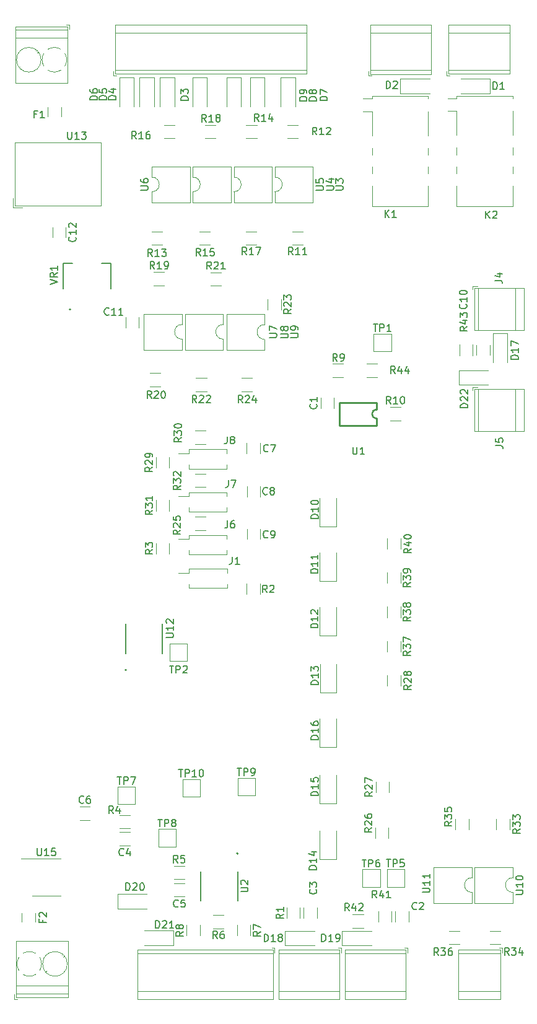
<source format=gbr>
%TF.GenerationSoftware,KiCad,Pcbnew,7.0.1*%
%TF.CreationDate,2023-05-11T12:11:36+02:00*%
%TF.ProjectId,STM32_F439ZI_Shield,53544d33-325f-4463-9433-395a495f5368,rev?*%
%TF.SameCoordinates,Original*%
%TF.FileFunction,Legend,Top*%
%TF.FilePolarity,Positive*%
%FSLAX46Y46*%
G04 Gerber Fmt 4.6, Leading zero omitted, Abs format (unit mm)*
G04 Created by KiCad (PCBNEW 7.0.1) date 2023-05-11 12:11:36*
%MOMM*%
%LPD*%
G01*
G04 APERTURE LIST*
%ADD10C,0.150000*%
%ADD11C,0.120000*%
%ADD12C,0.127000*%
%ADD13C,0.200000*%
%ADD14C,0.254000*%
G04 APERTURE END LIST*
D10*
%TO.C,F1*%
X107276666Y-36398809D02*
X106943333Y-36398809D01*
X106943333Y-36922619D02*
X106943333Y-35922619D01*
X106943333Y-35922619D02*
X107419523Y-35922619D01*
X108324285Y-36922619D02*
X107752857Y-36922619D01*
X108038571Y-36922619D02*
X108038571Y-35922619D01*
X108038571Y-35922619D02*
X107943333Y-36065476D01*
X107943333Y-36065476D02*
X107848095Y-36160714D01*
X107848095Y-36160714D02*
X107752857Y-36208333D01*
%TO.C,F2*%
X108068809Y-146543333D02*
X108068809Y-146876666D01*
X108592619Y-146876666D02*
X107592619Y-146876666D01*
X107592619Y-146876666D02*
X107592619Y-146400476D01*
X107687857Y-146067142D02*
X107640238Y-146019523D01*
X107640238Y-146019523D02*
X107592619Y-145924285D01*
X107592619Y-145924285D02*
X107592619Y-145686190D01*
X107592619Y-145686190D02*
X107640238Y-145590952D01*
X107640238Y-145590952D02*
X107687857Y-145543333D01*
X107687857Y-145543333D02*
X107783095Y-145495714D01*
X107783095Y-145495714D02*
X107878333Y-145495714D01*
X107878333Y-145495714D02*
X108021190Y-145543333D01*
X108021190Y-145543333D02*
X108592619Y-146114761D01*
X108592619Y-146114761D02*
X108592619Y-145495714D01*
%TO.C,U5*%
X145462619Y-46781904D02*
X146272142Y-46781904D01*
X146272142Y-46781904D02*
X146367380Y-46734285D01*
X146367380Y-46734285D02*
X146415000Y-46686666D01*
X146415000Y-46686666D02*
X146462619Y-46591428D01*
X146462619Y-46591428D02*
X146462619Y-46400952D01*
X146462619Y-46400952D02*
X146415000Y-46305714D01*
X146415000Y-46305714D02*
X146367380Y-46258095D01*
X146367380Y-46258095D02*
X146272142Y-46210476D01*
X146272142Y-46210476D02*
X145462619Y-46210476D01*
X145462619Y-45258095D02*
X145462619Y-45734285D01*
X145462619Y-45734285D02*
X145938809Y-45781904D01*
X145938809Y-45781904D02*
X145891190Y-45734285D01*
X145891190Y-45734285D02*
X145843571Y-45639047D01*
X145843571Y-45639047D02*
X145843571Y-45400952D01*
X145843571Y-45400952D02*
X145891190Y-45305714D01*
X145891190Y-45305714D02*
X145938809Y-45258095D01*
X145938809Y-45258095D02*
X146034047Y-45210476D01*
X146034047Y-45210476D02*
X146272142Y-45210476D01*
X146272142Y-45210476D02*
X146367380Y-45258095D01*
X146367380Y-45258095D02*
X146415000Y-45305714D01*
X146415000Y-45305714D02*
X146462619Y-45400952D01*
X146462619Y-45400952D02*
X146462619Y-45639047D01*
X146462619Y-45639047D02*
X146415000Y-45734285D01*
X146415000Y-45734285D02*
X146367380Y-45781904D01*
%TO.C,R8*%
X127302619Y-148126666D02*
X126826428Y-148459999D01*
X127302619Y-148698094D02*
X126302619Y-148698094D01*
X126302619Y-148698094D02*
X126302619Y-148317142D01*
X126302619Y-148317142D02*
X126350238Y-148221904D01*
X126350238Y-148221904D02*
X126397857Y-148174285D01*
X126397857Y-148174285D02*
X126493095Y-148126666D01*
X126493095Y-148126666D02*
X126635952Y-148126666D01*
X126635952Y-148126666D02*
X126731190Y-148174285D01*
X126731190Y-148174285D02*
X126778809Y-148221904D01*
X126778809Y-148221904D02*
X126826428Y-148317142D01*
X126826428Y-148317142D02*
X126826428Y-148698094D01*
X126731190Y-147555237D02*
X126683571Y-147650475D01*
X126683571Y-147650475D02*
X126635952Y-147698094D01*
X126635952Y-147698094D02*
X126540714Y-147745713D01*
X126540714Y-147745713D02*
X126493095Y-147745713D01*
X126493095Y-147745713D02*
X126397857Y-147698094D01*
X126397857Y-147698094D02*
X126350238Y-147650475D01*
X126350238Y-147650475D02*
X126302619Y-147555237D01*
X126302619Y-147555237D02*
X126302619Y-147364761D01*
X126302619Y-147364761D02*
X126350238Y-147269523D01*
X126350238Y-147269523D02*
X126397857Y-147221904D01*
X126397857Y-147221904D02*
X126493095Y-147174285D01*
X126493095Y-147174285D02*
X126540714Y-147174285D01*
X126540714Y-147174285D02*
X126635952Y-147221904D01*
X126635952Y-147221904D02*
X126683571Y-147269523D01*
X126683571Y-147269523D02*
X126731190Y-147364761D01*
X126731190Y-147364761D02*
X126731190Y-147555237D01*
X126731190Y-147555237D02*
X126778809Y-147650475D01*
X126778809Y-147650475D02*
X126826428Y-147698094D01*
X126826428Y-147698094D02*
X126921666Y-147745713D01*
X126921666Y-147745713D02*
X127112142Y-147745713D01*
X127112142Y-147745713D02*
X127207380Y-147698094D01*
X127207380Y-147698094D02*
X127255000Y-147650475D01*
X127255000Y-147650475D02*
X127302619Y-147555237D01*
X127302619Y-147555237D02*
X127302619Y-147364761D01*
X127302619Y-147364761D02*
X127255000Y-147269523D01*
X127255000Y-147269523D02*
X127207380Y-147221904D01*
X127207380Y-147221904D02*
X127112142Y-147174285D01*
X127112142Y-147174285D02*
X126921666Y-147174285D01*
X126921666Y-147174285D02*
X126826428Y-147221904D01*
X126826428Y-147221904D02*
X126778809Y-147269523D01*
X126778809Y-147269523D02*
X126731190Y-147364761D01*
%TO.C,R42*%
X149977142Y-145272619D02*
X149643809Y-144796428D01*
X149405714Y-145272619D02*
X149405714Y-144272619D01*
X149405714Y-144272619D02*
X149786666Y-144272619D01*
X149786666Y-144272619D02*
X149881904Y-144320238D01*
X149881904Y-144320238D02*
X149929523Y-144367857D01*
X149929523Y-144367857D02*
X149977142Y-144463095D01*
X149977142Y-144463095D02*
X149977142Y-144605952D01*
X149977142Y-144605952D02*
X149929523Y-144701190D01*
X149929523Y-144701190D02*
X149881904Y-144748809D01*
X149881904Y-144748809D02*
X149786666Y-144796428D01*
X149786666Y-144796428D02*
X149405714Y-144796428D01*
X150834285Y-144605952D02*
X150834285Y-145272619D01*
X150596190Y-144225000D02*
X150358095Y-144939285D01*
X150358095Y-144939285D02*
X150977142Y-144939285D01*
X151310476Y-144367857D02*
X151358095Y-144320238D01*
X151358095Y-144320238D02*
X151453333Y-144272619D01*
X151453333Y-144272619D02*
X151691428Y-144272619D01*
X151691428Y-144272619D02*
X151786666Y-144320238D01*
X151786666Y-144320238D02*
X151834285Y-144367857D01*
X151834285Y-144367857D02*
X151881904Y-144463095D01*
X151881904Y-144463095D02*
X151881904Y-144558333D01*
X151881904Y-144558333D02*
X151834285Y-144701190D01*
X151834285Y-144701190D02*
X151262857Y-145272619D01*
X151262857Y-145272619D02*
X151881904Y-145272619D01*
%TO.C,R40*%
X158462619Y-95782857D02*
X157986428Y-96116190D01*
X158462619Y-96354285D02*
X157462619Y-96354285D01*
X157462619Y-96354285D02*
X157462619Y-95973333D01*
X157462619Y-95973333D02*
X157510238Y-95878095D01*
X157510238Y-95878095D02*
X157557857Y-95830476D01*
X157557857Y-95830476D02*
X157653095Y-95782857D01*
X157653095Y-95782857D02*
X157795952Y-95782857D01*
X157795952Y-95782857D02*
X157891190Y-95830476D01*
X157891190Y-95830476D02*
X157938809Y-95878095D01*
X157938809Y-95878095D02*
X157986428Y-95973333D01*
X157986428Y-95973333D02*
X157986428Y-96354285D01*
X157795952Y-94925714D02*
X158462619Y-94925714D01*
X157415000Y-95163809D02*
X158129285Y-95401904D01*
X158129285Y-95401904D02*
X158129285Y-94782857D01*
X157462619Y-94211428D02*
X157462619Y-94116190D01*
X157462619Y-94116190D02*
X157510238Y-94020952D01*
X157510238Y-94020952D02*
X157557857Y-93973333D01*
X157557857Y-93973333D02*
X157653095Y-93925714D01*
X157653095Y-93925714D02*
X157843571Y-93878095D01*
X157843571Y-93878095D02*
X158081666Y-93878095D01*
X158081666Y-93878095D02*
X158272142Y-93925714D01*
X158272142Y-93925714D02*
X158367380Y-93973333D01*
X158367380Y-93973333D02*
X158415000Y-94020952D01*
X158415000Y-94020952D02*
X158462619Y-94116190D01*
X158462619Y-94116190D02*
X158462619Y-94211428D01*
X158462619Y-94211428D02*
X158415000Y-94306666D01*
X158415000Y-94306666D02*
X158367380Y-94354285D01*
X158367380Y-94354285D02*
X158272142Y-94401904D01*
X158272142Y-94401904D02*
X158081666Y-94449523D01*
X158081666Y-94449523D02*
X157843571Y-94449523D01*
X157843571Y-94449523D02*
X157653095Y-94401904D01*
X157653095Y-94401904D02*
X157557857Y-94354285D01*
X157557857Y-94354285D02*
X157510238Y-94306666D01*
X157510238Y-94306666D02*
X157462619Y-94211428D01*
%TO.C,D5*%
X116822619Y-34428094D02*
X115822619Y-34428094D01*
X115822619Y-34428094D02*
X115822619Y-34189999D01*
X115822619Y-34189999D02*
X115870238Y-34047142D01*
X115870238Y-34047142D02*
X115965476Y-33951904D01*
X115965476Y-33951904D02*
X116060714Y-33904285D01*
X116060714Y-33904285D02*
X116251190Y-33856666D01*
X116251190Y-33856666D02*
X116394047Y-33856666D01*
X116394047Y-33856666D02*
X116584523Y-33904285D01*
X116584523Y-33904285D02*
X116679761Y-33951904D01*
X116679761Y-33951904D02*
X116775000Y-34047142D01*
X116775000Y-34047142D02*
X116822619Y-34189999D01*
X116822619Y-34189999D02*
X116822619Y-34428094D01*
X115822619Y-32951904D02*
X115822619Y-33428094D01*
X115822619Y-33428094D02*
X116298809Y-33475713D01*
X116298809Y-33475713D02*
X116251190Y-33428094D01*
X116251190Y-33428094D02*
X116203571Y-33332856D01*
X116203571Y-33332856D02*
X116203571Y-33094761D01*
X116203571Y-33094761D02*
X116251190Y-32999523D01*
X116251190Y-32999523D02*
X116298809Y-32951904D01*
X116298809Y-32951904D02*
X116394047Y-32904285D01*
X116394047Y-32904285D02*
X116632142Y-32904285D01*
X116632142Y-32904285D02*
X116727380Y-32951904D01*
X116727380Y-32951904D02*
X116775000Y-32999523D01*
X116775000Y-32999523D02*
X116822619Y-33094761D01*
X116822619Y-33094761D02*
X116822619Y-33332856D01*
X116822619Y-33332856D02*
X116775000Y-33428094D01*
X116775000Y-33428094D02*
X116727380Y-33475713D01*
%TO.C,U9*%
X142002619Y-66911904D02*
X142812142Y-66911904D01*
X142812142Y-66911904D02*
X142907380Y-66864285D01*
X142907380Y-66864285D02*
X142955000Y-66816666D01*
X142955000Y-66816666D02*
X143002619Y-66721428D01*
X143002619Y-66721428D02*
X143002619Y-66530952D01*
X143002619Y-66530952D02*
X142955000Y-66435714D01*
X142955000Y-66435714D02*
X142907380Y-66388095D01*
X142907380Y-66388095D02*
X142812142Y-66340476D01*
X142812142Y-66340476D02*
X142002619Y-66340476D01*
X143002619Y-65816666D02*
X143002619Y-65626190D01*
X143002619Y-65626190D02*
X142955000Y-65530952D01*
X142955000Y-65530952D02*
X142907380Y-65483333D01*
X142907380Y-65483333D02*
X142764523Y-65388095D01*
X142764523Y-65388095D02*
X142574047Y-65340476D01*
X142574047Y-65340476D02*
X142193095Y-65340476D01*
X142193095Y-65340476D02*
X142097857Y-65388095D01*
X142097857Y-65388095D02*
X142050238Y-65435714D01*
X142050238Y-65435714D02*
X142002619Y-65530952D01*
X142002619Y-65530952D02*
X142002619Y-65721428D01*
X142002619Y-65721428D02*
X142050238Y-65816666D01*
X142050238Y-65816666D02*
X142097857Y-65864285D01*
X142097857Y-65864285D02*
X142193095Y-65911904D01*
X142193095Y-65911904D02*
X142431190Y-65911904D01*
X142431190Y-65911904D02*
X142526428Y-65864285D01*
X142526428Y-65864285D02*
X142574047Y-65816666D01*
X142574047Y-65816666D02*
X142621666Y-65721428D01*
X142621666Y-65721428D02*
X142621666Y-65530952D01*
X142621666Y-65530952D02*
X142574047Y-65435714D01*
X142574047Y-65435714D02*
X142526428Y-65388095D01*
X142526428Y-65388095D02*
X142431190Y-65340476D01*
%TO.C,D14*%
X145502619Y-139634285D02*
X144502619Y-139634285D01*
X144502619Y-139634285D02*
X144502619Y-139396190D01*
X144502619Y-139396190D02*
X144550238Y-139253333D01*
X144550238Y-139253333D02*
X144645476Y-139158095D01*
X144645476Y-139158095D02*
X144740714Y-139110476D01*
X144740714Y-139110476D02*
X144931190Y-139062857D01*
X144931190Y-139062857D02*
X145074047Y-139062857D01*
X145074047Y-139062857D02*
X145264523Y-139110476D01*
X145264523Y-139110476D02*
X145359761Y-139158095D01*
X145359761Y-139158095D02*
X145455000Y-139253333D01*
X145455000Y-139253333D02*
X145502619Y-139396190D01*
X145502619Y-139396190D02*
X145502619Y-139634285D01*
X145502619Y-138110476D02*
X145502619Y-138681904D01*
X145502619Y-138396190D02*
X144502619Y-138396190D01*
X144502619Y-138396190D02*
X144645476Y-138491428D01*
X144645476Y-138491428D02*
X144740714Y-138586666D01*
X144740714Y-138586666D02*
X144788333Y-138681904D01*
X144835952Y-137253333D02*
X145502619Y-137253333D01*
X144455000Y-137491428D02*
X145169285Y-137729523D01*
X145169285Y-137729523D02*
X145169285Y-137110476D01*
%TO.C,TP10*%
X126666905Y-125959619D02*
X127238333Y-125959619D01*
X126952619Y-126959619D02*
X126952619Y-125959619D01*
X127571667Y-126959619D02*
X127571667Y-125959619D01*
X127571667Y-125959619D02*
X127952619Y-125959619D01*
X127952619Y-125959619D02*
X128047857Y-126007238D01*
X128047857Y-126007238D02*
X128095476Y-126054857D01*
X128095476Y-126054857D02*
X128143095Y-126150095D01*
X128143095Y-126150095D02*
X128143095Y-126292952D01*
X128143095Y-126292952D02*
X128095476Y-126388190D01*
X128095476Y-126388190D02*
X128047857Y-126435809D01*
X128047857Y-126435809D02*
X127952619Y-126483428D01*
X127952619Y-126483428D02*
X127571667Y-126483428D01*
X129095476Y-126959619D02*
X128524048Y-126959619D01*
X128809762Y-126959619D02*
X128809762Y-125959619D01*
X128809762Y-125959619D02*
X128714524Y-126102476D01*
X128714524Y-126102476D02*
X128619286Y-126197714D01*
X128619286Y-126197714D02*
X128524048Y-126245333D01*
X129714524Y-125959619D02*
X129809762Y-125959619D01*
X129809762Y-125959619D02*
X129905000Y-126007238D01*
X129905000Y-126007238D02*
X129952619Y-126054857D01*
X129952619Y-126054857D02*
X130000238Y-126150095D01*
X130000238Y-126150095D02*
X130047857Y-126340571D01*
X130047857Y-126340571D02*
X130047857Y-126578666D01*
X130047857Y-126578666D02*
X130000238Y-126769142D01*
X130000238Y-126769142D02*
X129952619Y-126864380D01*
X129952619Y-126864380D02*
X129905000Y-126912000D01*
X129905000Y-126912000D02*
X129809762Y-126959619D01*
X129809762Y-126959619D02*
X129714524Y-126959619D01*
X129714524Y-126959619D02*
X129619286Y-126912000D01*
X129619286Y-126912000D02*
X129571667Y-126864380D01*
X129571667Y-126864380D02*
X129524048Y-126769142D01*
X129524048Y-126769142D02*
X129476429Y-126578666D01*
X129476429Y-126578666D02*
X129476429Y-126340571D01*
X129476429Y-126340571D02*
X129524048Y-126150095D01*
X129524048Y-126150095D02*
X129571667Y-126054857D01*
X129571667Y-126054857D02*
X129619286Y-126007238D01*
X129619286Y-126007238D02*
X129714524Y-125959619D01*
%TO.C,VR1*%
X109092619Y-59659523D02*
X110092619Y-59326190D01*
X110092619Y-59326190D02*
X109092619Y-58992857D01*
X110092619Y-58088095D02*
X109616428Y-58421428D01*
X110092619Y-58659523D02*
X109092619Y-58659523D01*
X109092619Y-58659523D02*
X109092619Y-58278571D01*
X109092619Y-58278571D02*
X109140238Y-58183333D01*
X109140238Y-58183333D02*
X109187857Y-58135714D01*
X109187857Y-58135714D02*
X109283095Y-58088095D01*
X109283095Y-58088095D02*
X109425952Y-58088095D01*
X109425952Y-58088095D02*
X109521190Y-58135714D01*
X109521190Y-58135714D02*
X109568809Y-58183333D01*
X109568809Y-58183333D02*
X109616428Y-58278571D01*
X109616428Y-58278571D02*
X109616428Y-58659523D01*
X110092619Y-57135714D02*
X110092619Y-57707142D01*
X110092619Y-57421428D02*
X109092619Y-57421428D01*
X109092619Y-57421428D02*
X109235476Y-57516666D01*
X109235476Y-57516666D02*
X109330714Y-57611904D01*
X109330714Y-57611904D02*
X109378333Y-57707142D01*
%TO.C,C9*%
X138873333Y-94227380D02*
X138825714Y-94275000D01*
X138825714Y-94275000D02*
X138682857Y-94322619D01*
X138682857Y-94322619D02*
X138587619Y-94322619D01*
X138587619Y-94322619D02*
X138444762Y-94275000D01*
X138444762Y-94275000D02*
X138349524Y-94179761D01*
X138349524Y-94179761D02*
X138301905Y-94084523D01*
X138301905Y-94084523D02*
X138254286Y-93894047D01*
X138254286Y-93894047D02*
X138254286Y-93751190D01*
X138254286Y-93751190D02*
X138301905Y-93560714D01*
X138301905Y-93560714D02*
X138349524Y-93465476D01*
X138349524Y-93465476D02*
X138444762Y-93370238D01*
X138444762Y-93370238D02*
X138587619Y-93322619D01*
X138587619Y-93322619D02*
X138682857Y-93322619D01*
X138682857Y-93322619D02*
X138825714Y-93370238D01*
X138825714Y-93370238D02*
X138873333Y-93417857D01*
X139349524Y-94322619D02*
X139540000Y-94322619D01*
X139540000Y-94322619D02*
X139635238Y-94275000D01*
X139635238Y-94275000D02*
X139682857Y-94227380D01*
X139682857Y-94227380D02*
X139778095Y-94084523D01*
X139778095Y-94084523D02*
X139825714Y-93894047D01*
X139825714Y-93894047D02*
X139825714Y-93513095D01*
X139825714Y-93513095D02*
X139778095Y-93417857D01*
X139778095Y-93417857D02*
X139730476Y-93370238D01*
X139730476Y-93370238D02*
X139635238Y-93322619D01*
X139635238Y-93322619D02*
X139444762Y-93322619D01*
X139444762Y-93322619D02*
X139349524Y-93370238D01*
X139349524Y-93370238D02*
X139301905Y-93417857D01*
X139301905Y-93417857D02*
X139254286Y-93513095D01*
X139254286Y-93513095D02*
X139254286Y-93751190D01*
X139254286Y-93751190D02*
X139301905Y-93846428D01*
X139301905Y-93846428D02*
X139349524Y-93894047D01*
X139349524Y-93894047D02*
X139444762Y-93941666D01*
X139444762Y-93941666D02*
X139635238Y-93941666D01*
X139635238Y-93941666D02*
X139730476Y-93894047D01*
X139730476Y-93894047D02*
X139778095Y-93846428D01*
X139778095Y-93846428D02*
X139825714Y-93751190D01*
%TO.C,R21*%
X131139642Y-57572619D02*
X130806309Y-57096428D01*
X130568214Y-57572619D02*
X130568214Y-56572619D01*
X130568214Y-56572619D02*
X130949166Y-56572619D01*
X130949166Y-56572619D02*
X131044404Y-56620238D01*
X131044404Y-56620238D02*
X131092023Y-56667857D01*
X131092023Y-56667857D02*
X131139642Y-56763095D01*
X131139642Y-56763095D02*
X131139642Y-56905952D01*
X131139642Y-56905952D02*
X131092023Y-57001190D01*
X131092023Y-57001190D02*
X131044404Y-57048809D01*
X131044404Y-57048809D02*
X130949166Y-57096428D01*
X130949166Y-57096428D02*
X130568214Y-57096428D01*
X131520595Y-56667857D02*
X131568214Y-56620238D01*
X131568214Y-56620238D02*
X131663452Y-56572619D01*
X131663452Y-56572619D02*
X131901547Y-56572619D01*
X131901547Y-56572619D02*
X131996785Y-56620238D01*
X131996785Y-56620238D02*
X132044404Y-56667857D01*
X132044404Y-56667857D02*
X132092023Y-56763095D01*
X132092023Y-56763095D02*
X132092023Y-56858333D01*
X132092023Y-56858333D02*
X132044404Y-57001190D01*
X132044404Y-57001190D02*
X131472976Y-57572619D01*
X131472976Y-57572619D02*
X132092023Y-57572619D01*
X133044404Y-57572619D02*
X132472976Y-57572619D01*
X132758690Y-57572619D02*
X132758690Y-56572619D01*
X132758690Y-56572619D02*
X132663452Y-56715476D01*
X132663452Y-56715476D02*
X132568214Y-56810714D01*
X132568214Y-56810714D02*
X132472976Y-56858333D01*
%TO.C,U10*%
X172752619Y-143018094D02*
X173562142Y-143018094D01*
X173562142Y-143018094D02*
X173657380Y-142970475D01*
X173657380Y-142970475D02*
X173705000Y-142922856D01*
X173705000Y-142922856D02*
X173752619Y-142827618D01*
X173752619Y-142827618D02*
X173752619Y-142637142D01*
X173752619Y-142637142D02*
X173705000Y-142541904D01*
X173705000Y-142541904D02*
X173657380Y-142494285D01*
X173657380Y-142494285D02*
X173562142Y-142446666D01*
X173562142Y-142446666D02*
X172752619Y-142446666D01*
X173752619Y-141446666D02*
X173752619Y-142018094D01*
X173752619Y-141732380D02*
X172752619Y-141732380D01*
X172752619Y-141732380D02*
X172895476Y-141827618D01*
X172895476Y-141827618D02*
X172990714Y-141922856D01*
X172990714Y-141922856D02*
X173038333Y-142018094D01*
X172752619Y-140827618D02*
X172752619Y-140732380D01*
X172752619Y-140732380D02*
X172800238Y-140637142D01*
X172800238Y-140637142D02*
X172847857Y-140589523D01*
X172847857Y-140589523D02*
X172943095Y-140541904D01*
X172943095Y-140541904D02*
X173133571Y-140494285D01*
X173133571Y-140494285D02*
X173371666Y-140494285D01*
X173371666Y-140494285D02*
X173562142Y-140541904D01*
X173562142Y-140541904D02*
X173657380Y-140589523D01*
X173657380Y-140589523D02*
X173705000Y-140637142D01*
X173705000Y-140637142D02*
X173752619Y-140732380D01*
X173752619Y-140732380D02*
X173752619Y-140827618D01*
X173752619Y-140827618D02*
X173705000Y-140922856D01*
X173705000Y-140922856D02*
X173657380Y-140970475D01*
X173657380Y-140970475D02*
X173562142Y-141018094D01*
X173562142Y-141018094D02*
X173371666Y-141065713D01*
X173371666Y-141065713D02*
X173133571Y-141065713D01*
X173133571Y-141065713D02*
X172943095Y-141018094D01*
X172943095Y-141018094D02*
X172847857Y-140970475D01*
X172847857Y-140970475D02*
X172800238Y-140922856D01*
X172800238Y-140922856D02*
X172752619Y-140827618D01*
%TO.C,R27*%
X153162619Y-129035357D02*
X152686428Y-129368690D01*
X153162619Y-129606785D02*
X152162619Y-129606785D01*
X152162619Y-129606785D02*
X152162619Y-129225833D01*
X152162619Y-129225833D02*
X152210238Y-129130595D01*
X152210238Y-129130595D02*
X152257857Y-129082976D01*
X152257857Y-129082976D02*
X152353095Y-129035357D01*
X152353095Y-129035357D02*
X152495952Y-129035357D01*
X152495952Y-129035357D02*
X152591190Y-129082976D01*
X152591190Y-129082976D02*
X152638809Y-129130595D01*
X152638809Y-129130595D02*
X152686428Y-129225833D01*
X152686428Y-129225833D02*
X152686428Y-129606785D01*
X152257857Y-128654404D02*
X152210238Y-128606785D01*
X152210238Y-128606785D02*
X152162619Y-128511547D01*
X152162619Y-128511547D02*
X152162619Y-128273452D01*
X152162619Y-128273452D02*
X152210238Y-128178214D01*
X152210238Y-128178214D02*
X152257857Y-128130595D01*
X152257857Y-128130595D02*
X152353095Y-128082976D01*
X152353095Y-128082976D02*
X152448333Y-128082976D01*
X152448333Y-128082976D02*
X152591190Y-128130595D01*
X152591190Y-128130595D02*
X153162619Y-128702023D01*
X153162619Y-128702023D02*
X153162619Y-128082976D01*
X152162619Y-127749642D02*
X152162619Y-127082976D01*
X152162619Y-127082976D02*
X153162619Y-127511547D01*
%TO.C,R32*%
X126952619Y-87152857D02*
X126476428Y-87486190D01*
X126952619Y-87724285D02*
X125952619Y-87724285D01*
X125952619Y-87724285D02*
X125952619Y-87343333D01*
X125952619Y-87343333D02*
X126000238Y-87248095D01*
X126000238Y-87248095D02*
X126047857Y-87200476D01*
X126047857Y-87200476D02*
X126143095Y-87152857D01*
X126143095Y-87152857D02*
X126285952Y-87152857D01*
X126285952Y-87152857D02*
X126381190Y-87200476D01*
X126381190Y-87200476D02*
X126428809Y-87248095D01*
X126428809Y-87248095D02*
X126476428Y-87343333D01*
X126476428Y-87343333D02*
X126476428Y-87724285D01*
X125952619Y-86819523D02*
X125952619Y-86200476D01*
X125952619Y-86200476D02*
X126333571Y-86533809D01*
X126333571Y-86533809D02*
X126333571Y-86390952D01*
X126333571Y-86390952D02*
X126381190Y-86295714D01*
X126381190Y-86295714D02*
X126428809Y-86248095D01*
X126428809Y-86248095D02*
X126524047Y-86200476D01*
X126524047Y-86200476D02*
X126762142Y-86200476D01*
X126762142Y-86200476D02*
X126857380Y-86248095D01*
X126857380Y-86248095D02*
X126905000Y-86295714D01*
X126905000Y-86295714D02*
X126952619Y-86390952D01*
X126952619Y-86390952D02*
X126952619Y-86676666D01*
X126952619Y-86676666D02*
X126905000Y-86771904D01*
X126905000Y-86771904D02*
X126857380Y-86819523D01*
X126047857Y-85819523D02*
X126000238Y-85771904D01*
X126000238Y-85771904D02*
X125952619Y-85676666D01*
X125952619Y-85676666D02*
X125952619Y-85438571D01*
X125952619Y-85438571D02*
X126000238Y-85343333D01*
X126000238Y-85343333D02*
X126047857Y-85295714D01*
X126047857Y-85295714D02*
X126143095Y-85248095D01*
X126143095Y-85248095D02*
X126238333Y-85248095D01*
X126238333Y-85248095D02*
X126381190Y-85295714D01*
X126381190Y-85295714D02*
X126952619Y-85867142D01*
X126952619Y-85867142D02*
X126952619Y-85248095D01*
%TO.C,J6*%
X133346666Y-91952619D02*
X133346666Y-92666904D01*
X133346666Y-92666904D02*
X133299047Y-92809761D01*
X133299047Y-92809761D02*
X133203809Y-92905000D01*
X133203809Y-92905000D02*
X133060952Y-92952619D01*
X133060952Y-92952619D02*
X132965714Y-92952619D01*
X134251428Y-91952619D02*
X134060952Y-91952619D01*
X134060952Y-91952619D02*
X133965714Y-92000238D01*
X133965714Y-92000238D02*
X133918095Y-92047857D01*
X133918095Y-92047857D02*
X133822857Y-92190714D01*
X133822857Y-92190714D02*
X133775238Y-92381190D01*
X133775238Y-92381190D02*
X133775238Y-92762142D01*
X133775238Y-92762142D02*
X133822857Y-92857380D01*
X133822857Y-92857380D02*
X133870476Y-92905000D01*
X133870476Y-92905000D02*
X133965714Y-92952619D01*
X133965714Y-92952619D02*
X134156190Y-92952619D01*
X134156190Y-92952619D02*
X134251428Y-92905000D01*
X134251428Y-92905000D02*
X134299047Y-92857380D01*
X134299047Y-92857380D02*
X134346666Y-92762142D01*
X134346666Y-92762142D02*
X134346666Y-92524047D01*
X134346666Y-92524047D02*
X134299047Y-92428809D01*
X134299047Y-92428809D02*
X134251428Y-92381190D01*
X134251428Y-92381190D02*
X134156190Y-92333571D01*
X134156190Y-92333571D02*
X133965714Y-92333571D01*
X133965714Y-92333571D02*
X133870476Y-92381190D01*
X133870476Y-92381190D02*
X133822857Y-92428809D01*
X133822857Y-92428809D02*
X133775238Y-92524047D01*
%TO.C,D21*%
X123515714Y-147642619D02*
X123515714Y-146642619D01*
X123515714Y-146642619D02*
X123753809Y-146642619D01*
X123753809Y-146642619D02*
X123896666Y-146690238D01*
X123896666Y-146690238D02*
X123991904Y-146785476D01*
X123991904Y-146785476D02*
X124039523Y-146880714D01*
X124039523Y-146880714D02*
X124087142Y-147071190D01*
X124087142Y-147071190D02*
X124087142Y-147214047D01*
X124087142Y-147214047D02*
X124039523Y-147404523D01*
X124039523Y-147404523D02*
X123991904Y-147499761D01*
X123991904Y-147499761D02*
X123896666Y-147595000D01*
X123896666Y-147595000D02*
X123753809Y-147642619D01*
X123753809Y-147642619D02*
X123515714Y-147642619D01*
X124468095Y-146737857D02*
X124515714Y-146690238D01*
X124515714Y-146690238D02*
X124610952Y-146642619D01*
X124610952Y-146642619D02*
X124849047Y-146642619D01*
X124849047Y-146642619D02*
X124944285Y-146690238D01*
X124944285Y-146690238D02*
X124991904Y-146737857D01*
X124991904Y-146737857D02*
X125039523Y-146833095D01*
X125039523Y-146833095D02*
X125039523Y-146928333D01*
X125039523Y-146928333D02*
X124991904Y-147071190D01*
X124991904Y-147071190D02*
X124420476Y-147642619D01*
X124420476Y-147642619D02*
X125039523Y-147642619D01*
X125991904Y-147642619D02*
X125420476Y-147642619D01*
X125706190Y-147642619D02*
X125706190Y-146642619D01*
X125706190Y-146642619D02*
X125610952Y-146785476D01*
X125610952Y-146785476D02*
X125515714Y-146880714D01*
X125515714Y-146880714D02*
X125420476Y-146928333D01*
%TO.C,R37*%
X158382619Y-109782857D02*
X157906428Y-110116190D01*
X158382619Y-110354285D02*
X157382619Y-110354285D01*
X157382619Y-110354285D02*
X157382619Y-109973333D01*
X157382619Y-109973333D02*
X157430238Y-109878095D01*
X157430238Y-109878095D02*
X157477857Y-109830476D01*
X157477857Y-109830476D02*
X157573095Y-109782857D01*
X157573095Y-109782857D02*
X157715952Y-109782857D01*
X157715952Y-109782857D02*
X157811190Y-109830476D01*
X157811190Y-109830476D02*
X157858809Y-109878095D01*
X157858809Y-109878095D02*
X157906428Y-109973333D01*
X157906428Y-109973333D02*
X157906428Y-110354285D01*
X157382619Y-109449523D02*
X157382619Y-108830476D01*
X157382619Y-108830476D02*
X157763571Y-109163809D01*
X157763571Y-109163809D02*
X157763571Y-109020952D01*
X157763571Y-109020952D02*
X157811190Y-108925714D01*
X157811190Y-108925714D02*
X157858809Y-108878095D01*
X157858809Y-108878095D02*
X157954047Y-108830476D01*
X157954047Y-108830476D02*
X158192142Y-108830476D01*
X158192142Y-108830476D02*
X158287380Y-108878095D01*
X158287380Y-108878095D02*
X158335000Y-108925714D01*
X158335000Y-108925714D02*
X158382619Y-109020952D01*
X158382619Y-109020952D02*
X158382619Y-109306666D01*
X158382619Y-109306666D02*
X158335000Y-109401904D01*
X158335000Y-109401904D02*
X158287380Y-109449523D01*
X157382619Y-108497142D02*
X157382619Y-107830476D01*
X157382619Y-107830476D02*
X158382619Y-108259047D01*
%TO.C,D6*%
X115562619Y-34458094D02*
X114562619Y-34458094D01*
X114562619Y-34458094D02*
X114562619Y-34219999D01*
X114562619Y-34219999D02*
X114610238Y-34077142D01*
X114610238Y-34077142D02*
X114705476Y-33981904D01*
X114705476Y-33981904D02*
X114800714Y-33934285D01*
X114800714Y-33934285D02*
X114991190Y-33886666D01*
X114991190Y-33886666D02*
X115134047Y-33886666D01*
X115134047Y-33886666D02*
X115324523Y-33934285D01*
X115324523Y-33934285D02*
X115419761Y-33981904D01*
X115419761Y-33981904D02*
X115515000Y-34077142D01*
X115515000Y-34077142D02*
X115562619Y-34219999D01*
X115562619Y-34219999D02*
X115562619Y-34458094D01*
X114562619Y-33029523D02*
X114562619Y-33219999D01*
X114562619Y-33219999D02*
X114610238Y-33315237D01*
X114610238Y-33315237D02*
X114657857Y-33362856D01*
X114657857Y-33362856D02*
X114800714Y-33458094D01*
X114800714Y-33458094D02*
X114991190Y-33505713D01*
X114991190Y-33505713D02*
X115372142Y-33505713D01*
X115372142Y-33505713D02*
X115467380Y-33458094D01*
X115467380Y-33458094D02*
X115515000Y-33410475D01*
X115515000Y-33410475D02*
X115562619Y-33315237D01*
X115562619Y-33315237D02*
X115562619Y-33124761D01*
X115562619Y-33124761D02*
X115515000Y-33029523D01*
X115515000Y-33029523D02*
X115467380Y-32981904D01*
X115467380Y-32981904D02*
X115372142Y-32934285D01*
X115372142Y-32934285D02*
X115134047Y-32934285D01*
X115134047Y-32934285D02*
X115038809Y-32981904D01*
X115038809Y-32981904D02*
X114991190Y-33029523D01*
X114991190Y-33029523D02*
X114943571Y-33124761D01*
X114943571Y-33124761D02*
X114943571Y-33315237D01*
X114943571Y-33315237D02*
X114991190Y-33410475D01*
X114991190Y-33410475D02*
X115038809Y-33458094D01*
X115038809Y-33458094D02*
X115134047Y-33505713D01*
%TO.C,D22*%
X166202619Y-76524285D02*
X165202619Y-76524285D01*
X165202619Y-76524285D02*
X165202619Y-76286190D01*
X165202619Y-76286190D02*
X165250238Y-76143333D01*
X165250238Y-76143333D02*
X165345476Y-76048095D01*
X165345476Y-76048095D02*
X165440714Y-76000476D01*
X165440714Y-76000476D02*
X165631190Y-75952857D01*
X165631190Y-75952857D02*
X165774047Y-75952857D01*
X165774047Y-75952857D02*
X165964523Y-76000476D01*
X165964523Y-76000476D02*
X166059761Y-76048095D01*
X166059761Y-76048095D02*
X166155000Y-76143333D01*
X166155000Y-76143333D02*
X166202619Y-76286190D01*
X166202619Y-76286190D02*
X166202619Y-76524285D01*
X165297857Y-75571904D02*
X165250238Y-75524285D01*
X165250238Y-75524285D02*
X165202619Y-75429047D01*
X165202619Y-75429047D02*
X165202619Y-75190952D01*
X165202619Y-75190952D02*
X165250238Y-75095714D01*
X165250238Y-75095714D02*
X165297857Y-75048095D01*
X165297857Y-75048095D02*
X165393095Y-75000476D01*
X165393095Y-75000476D02*
X165488333Y-75000476D01*
X165488333Y-75000476D02*
X165631190Y-75048095D01*
X165631190Y-75048095D02*
X166202619Y-75619523D01*
X166202619Y-75619523D02*
X166202619Y-75000476D01*
X165297857Y-74619523D02*
X165250238Y-74571904D01*
X165250238Y-74571904D02*
X165202619Y-74476666D01*
X165202619Y-74476666D02*
X165202619Y-74238571D01*
X165202619Y-74238571D02*
X165250238Y-74143333D01*
X165250238Y-74143333D02*
X165297857Y-74095714D01*
X165297857Y-74095714D02*
X165393095Y-74048095D01*
X165393095Y-74048095D02*
X165488333Y-74048095D01*
X165488333Y-74048095D02*
X165631190Y-74095714D01*
X165631190Y-74095714D02*
X166202619Y-74667142D01*
X166202619Y-74667142D02*
X166202619Y-74048095D01*
%TO.C,TP2*%
X125418095Y-111782619D02*
X125989523Y-111782619D01*
X125703809Y-112782619D02*
X125703809Y-111782619D01*
X126322857Y-112782619D02*
X126322857Y-111782619D01*
X126322857Y-111782619D02*
X126703809Y-111782619D01*
X126703809Y-111782619D02*
X126799047Y-111830238D01*
X126799047Y-111830238D02*
X126846666Y-111877857D01*
X126846666Y-111877857D02*
X126894285Y-111973095D01*
X126894285Y-111973095D02*
X126894285Y-112115952D01*
X126894285Y-112115952D02*
X126846666Y-112211190D01*
X126846666Y-112211190D02*
X126799047Y-112258809D01*
X126799047Y-112258809D02*
X126703809Y-112306428D01*
X126703809Y-112306428D02*
X126322857Y-112306428D01*
X127275238Y-111877857D02*
X127322857Y-111830238D01*
X127322857Y-111830238D02*
X127418095Y-111782619D01*
X127418095Y-111782619D02*
X127656190Y-111782619D01*
X127656190Y-111782619D02*
X127751428Y-111830238D01*
X127751428Y-111830238D02*
X127799047Y-111877857D01*
X127799047Y-111877857D02*
X127846666Y-111973095D01*
X127846666Y-111973095D02*
X127846666Y-112068333D01*
X127846666Y-112068333D02*
X127799047Y-112211190D01*
X127799047Y-112211190D02*
X127227619Y-112782619D01*
X127227619Y-112782619D02*
X127846666Y-112782619D01*
%TO.C,R13*%
X123067142Y-55842619D02*
X122733809Y-55366428D01*
X122495714Y-55842619D02*
X122495714Y-54842619D01*
X122495714Y-54842619D02*
X122876666Y-54842619D01*
X122876666Y-54842619D02*
X122971904Y-54890238D01*
X122971904Y-54890238D02*
X123019523Y-54937857D01*
X123019523Y-54937857D02*
X123067142Y-55033095D01*
X123067142Y-55033095D02*
X123067142Y-55175952D01*
X123067142Y-55175952D02*
X123019523Y-55271190D01*
X123019523Y-55271190D02*
X122971904Y-55318809D01*
X122971904Y-55318809D02*
X122876666Y-55366428D01*
X122876666Y-55366428D02*
X122495714Y-55366428D01*
X124019523Y-55842619D02*
X123448095Y-55842619D01*
X123733809Y-55842619D02*
X123733809Y-54842619D01*
X123733809Y-54842619D02*
X123638571Y-54985476D01*
X123638571Y-54985476D02*
X123543333Y-55080714D01*
X123543333Y-55080714D02*
X123448095Y-55128333D01*
X124352857Y-54842619D02*
X124971904Y-54842619D01*
X124971904Y-54842619D02*
X124638571Y-55223571D01*
X124638571Y-55223571D02*
X124781428Y-55223571D01*
X124781428Y-55223571D02*
X124876666Y-55271190D01*
X124876666Y-55271190D02*
X124924285Y-55318809D01*
X124924285Y-55318809D02*
X124971904Y-55414047D01*
X124971904Y-55414047D02*
X124971904Y-55652142D01*
X124971904Y-55652142D02*
X124924285Y-55747380D01*
X124924285Y-55747380D02*
X124876666Y-55795000D01*
X124876666Y-55795000D02*
X124781428Y-55842619D01*
X124781428Y-55842619D02*
X124495714Y-55842619D01*
X124495714Y-55842619D02*
X124400476Y-55795000D01*
X124400476Y-55795000D02*
X124352857Y-55747380D01*
%TO.C,U15*%
X107351905Y-136742619D02*
X107351905Y-137552142D01*
X107351905Y-137552142D02*
X107399524Y-137647380D01*
X107399524Y-137647380D02*
X107447143Y-137695000D01*
X107447143Y-137695000D02*
X107542381Y-137742619D01*
X107542381Y-137742619D02*
X107732857Y-137742619D01*
X107732857Y-137742619D02*
X107828095Y-137695000D01*
X107828095Y-137695000D02*
X107875714Y-137647380D01*
X107875714Y-137647380D02*
X107923333Y-137552142D01*
X107923333Y-137552142D02*
X107923333Y-136742619D01*
X108923333Y-137742619D02*
X108351905Y-137742619D01*
X108637619Y-137742619D02*
X108637619Y-136742619D01*
X108637619Y-136742619D02*
X108542381Y-136885476D01*
X108542381Y-136885476D02*
X108447143Y-136980714D01*
X108447143Y-136980714D02*
X108351905Y-137028333D01*
X109828095Y-136742619D02*
X109351905Y-136742619D01*
X109351905Y-136742619D02*
X109304286Y-137218809D01*
X109304286Y-137218809D02*
X109351905Y-137171190D01*
X109351905Y-137171190D02*
X109447143Y-137123571D01*
X109447143Y-137123571D02*
X109685238Y-137123571D01*
X109685238Y-137123571D02*
X109780476Y-137171190D01*
X109780476Y-137171190D02*
X109828095Y-137218809D01*
X109828095Y-137218809D02*
X109875714Y-137314047D01*
X109875714Y-137314047D02*
X109875714Y-137552142D01*
X109875714Y-137552142D02*
X109828095Y-137647380D01*
X109828095Y-137647380D02*
X109780476Y-137695000D01*
X109780476Y-137695000D02*
X109685238Y-137742619D01*
X109685238Y-137742619D02*
X109447143Y-137742619D01*
X109447143Y-137742619D02*
X109351905Y-137695000D01*
X109351905Y-137695000D02*
X109304286Y-137647380D01*
%TO.C,D12*%
X145722619Y-106604285D02*
X144722619Y-106604285D01*
X144722619Y-106604285D02*
X144722619Y-106366190D01*
X144722619Y-106366190D02*
X144770238Y-106223333D01*
X144770238Y-106223333D02*
X144865476Y-106128095D01*
X144865476Y-106128095D02*
X144960714Y-106080476D01*
X144960714Y-106080476D02*
X145151190Y-106032857D01*
X145151190Y-106032857D02*
X145294047Y-106032857D01*
X145294047Y-106032857D02*
X145484523Y-106080476D01*
X145484523Y-106080476D02*
X145579761Y-106128095D01*
X145579761Y-106128095D02*
X145675000Y-106223333D01*
X145675000Y-106223333D02*
X145722619Y-106366190D01*
X145722619Y-106366190D02*
X145722619Y-106604285D01*
X145722619Y-105080476D02*
X145722619Y-105651904D01*
X145722619Y-105366190D02*
X144722619Y-105366190D01*
X144722619Y-105366190D02*
X144865476Y-105461428D01*
X144865476Y-105461428D02*
X144960714Y-105556666D01*
X144960714Y-105556666D02*
X145008333Y-105651904D01*
X144817857Y-104699523D02*
X144770238Y-104651904D01*
X144770238Y-104651904D02*
X144722619Y-104556666D01*
X144722619Y-104556666D02*
X144722619Y-104318571D01*
X144722619Y-104318571D02*
X144770238Y-104223333D01*
X144770238Y-104223333D02*
X144817857Y-104175714D01*
X144817857Y-104175714D02*
X144913095Y-104128095D01*
X144913095Y-104128095D02*
X145008333Y-104128095D01*
X145008333Y-104128095D02*
X145151190Y-104175714D01*
X145151190Y-104175714D02*
X145722619Y-104747142D01*
X145722619Y-104747142D02*
X145722619Y-104128095D01*
%TO.C,TP6*%
X151748095Y-138284619D02*
X152319523Y-138284619D01*
X152033809Y-139284619D02*
X152033809Y-138284619D01*
X152652857Y-139284619D02*
X152652857Y-138284619D01*
X152652857Y-138284619D02*
X153033809Y-138284619D01*
X153033809Y-138284619D02*
X153129047Y-138332238D01*
X153129047Y-138332238D02*
X153176666Y-138379857D01*
X153176666Y-138379857D02*
X153224285Y-138475095D01*
X153224285Y-138475095D02*
X153224285Y-138617952D01*
X153224285Y-138617952D02*
X153176666Y-138713190D01*
X153176666Y-138713190D02*
X153129047Y-138760809D01*
X153129047Y-138760809D02*
X153033809Y-138808428D01*
X153033809Y-138808428D02*
X152652857Y-138808428D01*
X154081428Y-138284619D02*
X153890952Y-138284619D01*
X153890952Y-138284619D02*
X153795714Y-138332238D01*
X153795714Y-138332238D02*
X153748095Y-138379857D01*
X153748095Y-138379857D02*
X153652857Y-138522714D01*
X153652857Y-138522714D02*
X153605238Y-138713190D01*
X153605238Y-138713190D02*
X153605238Y-139094142D01*
X153605238Y-139094142D02*
X153652857Y-139189380D01*
X153652857Y-139189380D02*
X153700476Y-139237000D01*
X153700476Y-139237000D02*
X153795714Y-139284619D01*
X153795714Y-139284619D02*
X153986190Y-139284619D01*
X153986190Y-139284619D02*
X154081428Y-139237000D01*
X154081428Y-139237000D02*
X154129047Y-139189380D01*
X154129047Y-139189380D02*
X154176666Y-139094142D01*
X154176666Y-139094142D02*
X154176666Y-138856047D01*
X154176666Y-138856047D02*
X154129047Y-138760809D01*
X154129047Y-138760809D02*
X154081428Y-138713190D01*
X154081428Y-138713190D02*
X153986190Y-138665571D01*
X153986190Y-138665571D02*
X153795714Y-138665571D01*
X153795714Y-138665571D02*
X153700476Y-138713190D01*
X153700476Y-138713190D02*
X153652857Y-138760809D01*
X153652857Y-138760809D02*
X153605238Y-138856047D01*
%TO.C,R12*%
X145547142Y-39212619D02*
X145213809Y-38736428D01*
X144975714Y-39212619D02*
X144975714Y-38212619D01*
X144975714Y-38212619D02*
X145356666Y-38212619D01*
X145356666Y-38212619D02*
X145451904Y-38260238D01*
X145451904Y-38260238D02*
X145499523Y-38307857D01*
X145499523Y-38307857D02*
X145547142Y-38403095D01*
X145547142Y-38403095D02*
X145547142Y-38545952D01*
X145547142Y-38545952D02*
X145499523Y-38641190D01*
X145499523Y-38641190D02*
X145451904Y-38688809D01*
X145451904Y-38688809D02*
X145356666Y-38736428D01*
X145356666Y-38736428D02*
X144975714Y-38736428D01*
X146499523Y-39212619D02*
X145928095Y-39212619D01*
X146213809Y-39212619D02*
X146213809Y-38212619D01*
X146213809Y-38212619D02*
X146118571Y-38355476D01*
X146118571Y-38355476D02*
X146023333Y-38450714D01*
X146023333Y-38450714D02*
X145928095Y-38498333D01*
X146880476Y-38307857D02*
X146928095Y-38260238D01*
X146928095Y-38260238D02*
X147023333Y-38212619D01*
X147023333Y-38212619D02*
X147261428Y-38212619D01*
X147261428Y-38212619D02*
X147356666Y-38260238D01*
X147356666Y-38260238D02*
X147404285Y-38307857D01*
X147404285Y-38307857D02*
X147451904Y-38403095D01*
X147451904Y-38403095D02*
X147451904Y-38498333D01*
X147451904Y-38498333D02*
X147404285Y-38641190D01*
X147404285Y-38641190D02*
X146832857Y-39212619D01*
X146832857Y-39212619D02*
X147451904Y-39212619D01*
%TO.C,R20*%
X122957142Y-75242619D02*
X122623809Y-74766428D01*
X122385714Y-75242619D02*
X122385714Y-74242619D01*
X122385714Y-74242619D02*
X122766666Y-74242619D01*
X122766666Y-74242619D02*
X122861904Y-74290238D01*
X122861904Y-74290238D02*
X122909523Y-74337857D01*
X122909523Y-74337857D02*
X122957142Y-74433095D01*
X122957142Y-74433095D02*
X122957142Y-74575952D01*
X122957142Y-74575952D02*
X122909523Y-74671190D01*
X122909523Y-74671190D02*
X122861904Y-74718809D01*
X122861904Y-74718809D02*
X122766666Y-74766428D01*
X122766666Y-74766428D02*
X122385714Y-74766428D01*
X123338095Y-74337857D02*
X123385714Y-74290238D01*
X123385714Y-74290238D02*
X123480952Y-74242619D01*
X123480952Y-74242619D02*
X123719047Y-74242619D01*
X123719047Y-74242619D02*
X123814285Y-74290238D01*
X123814285Y-74290238D02*
X123861904Y-74337857D01*
X123861904Y-74337857D02*
X123909523Y-74433095D01*
X123909523Y-74433095D02*
X123909523Y-74528333D01*
X123909523Y-74528333D02*
X123861904Y-74671190D01*
X123861904Y-74671190D02*
X123290476Y-75242619D01*
X123290476Y-75242619D02*
X123909523Y-75242619D01*
X124528571Y-74242619D02*
X124623809Y-74242619D01*
X124623809Y-74242619D02*
X124719047Y-74290238D01*
X124719047Y-74290238D02*
X124766666Y-74337857D01*
X124766666Y-74337857D02*
X124814285Y-74433095D01*
X124814285Y-74433095D02*
X124861904Y-74623571D01*
X124861904Y-74623571D02*
X124861904Y-74861666D01*
X124861904Y-74861666D02*
X124814285Y-75052142D01*
X124814285Y-75052142D02*
X124766666Y-75147380D01*
X124766666Y-75147380D02*
X124719047Y-75195000D01*
X124719047Y-75195000D02*
X124623809Y-75242619D01*
X124623809Y-75242619D02*
X124528571Y-75242619D01*
X124528571Y-75242619D02*
X124433333Y-75195000D01*
X124433333Y-75195000D02*
X124385714Y-75147380D01*
X124385714Y-75147380D02*
X124338095Y-75052142D01*
X124338095Y-75052142D02*
X124290476Y-74861666D01*
X124290476Y-74861666D02*
X124290476Y-74623571D01*
X124290476Y-74623571D02*
X124338095Y-74433095D01*
X124338095Y-74433095D02*
X124385714Y-74337857D01*
X124385714Y-74337857D02*
X124433333Y-74290238D01*
X124433333Y-74290238D02*
X124528571Y-74242619D01*
%TO.C,R2*%
X138753333Y-101772619D02*
X138420000Y-101296428D01*
X138181905Y-101772619D02*
X138181905Y-100772619D01*
X138181905Y-100772619D02*
X138562857Y-100772619D01*
X138562857Y-100772619D02*
X138658095Y-100820238D01*
X138658095Y-100820238D02*
X138705714Y-100867857D01*
X138705714Y-100867857D02*
X138753333Y-100963095D01*
X138753333Y-100963095D02*
X138753333Y-101105952D01*
X138753333Y-101105952D02*
X138705714Y-101201190D01*
X138705714Y-101201190D02*
X138658095Y-101248809D01*
X138658095Y-101248809D02*
X138562857Y-101296428D01*
X138562857Y-101296428D02*
X138181905Y-101296428D01*
X139134286Y-100867857D02*
X139181905Y-100820238D01*
X139181905Y-100820238D02*
X139277143Y-100772619D01*
X139277143Y-100772619D02*
X139515238Y-100772619D01*
X139515238Y-100772619D02*
X139610476Y-100820238D01*
X139610476Y-100820238D02*
X139658095Y-100867857D01*
X139658095Y-100867857D02*
X139705714Y-100963095D01*
X139705714Y-100963095D02*
X139705714Y-101058333D01*
X139705714Y-101058333D02*
X139658095Y-101201190D01*
X139658095Y-101201190D02*
X139086667Y-101772619D01*
X139086667Y-101772619D02*
X139705714Y-101772619D01*
%TO.C,R11*%
X142287142Y-55622619D02*
X141953809Y-55146428D01*
X141715714Y-55622619D02*
X141715714Y-54622619D01*
X141715714Y-54622619D02*
X142096666Y-54622619D01*
X142096666Y-54622619D02*
X142191904Y-54670238D01*
X142191904Y-54670238D02*
X142239523Y-54717857D01*
X142239523Y-54717857D02*
X142287142Y-54813095D01*
X142287142Y-54813095D02*
X142287142Y-54955952D01*
X142287142Y-54955952D02*
X142239523Y-55051190D01*
X142239523Y-55051190D02*
X142191904Y-55098809D01*
X142191904Y-55098809D02*
X142096666Y-55146428D01*
X142096666Y-55146428D02*
X141715714Y-55146428D01*
X143239523Y-55622619D02*
X142668095Y-55622619D01*
X142953809Y-55622619D02*
X142953809Y-54622619D01*
X142953809Y-54622619D02*
X142858571Y-54765476D01*
X142858571Y-54765476D02*
X142763333Y-54860714D01*
X142763333Y-54860714D02*
X142668095Y-54908333D01*
X144191904Y-55622619D02*
X143620476Y-55622619D01*
X143906190Y-55622619D02*
X143906190Y-54622619D01*
X143906190Y-54622619D02*
X143810952Y-54765476D01*
X143810952Y-54765476D02*
X143715714Y-54860714D01*
X143715714Y-54860714D02*
X143620476Y-54908333D01*
%TO.C,TP5*%
X155078095Y-138274619D02*
X155649523Y-138274619D01*
X155363809Y-139274619D02*
X155363809Y-138274619D01*
X155982857Y-139274619D02*
X155982857Y-138274619D01*
X155982857Y-138274619D02*
X156363809Y-138274619D01*
X156363809Y-138274619D02*
X156459047Y-138322238D01*
X156459047Y-138322238D02*
X156506666Y-138369857D01*
X156506666Y-138369857D02*
X156554285Y-138465095D01*
X156554285Y-138465095D02*
X156554285Y-138607952D01*
X156554285Y-138607952D02*
X156506666Y-138703190D01*
X156506666Y-138703190D02*
X156459047Y-138750809D01*
X156459047Y-138750809D02*
X156363809Y-138798428D01*
X156363809Y-138798428D02*
X155982857Y-138798428D01*
X157459047Y-138274619D02*
X156982857Y-138274619D01*
X156982857Y-138274619D02*
X156935238Y-138750809D01*
X156935238Y-138750809D02*
X156982857Y-138703190D01*
X156982857Y-138703190D02*
X157078095Y-138655571D01*
X157078095Y-138655571D02*
X157316190Y-138655571D01*
X157316190Y-138655571D02*
X157411428Y-138703190D01*
X157411428Y-138703190D02*
X157459047Y-138750809D01*
X157459047Y-138750809D02*
X157506666Y-138846047D01*
X157506666Y-138846047D02*
X157506666Y-139084142D01*
X157506666Y-139084142D02*
X157459047Y-139179380D01*
X157459047Y-139179380D02*
X157411428Y-139227000D01*
X157411428Y-139227000D02*
X157316190Y-139274619D01*
X157316190Y-139274619D02*
X157078095Y-139274619D01*
X157078095Y-139274619D02*
X156982857Y-139227000D01*
X156982857Y-139227000D02*
X156935238Y-139179380D01*
%TO.C,R10*%
X155657142Y-75982619D02*
X155323809Y-75506428D01*
X155085714Y-75982619D02*
X155085714Y-74982619D01*
X155085714Y-74982619D02*
X155466666Y-74982619D01*
X155466666Y-74982619D02*
X155561904Y-75030238D01*
X155561904Y-75030238D02*
X155609523Y-75077857D01*
X155609523Y-75077857D02*
X155657142Y-75173095D01*
X155657142Y-75173095D02*
X155657142Y-75315952D01*
X155657142Y-75315952D02*
X155609523Y-75411190D01*
X155609523Y-75411190D02*
X155561904Y-75458809D01*
X155561904Y-75458809D02*
X155466666Y-75506428D01*
X155466666Y-75506428D02*
X155085714Y-75506428D01*
X156609523Y-75982619D02*
X156038095Y-75982619D01*
X156323809Y-75982619D02*
X156323809Y-74982619D01*
X156323809Y-74982619D02*
X156228571Y-75125476D01*
X156228571Y-75125476D02*
X156133333Y-75220714D01*
X156133333Y-75220714D02*
X156038095Y-75268333D01*
X157228571Y-74982619D02*
X157323809Y-74982619D01*
X157323809Y-74982619D02*
X157419047Y-75030238D01*
X157419047Y-75030238D02*
X157466666Y-75077857D01*
X157466666Y-75077857D02*
X157514285Y-75173095D01*
X157514285Y-75173095D02*
X157561904Y-75363571D01*
X157561904Y-75363571D02*
X157561904Y-75601666D01*
X157561904Y-75601666D02*
X157514285Y-75792142D01*
X157514285Y-75792142D02*
X157466666Y-75887380D01*
X157466666Y-75887380D02*
X157419047Y-75935000D01*
X157419047Y-75935000D02*
X157323809Y-75982619D01*
X157323809Y-75982619D02*
X157228571Y-75982619D01*
X157228571Y-75982619D02*
X157133333Y-75935000D01*
X157133333Y-75935000D02*
X157085714Y-75887380D01*
X157085714Y-75887380D02*
X157038095Y-75792142D01*
X157038095Y-75792142D02*
X156990476Y-75601666D01*
X156990476Y-75601666D02*
X156990476Y-75363571D01*
X156990476Y-75363571D02*
X157038095Y-75173095D01*
X157038095Y-75173095D02*
X157085714Y-75077857D01*
X157085714Y-75077857D02*
X157133333Y-75030238D01*
X157133333Y-75030238D02*
X157228571Y-74982619D01*
%TO.C,R18*%
X130447142Y-37442619D02*
X130113809Y-36966428D01*
X129875714Y-37442619D02*
X129875714Y-36442619D01*
X129875714Y-36442619D02*
X130256666Y-36442619D01*
X130256666Y-36442619D02*
X130351904Y-36490238D01*
X130351904Y-36490238D02*
X130399523Y-36537857D01*
X130399523Y-36537857D02*
X130447142Y-36633095D01*
X130447142Y-36633095D02*
X130447142Y-36775952D01*
X130447142Y-36775952D02*
X130399523Y-36871190D01*
X130399523Y-36871190D02*
X130351904Y-36918809D01*
X130351904Y-36918809D02*
X130256666Y-36966428D01*
X130256666Y-36966428D02*
X129875714Y-36966428D01*
X131399523Y-37442619D02*
X130828095Y-37442619D01*
X131113809Y-37442619D02*
X131113809Y-36442619D01*
X131113809Y-36442619D02*
X131018571Y-36585476D01*
X131018571Y-36585476D02*
X130923333Y-36680714D01*
X130923333Y-36680714D02*
X130828095Y-36728333D01*
X131970952Y-36871190D02*
X131875714Y-36823571D01*
X131875714Y-36823571D02*
X131828095Y-36775952D01*
X131828095Y-36775952D02*
X131780476Y-36680714D01*
X131780476Y-36680714D02*
X131780476Y-36633095D01*
X131780476Y-36633095D02*
X131828095Y-36537857D01*
X131828095Y-36537857D02*
X131875714Y-36490238D01*
X131875714Y-36490238D02*
X131970952Y-36442619D01*
X131970952Y-36442619D02*
X132161428Y-36442619D01*
X132161428Y-36442619D02*
X132256666Y-36490238D01*
X132256666Y-36490238D02*
X132304285Y-36537857D01*
X132304285Y-36537857D02*
X132351904Y-36633095D01*
X132351904Y-36633095D02*
X132351904Y-36680714D01*
X132351904Y-36680714D02*
X132304285Y-36775952D01*
X132304285Y-36775952D02*
X132256666Y-36823571D01*
X132256666Y-36823571D02*
X132161428Y-36871190D01*
X132161428Y-36871190D02*
X131970952Y-36871190D01*
X131970952Y-36871190D02*
X131875714Y-36918809D01*
X131875714Y-36918809D02*
X131828095Y-36966428D01*
X131828095Y-36966428D02*
X131780476Y-37061666D01*
X131780476Y-37061666D02*
X131780476Y-37252142D01*
X131780476Y-37252142D02*
X131828095Y-37347380D01*
X131828095Y-37347380D02*
X131875714Y-37395000D01*
X131875714Y-37395000D02*
X131970952Y-37442619D01*
X131970952Y-37442619D02*
X132161428Y-37442619D01*
X132161428Y-37442619D02*
X132256666Y-37395000D01*
X132256666Y-37395000D02*
X132304285Y-37347380D01*
X132304285Y-37347380D02*
X132351904Y-37252142D01*
X132351904Y-37252142D02*
X132351904Y-37061666D01*
X132351904Y-37061666D02*
X132304285Y-36966428D01*
X132304285Y-36966428D02*
X132256666Y-36918809D01*
X132256666Y-36918809D02*
X132161428Y-36871190D01*
%TO.C,D3*%
X127972619Y-34488094D02*
X126972619Y-34488094D01*
X126972619Y-34488094D02*
X126972619Y-34249999D01*
X126972619Y-34249999D02*
X127020238Y-34107142D01*
X127020238Y-34107142D02*
X127115476Y-34011904D01*
X127115476Y-34011904D02*
X127210714Y-33964285D01*
X127210714Y-33964285D02*
X127401190Y-33916666D01*
X127401190Y-33916666D02*
X127544047Y-33916666D01*
X127544047Y-33916666D02*
X127734523Y-33964285D01*
X127734523Y-33964285D02*
X127829761Y-34011904D01*
X127829761Y-34011904D02*
X127925000Y-34107142D01*
X127925000Y-34107142D02*
X127972619Y-34249999D01*
X127972619Y-34249999D02*
X127972619Y-34488094D01*
X126972619Y-33583332D02*
X126972619Y-32964285D01*
X126972619Y-32964285D02*
X127353571Y-33297618D01*
X127353571Y-33297618D02*
X127353571Y-33154761D01*
X127353571Y-33154761D02*
X127401190Y-33059523D01*
X127401190Y-33059523D02*
X127448809Y-33011904D01*
X127448809Y-33011904D02*
X127544047Y-32964285D01*
X127544047Y-32964285D02*
X127782142Y-32964285D01*
X127782142Y-32964285D02*
X127877380Y-33011904D01*
X127877380Y-33011904D02*
X127925000Y-33059523D01*
X127925000Y-33059523D02*
X127972619Y-33154761D01*
X127972619Y-33154761D02*
X127972619Y-33440475D01*
X127972619Y-33440475D02*
X127925000Y-33535713D01*
X127925000Y-33535713D02*
X127877380Y-33583332D01*
%TO.C,J1*%
X133986666Y-96902619D02*
X133986666Y-97616904D01*
X133986666Y-97616904D02*
X133939047Y-97759761D01*
X133939047Y-97759761D02*
X133843809Y-97855000D01*
X133843809Y-97855000D02*
X133700952Y-97902619D01*
X133700952Y-97902619D02*
X133605714Y-97902619D01*
X134986666Y-97902619D02*
X134415238Y-97902619D01*
X134700952Y-97902619D02*
X134700952Y-96902619D01*
X134700952Y-96902619D02*
X134605714Y-97045476D01*
X134605714Y-97045476D02*
X134510476Y-97140714D01*
X134510476Y-97140714D02*
X134415238Y-97188333D01*
%TO.C,J5*%
X169990119Y-81683333D02*
X170704404Y-81683333D01*
X170704404Y-81683333D02*
X170847261Y-81730952D01*
X170847261Y-81730952D02*
X170942500Y-81826190D01*
X170942500Y-81826190D02*
X170990119Y-81969047D01*
X170990119Y-81969047D02*
X170990119Y-82064285D01*
X169990119Y-80730952D02*
X169990119Y-81207142D01*
X169990119Y-81207142D02*
X170466309Y-81254761D01*
X170466309Y-81254761D02*
X170418690Y-81207142D01*
X170418690Y-81207142D02*
X170371071Y-81111904D01*
X170371071Y-81111904D02*
X170371071Y-80873809D01*
X170371071Y-80873809D02*
X170418690Y-80778571D01*
X170418690Y-80778571D02*
X170466309Y-80730952D01*
X170466309Y-80730952D02*
X170561547Y-80683333D01*
X170561547Y-80683333D02*
X170799642Y-80683333D01*
X170799642Y-80683333D02*
X170894880Y-80730952D01*
X170894880Y-80730952D02*
X170942500Y-80778571D01*
X170942500Y-80778571D02*
X170990119Y-80873809D01*
X170990119Y-80873809D02*
X170990119Y-81111904D01*
X170990119Y-81111904D02*
X170942500Y-81207142D01*
X170942500Y-81207142D02*
X170894880Y-81254761D01*
%TO.C,R16*%
X120867142Y-39782619D02*
X120533809Y-39306428D01*
X120295714Y-39782619D02*
X120295714Y-38782619D01*
X120295714Y-38782619D02*
X120676666Y-38782619D01*
X120676666Y-38782619D02*
X120771904Y-38830238D01*
X120771904Y-38830238D02*
X120819523Y-38877857D01*
X120819523Y-38877857D02*
X120867142Y-38973095D01*
X120867142Y-38973095D02*
X120867142Y-39115952D01*
X120867142Y-39115952D02*
X120819523Y-39211190D01*
X120819523Y-39211190D02*
X120771904Y-39258809D01*
X120771904Y-39258809D02*
X120676666Y-39306428D01*
X120676666Y-39306428D02*
X120295714Y-39306428D01*
X121819523Y-39782619D02*
X121248095Y-39782619D01*
X121533809Y-39782619D02*
X121533809Y-38782619D01*
X121533809Y-38782619D02*
X121438571Y-38925476D01*
X121438571Y-38925476D02*
X121343333Y-39020714D01*
X121343333Y-39020714D02*
X121248095Y-39068333D01*
X122676666Y-38782619D02*
X122486190Y-38782619D01*
X122486190Y-38782619D02*
X122390952Y-38830238D01*
X122390952Y-38830238D02*
X122343333Y-38877857D01*
X122343333Y-38877857D02*
X122248095Y-39020714D01*
X122248095Y-39020714D02*
X122200476Y-39211190D01*
X122200476Y-39211190D02*
X122200476Y-39592142D01*
X122200476Y-39592142D02*
X122248095Y-39687380D01*
X122248095Y-39687380D02*
X122295714Y-39735000D01*
X122295714Y-39735000D02*
X122390952Y-39782619D01*
X122390952Y-39782619D02*
X122581428Y-39782619D01*
X122581428Y-39782619D02*
X122676666Y-39735000D01*
X122676666Y-39735000D02*
X122724285Y-39687380D01*
X122724285Y-39687380D02*
X122771904Y-39592142D01*
X122771904Y-39592142D02*
X122771904Y-39354047D01*
X122771904Y-39354047D02*
X122724285Y-39258809D01*
X122724285Y-39258809D02*
X122676666Y-39211190D01*
X122676666Y-39211190D02*
X122581428Y-39163571D01*
X122581428Y-39163571D02*
X122390952Y-39163571D01*
X122390952Y-39163571D02*
X122295714Y-39211190D01*
X122295714Y-39211190D02*
X122248095Y-39258809D01*
X122248095Y-39258809D02*
X122200476Y-39354047D01*
%TO.C,U6*%
X121482619Y-46771904D02*
X122292142Y-46771904D01*
X122292142Y-46771904D02*
X122387380Y-46724285D01*
X122387380Y-46724285D02*
X122435000Y-46676666D01*
X122435000Y-46676666D02*
X122482619Y-46581428D01*
X122482619Y-46581428D02*
X122482619Y-46390952D01*
X122482619Y-46390952D02*
X122435000Y-46295714D01*
X122435000Y-46295714D02*
X122387380Y-46248095D01*
X122387380Y-46248095D02*
X122292142Y-46200476D01*
X122292142Y-46200476D02*
X121482619Y-46200476D01*
X121482619Y-45295714D02*
X121482619Y-45486190D01*
X121482619Y-45486190D02*
X121530238Y-45581428D01*
X121530238Y-45581428D02*
X121577857Y-45629047D01*
X121577857Y-45629047D02*
X121720714Y-45724285D01*
X121720714Y-45724285D02*
X121911190Y-45771904D01*
X121911190Y-45771904D02*
X122292142Y-45771904D01*
X122292142Y-45771904D02*
X122387380Y-45724285D01*
X122387380Y-45724285D02*
X122435000Y-45676666D01*
X122435000Y-45676666D02*
X122482619Y-45581428D01*
X122482619Y-45581428D02*
X122482619Y-45390952D01*
X122482619Y-45390952D02*
X122435000Y-45295714D01*
X122435000Y-45295714D02*
X122387380Y-45248095D01*
X122387380Y-45248095D02*
X122292142Y-45200476D01*
X122292142Y-45200476D02*
X122054047Y-45200476D01*
X122054047Y-45200476D02*
X121958809Y-45248095D01*
X121958809Y-45248095D02*
X121911190Y-45295714D01*
X121911190Y-45295714D02*
X121863571Y-45390952D01*
X121863571Y-45390952D02*
X121863571Y-45581428D01*
X121863571Y-45581428D02*
X121911190Y-45676666D01*
X121911190Y-45676666D02*
X121958809Y-45724285D01*
X121958809Y-45724285D02*
X122054047Y-45771904D01*
%TO.C,D17*%
X173082619Y-69894285D02*
X172082619Y-69894285D01*
X172082619Y-69894285D02*
X172082619Y-69656190D01*
X172082619Y-69656190D02*
X172130238Y-69513333D01*
X172130238Y-69513333D02*
X172225476Y-69418095D01*
X172225476Y-69418095D02*
X172320714Y-69370476D01*
X172320714Y-69370476D02*
X172511190Y-69322857D01*
X172511190Y-69322857D02*
X172654047Y-69322857D01*
X172654047Y-69322857D02*
X172844523Y-69370476D01*
X172844523Y-69370476D02*
X172939761Y-69418095D01*
X172939761Y-69418095D02*
X173035000Y-69513333D01*
X173035000Y-69513333D02*
X173082619Y-69656190D01*
X173082619Y-69656190D02*
X173082619Y-69894285D01*
X173082619Y-68370476D02*
X173082619Y-68941904D01*
X173082619Y-68656190D02*
X172082619Y-68656190D01*
X172082619Y-68656190D02*
X172225476Y-68751428D01*
X172225476Y-68751428D02*
X172320714Y-68846666D01*
X172320714Y-68846666D02*
X172368333Y-68941904D01*
X172082619Y-68037142D02*
X172082619Y-67370476D01*
X172082619Y-67370476D02*
X173082619Y-67799047D01*
%TO.C,J4*%
X169922619Y-59113333D02*
X170636904Y-59113333D01*
X170636904Y-59113333D02*
X170779761Y-59160952D01*
X170779761Y-59160952D02*
X170875000Y-59256190D01*
X170875000Y-59256190D02*
X170922619Y-59399047D01*
X170922619Y-59399047D02*
X170922619Y-59494285D01*
X170255952Y-58208571D02*
X170922619Y-58208571D01*
X169875000Y-58446666D02*
X170589285Y-58684761D01*
X170589285Y-58684761D02*
X170589285Y-58065714D01*
%TO.C,D8*%
X145502619Y-34568094D02*
X144502619Y-34568094D01*
X144502619Y-34568094D02*
X144502619Y-34329999D01*
X144502619Y-34329999D02*
X144550238Y-34187142D01*
X144550238Y-34187142D02*
X144645476Y-34091904D01*
X144645476Y-34091904D02*
X144740714Y-34044285D01*
X144740714Y-34044285D02*
X144931190Y-33996666D01*
X144931190Y-33996666D02*
X145074047Y-33996666D01*
X145074047Y-33996666D02*
X145264523Y-34044285D01*
X145264523Y-34044285D02*
X145359761Y-34091904D01*
X145359761Y-34091904D02*
X145455000Y-34187142D01*
X145455000Y-34187142D02*
X145502619Y-34329999D01*
X145502619Y-34329999D02*
X145502619Y-34568094D01*
X144931190Y-33425237D02*
X144883571Y-33520475D01*
X144883571Y-33520475D02*
X144835952Y-33568094D01*
X144835952Y-33568094D02*
X144740714Y-33615713D01*
X144740714Y-33615713D02*
X144693095Y-33615713D01*
X144693095Y-33615713D02*
X144597857Y-33568094D01*
X144597857Y-33568094D02*
X144550238Y-33520475D01*
X144550238Y-33520475D02*
X144502619Y-33425237D01*
X144502619Y-33425237D02*
X144502619Y-33234761D01*
X144502619Y-33234761D02*
X144550238Y-33139523D01*
X144550238Y-33139523D02*
X144597857Y-33091904D01*
X144597857Y-33091904D02*
X144693095Y-33044285D01*
X144693095Y-33044285D02*
X144740714Y-33044285D01*
X144740714Y-33044285D02*
X144835952Y-33091904D01*
X144835952Y-33091904D02*
X144883571Y-33139523D01*
X144883571Y-33139523D02*
X144931190Y-33234761D01*
X144931190Y-33234761D02*
X144931190Y-33425237D01*
X144931190Y-33425237D02*
X144978809Y-33520475D01*
X144978809Y-33520475D02*
X145026428Y-33568094D01*
X145026428Y-33568094D02*
X145121666Y-33615713D01*
X145121666Y-33615713D02*
X145312142Y-33615713D01*
X145312142Y-33615713D02*
X145407380Y-33568094D01*
X145407380Y-33568094D02*
X145455000Y-33520475D01*
X145455000Y-33520475D02*
X145502619Y-33425237D01*
X145502619Y-33425237D02*
X145502619Y-33234761D01*
X145502619Y-33234761D02*
X145455000Y-33139523D01*
X145455000Y-33139523D02*
X145407380Y-33091904D01*
X145407380Y-33091904D02*
X145312142Y-33044285D01*
X145312142Y-33044285D02*
X145121666Y-33044285D01*
X145121666Y-33044285D02*
X145026428Y-33091904D01*
X145026428Y-33091904D02*
X144978809Y-33139523D01*
X144978809Y-33139523D02*
X144931190Y-33234761D01*
%TO.C,K2*%
X168671905Y-50642619D02*
X168671905Y-49642619D01*
X169243333Y-50642619D02*
X168814762Y-50071190D01*
X169243333Y-49642619D02*
X168671905Y-50214047D01*
X169624286Y-49737857D02*
X169671905Y-49690238D01*
X169671905Y-49690238D02*
X169767143Y-49642619D01*
X169767143Y-49642619D02*
X170005238Y-49642619D01*
X170005238Y-49642619D02*
X170100476Y-49690238D01*
X170100476Y-49690238D02*
X170148095Y-49737857D01*
X170148095Y-49737857D02*
X170195714Y-49833095D01*
X170195714Y-49833095D02*
X170195714Y-49928333D01*
X170195714Y-49928333D02*
X170148095Y-50071190D01*
X170148095Y-50071190D02*
X169576667Y-50642619D01*
X169576667Y-50642619D02*
X170195714Y-50642619D01*
%TO.C,D18*%
X138375714Y-149482619D02*
X138375714Y-148482619D01*
X138375714Y-148482619D02*
X138613809Y-148482619D01*
X138613809Y-148482619D02*
X138756666Y-148530238D01*
X138756666Y-148530238D02*
X138851904Y-148625476D01*
X138851904Y-148625476D02*
X138899523Y-148720714D01*
X138899523Y-148720714D02*
X138947142Y-148911190D01*
X138947142Y-148911190D02*
X138947142Y-149054047D01*
X138947142Y-149054047D02*
X138899523Y-149244523D01*
X138899523Y-149244523D02*
X138851904Y-149339761D01*
X138851904Y-149339761D02*
X138756666Y-149435000D01*
X138756666Y-149435000D02*
X138613809Y-149482619D01*
X138613809Y-149482619D02*
X138375714Y-149482619D01*
X139899523Y-149482619D02*
X139328095Y-149482619D01*
X139613809Y-149482619D02*
X139613809Y-148482619D01*
X139613809Y-148482619D02*
X139518571Y-148625476D01*
X139518571Y-148625476D02*
X139423333Y-148720714D01*
X139423333Y-148720714D02*
X139328095Y-148768333D01*
X140470952Y-148911190D02*
X140375714Y-148863571D01*
X140375714Y-148863571D02*
X140328095Y-148815952D01*
X140328095Y-148815952D02*
X140280476Y-148720714D01*
X140280476Y-148720714D02*
X140280476Y-148673095D01*
X140280476Y-148673095D02*
X140328095Y-148577857D01*
X140328095Y-148577857D02*
X140375714Y-148530238D01*
X140375714Y-148530238D02*
X140470952Y-148482619D01*
X140470952Y-148482619D02*
X140661428Y-148482619D01*
X140661428Y-148482619D02*
X140756666Y-148530238D01*
X140756666Y-148530238D02*
X140804285Y-148577857D01*
X140804285Y-148577857D02*
X140851904Y-148673095D01*
X140851904Y-148673095D02*
X140851904Y-148720714D01*
X140851904Y-148720714D02*
X140804285Y-148815952D01*
X140804285Y-148815952D02*
X140756666Y-148863571D01*
X140756666Y-148863571D02*
X140661428Y-148911190D01*
X140661428Y-148911190D02*
X140470952Y-148911190D01*
X140470952Y-148911190D02*
X140375714Y-148958809D01*
X140375714Y-148958809D02*
X140328095Y-149006428D01*
X140328095Y-149006428D02*
X140280476Y-149101666D01*
X140280476Y-149101666D02*
X140280476Y-149292142D01*
X140280476Y-149292142D02*
X140328095Y-149387380D01*
X140328095Y-149387380D02*
X140375714Y-149435000D01*
X140375714Y-149435000D02*
X140470952Y-149482619D01*
X140470952Y-149482619D02*
X140661428Y-149482619D01*
X140661428Y-149482619D02*
X140756666Y-149435000D01*
X140756666Y-149435000D02*
X140804285Y-149387380D01*
X140804285Y-149387380D02*
X140851904Y-149292142D01*
X140851904Y-149292142D02*
X140851904Y-149101666D01*
X140851904Y-149101666D02*
X140804285Y-149006428D01*
X140804285Y-149006428D02*
X140756666Y-148958809D01*
X140756666Y-148958809D02*
X140661428Y-148911190D01*
%TO.C,*%
%TO.C,J7*%
X133466666Y-86392619D02*
X133466666Y-87106904D01*
X133466666Y-87106904D02*
X133419047Y-87249761D01*
X133419047Y-87249761D02*
X133323809Y-87345000D01*
X133323809Y-87345000D02*
X133180952Y-87392619D01*
X133180952Y-87392619D02*
X133085714Y-87392619D01*
X133847619Y-86392619D02*
X134514285Y-86392619D01*
X134514285Y-86392619D02*
X134085714Y-87392619D01*
%TO.C,C7*%
X138903333Y-82467380D02*
X138855714Y-82515000D01*
X138855714Y-82515000D02*
X138712857Y-82562619D01*
X138712857Y-82562619D02*
X138617619Y-82562619D01*
X138617619Y-82562619D02*
X138474762Y-82515000D01*
X138474762Y-82515000D02*
X138379524Y-82419761D01*
X138379524Y-82419761D02*
X138331905Y-82324523D01*
X138331905Y-82324523D02*
X138284286Y-82134047D01*
X138284286Y-82134047D02*
X138284286Y-81991190D01*
X138284286Y-81991190D02*
X138331905Y-81800714D01*
X138331905Y-81800714D02*
X138379524Y-81705476D01*
X138379524Y-81705476D02*
X138474762Y-81610238D01*
X138474762Y-81610238D02*
X138617619Y-81562619D01*
X138617619Y-81562619D02*
X138712857Y-81562619D01*
X138712857Y-81562619D02*
X138855714Y-81610238D01*
X138855714Y-81610238D02*
X138903333Y-81657857D01*
X139236667Y-81562619D02*
X139903333Y-81562619D01*
X139903333Y-81562619D02*
X139474762Y-82562619D01*
%TO.C,R33*%
X173342619Y-134082857D02*
X172866428Y-134416190D01*
X173342619Y-134654285D02*
X172342619Y-134654285D01*
X172342619Y-134654285D02*
X172342619Y-134273333D01*
X172342619Y-134273333D02*
X172390238Y-134178095D01*
X172390238Y-134178095D02*
X172437857Y-134130476D01*
X172437857Y-134130476D02*
X172533095Y-134082857D01*
X172533095Y-134082857D02*
X172675952Y-134082857D01*
X172675952Y-134082857D02*
X172771190Y-134130476D01*
X172771190Y-134130476D02*
X172818809Y-134178095D01*
X172818809Y-134178095D02*
X172866428Y-134273333D01*
X172866428Y-134273333D02*
X172866428Y-134654285D01*
X172342619Y-133749523D02*
X172342619Y-133130476D01*
X172342619Y-133130476D02*
X172723571Y-133463809D01*
X172723571Y-133463809D02*
X172723571Y-133320952D01*
X172723571Y-133320952D02*
X172771190Y-133225714D01*
X172771190Y-133225714D02*
X172818809Y-133178095D01*
X172818809Y-133178095D02*
X172914047Y-133130476D01*
X172914047Y-133130476D02*
X173152142Y-133130476D01*
X173152142Y-133130476D02*
X173247380Y-133178095D01*
X173247380Y-133178095D02*
X173295000Y-133225714D01*
X173295000Y-133225714D02*
X173342619Y-133320952D01*
X173342619Y-133320952D02*
X173342619Y-133606666D01*
X173342619Y-133606666D02*
X173295000Y-133701904D01*
X173295000Y-133701904D02*
X173247380Y-133749523D01*
X172342619Y-132797142D02*
X172342619Y-132178095D01*
X172342619Y-132178095D02*
X172723571Y-132511428D01*
X172723571Y-132511428D02*
X172723571Y-132368571D01*
X172723571Y-132368571D02*
X172771190Y-132273333D01*
X172771190Y-132273333D02*
X172818809Y-132225714D01*
X172818809Y-132225714D02*
X172914047Y-132178095D01*
X172914047Y-132178095D02*
X173152142Y-132178095D01*
X173152142Y-132178095D02*
X173247380Y-132225714D01*
X173247380Y-132225714D02*
X173295000Y-132273333D01*
X173295000Y-132273333D02*
X173342619Y-132368571D01*
X173342619Y-132368571D02*
X173342619Y-132654285D01*
X173342619Y-132654285D02*
X173295000Y-132749523D01*
X173295000Y-132749523D02*
X173247380Y-132797142D01*
%TO.C,U4*%
X146862619Y-46751904D02*
X147672142Y-46751904D01*
X147672142Y-46751904D02*
X147767380Y-46704285D01*
X147767380Y-46704285D02*
X147815000Y-46656666D01*
X147815000Y-46656666D02*
X147862619Y-46561428D01*
X147862619Y-46561428D02*
X147862619Y-46370952D01*
X147862619Y-46370952D02*
X147815000Y-46275714D01*
X147815000Y-46275714D02*
X147767380Y-46228095D01*
X147767380Y-46228095D02*
X147672142Y-46180476D01*
X147672142Y-46180476D02*
X146862619Y-46180476D01*
X147195952Y-45275714D02*
X147862619Y-45275714D01*
X146815000Y-45513809D02*
X147529285Y-45751904D01*
X147529285Y-45751904D02*
X147529285Y-45132857D01*
%TO.C,D4*%
X118102619Y-34428094D02*
X117102619Y-34428094D01*
X117102619Y-34428094D02*
X117102619Y-34189999D01*
X117102619Y-34189999D02*
X117150238Y-34047142D01*
X117150238Y-34047142D02*
X117245476Y-33951904D01*
X117245476Y-33951904D02*
X117340714Y-33904285D01*
X117340714Y-33904285D02*
X117531190Y-33856666D01*
X117531190Y-33856666D02*
X117674047Y-33856666D01*
X117674047Y-33856666D02*
X117864523Y-33904285D01*
X117864523Y-33904285D02*
X117959761Y-33951904D01*
X117959761Y-33951904D02*
X118055000Y-34047142D01*
X118055000Y-34047142D02*
X118102619Y-34189999D01*
X118102619Y-34189999D02*
X118102619Y-34428094D01*
X117435952Y-32999523D02*
X118102619Y-32999523D01*
X117055000Y-33237618D02*
X117769285Y-33475713D01*
X117769285Y-33475713D02*
X117769285Y-32856666D01*
%TO.C,R22*%
X129127142Y-75812619D02*
X128793809Y-75336428D01*
X128555714Y-75812619D02*
X128555714Y-74812619D01*
X128555714Y-74812619D02*
X128936666Y-74812619D01*
X128936666Y-74812619D02*
X129031904Y-74860238D01*
X129031904Y-74860238D02*
X129079523Y-74907857D01*
X129079523Y-74907857D02*
X129127142Y-75003095D01*
X129127142Y-75003095D02*
X129127142Y-75145952D01*
X129127142Y-75145952D02*
X129079523Y-75241190D01*
X129079523Y-75241190D02*
X129031904Y-75288809D01*
X129031904Y-75288809D02*
X128936666Y-75336428D01*
X128936666Y-75336428D02*
X128555714Y-75336428D01*
X129508095Y-74907857D02*
X129555714Y-74860238D01*
X129555714Y-74860238D02*
X129650952Y-74812619D01*
X129650952Y-74812619D02*
X129889047Y-74812619D01*
X129889047Y-74812619D02*
X129984285Y-74860238D01*
X129984285Y-74860238D02*
X130031904Y-74907857D01*
X130031904Y-74907857D02*
X130079523Y-75003095D01*
X130079523Y-75003095D02*
X130079523Y-75098333D01*
X130079523Y-75098333D02*
X130031904Y-75241190D01*
X130031904Y-75241190D02*
X129460476Y-75812619D01*
X129460476Y-75812619D02*
X130079523Y-75812619D01*
X130460476Y-74907857D02*
X130508095Y-74860238D01*
X130508095Y-74860238D02*
X130603333Y-74812619D01*
X130603333Y-74812619D02*
X130841428Y-74812619D01*
X130841428Y-74812619D02*
X130936666Y-74860238D01*
X130936666Y-74860238D02*
X130984285Y-74907857D01*
X130984285Y-74907857D02*
X131031904Y-75003095D01*
X131031904Y-75003095D02*
X131031904Y-75098333D01*
X131031904Y-75098333D02*
X130984285Y-75241190D01*
X130984285Y-75241190D02*
X130412857Y-75812619D01*
X130412857Y-75812619D02*
X131031904Y-75812619D01*
%TO.C,U13*%
X111501905Y-38812619D02*
X111501905Y-39622142D01*
X111501905Y-39622142D02*
X111549524Y-39717380D01*
X111549524Y-39717380D02*
X111597143Y-39765000D01*
X111597143Y-39765000D02*
X111692381Y-39812619D01*
X111692381Y-39812619D02*
X111882857Y-39812619D01*
X111882857Y-39812619D02*
X111978095Y-39765000D01*
X111978095Y-39765000D02*
X112025714Y-39717380D01*
X112025714Y-39717380D02*
X112073333Y-39622142D01*
X112073333Y-39622142D02*
X112073333Y-38812619D01*
X113073333Y-39812619D02*
X112501905Y-39812619D01*
X112787619Y-39812619D02*
X112787619Y-38812619D01*
X112787619Y-38812619D02*
X112692381Y-38955476D01*
X112692381Y-38955476D02*
X112597143Y-39050714D01*
X112597143Y-39050714D02*
X112501905Y-39098333D01*
X113406667Y-38812619D02*
X114025714Y-38812619D01*
X114025714Y-38812619D02*
X113692381Y-39193571D01*
X113692381Y-39193571D02*
X113835238Y-39193571D01*
X113835238Y-39193571D02*
X113930476Y-39241190D01*
X113930476Y-39241190D02*
X113978095Y-39288809D01*
X113978095Y-39288809D02*
X114025714Y-39384047D01*
X114025714Y-39384047D02*
X114025714Y-39622142D01*
X114025714Y-39622142D02*
X113978095Y-39717380D01*
X113978095Y-39717380D02*
X113930476Y-39765000D01*
X113930476Y-39765000D02*
X113835238Y-39812619D01*
X113835238Y-39812619D02*
X113549524Y-39812619D01*
X113549524Y-39812619D02*
X113454286Y-39765000D01*
X113454286Y-39765000D02*
X113406667Y-39717380D01*
%TO.C,R39*%
X158382619Y-100420357D02*
X157906428Y-100753690D01*
X158382619Y-100991785D02*
X157382619Y-100991785D01*
X157382619Y-100991785D02*
X157382619Y-100610833D01*
X157382619Y-100610833D02*
X157430238Y-100515595D01*
X157430238Y-100515595D02*
X157477857Y-100467976D01*
X157477857Y-100467976D02*
X157573095Y-100420357D01*
X157573095Y-100420357D02*
X157715952Y-100420357D01*
X157715952Y-100420357D02*
X157811190Y-100467976D01*
X157811190Y-100467976D02*
X157858809Y-100515595D01*
X157858809Y-100515595D02*
X157906428Y-100610833D01*
X157906428Y-100610833D02*
X157906428Y-100991785D01*
X157382619Y-100087023D02*
X157382619Y-99467976D01*
X157382619Y-99467976D02*
X157763571Y-99801309D01*
X157763571Y-99801309D02*
X157763571Y-99658452D01*
X157763571Y-99658452D02*
X157811190Y-99563214D01*
X157811190Y-99563214D02*
X157858809Y-99515595D01*
X157858809Y-99515595D02*
X157954047Y-99467976D01*
X157954047Y-99467976D02*
X158192142Y-99467976D01*
X158192142Y-99467976D02*
X158287380Y-99515595D01*
X158287380Y-99515595D02*
X158335000Y-99563214D01*
X158335000Y-99563214D02*
X158382619Y-99658452D01*
X158382619Y-99658452D02*
X158382619Y-99944166D01*
X158382619Y-99944166D02*
X158335000Y-100039404D01*
X158335000Y-100039404D02*
X158287380Y-100087023D01*
X158382619Y-98991785D02*
X158382619Y-98801309D01*
X158382619Y-98801309D02*
X158335000Y-98706071D01*
X158335000Y-98706071D02*
X158287380Y-98658452D01*
X158287380Y-98658452D02*
X158144523Y-98563214D01*
X158144523Y-98563214D02*
X157954047Y-98515595D01*
X157954047Y-98515595D02*
X157573095Y-98515595D01*
X157573095Y-98515595D02*
X157477857Y-98563214D01*
X157477857Y-98563214D02*
X157430238Y-98610833D01*
X157430238Y-98610833D02*
X157382619Y-98706071D01*
X157382619Y-98706071D02*
X157382619Y-98896547D01*
X157382619Y-98896547D02*
X157430238Y-98991785D01*
X157430238Y-98991785D02*
X157477857Y-99039404D01*
X157477857Y-99039404D02*
X157573095Y-99087023D01*
X157573095Y-99087023D02*
X157811190Y-99087023D01*
X157811190Y-99087023D02*
X157906428Y-99039404D01*
X157906428Y-99039404D02*
X157954047Y-98991785D01*
X157954047Y-98991785D02*
X158001666Y-98896547D01*
X158001666Y-98896547D02*
X158001666Y-98706071D01*
X158001666Y-98706071D02*
X157954047Y-98610833D01*
X157954047Y-98610833D02*
X157906428Y-98563214D01*
X157906428Y-98563214D02*
X157811190Y-98515595D01*
%TO.C,TP1*%
X153288095Y-65084619D02*
X153859523Y-65084619D01*
X153573809Y-66084619D02*
X153573809Y-65084619D01*
X154192857Y-66084619D02*
X154192857Y-65084619D01*
X154192857Y-65084619D02*
X154573809Y-65084619D01*
X154573809Y-65084619D02*
X154669047Y-65132238D01*
X154669047Y-65132238D02*
X154716666Y-65179857D01*
X154716666Y-65179857D02*
X154764285Y-65275095D01*
X154764285Y-65275095D02*
X154764285Y-65417952D01*
X154764285Y-65417952D02*
X154716666Y-65513190D01*
X154716666Y-65513190D02*
X154669047Y-65560809D01*
X154669047Y-65560809D02*
X154573809Y-65608428D01*
X154573809Y-65608428D02*
X154192857Y-65608428D01*
X155716666Y-66084619D02*
X155145238Y-66084619D01*
X155430952Y-66084619D02*
X155430952Y-65084619D01*
X155430952Y-65084619D02*
X155335714Y-65227476D01*
X155335714Y-65227476D02*
X155240476Y-65322714D01*
X155240476Y-65322714D02*
X155145238Y-65370333D01*
%TO.C,C12*%
X112547380Y-53187857D02*
X112595000Y-53235476D01*
X112595000Y-53235476D02*
X112642619Y-53378333D01*
X112642619Y-53378333D02*
X112642619Y-53473571D01*
X112642619Y-53473571D02*
X112595000Y-53616428D01*
X112595000Y-53616428D02*
X112499761Y-53711666D01*
X112499761Y-53711666D02*
X112404523Y-53759285D01*
X112404523Y-53759285D02*
X112214047Y-53806904D01*
X112214047Y-53806904D02*
X112071190Y-53806904D01*
X112071190Y-53806904D02*
X111880714Y-53759285D01*
X111880714Y-53759285D02*
X111785476Y-53711666D01*
X111785476Y-53711666D02*
X111690238Y-53616428D01*
X111690238Y-53616428D02*
X111642619Y-53473571D01*
X111642619Y-53473571D02*
X111642619Y-53378333D01*
X111642619Y-53378333D02*
X111690238Y-53235476D01*
X111690238Y-53235476D02*
X111737857Y-53187857D01*
X112642619Y-52235476D02*
X112642619Y-52806904D01*
X112642619Y-52521190D02*
X111642619Y-52521190D01*
X111642619Y-52521190D02*
X111785476Y-52616428D01*
X111785476Y-52616428D02*
X111880714Y-52711666D01*
X111880714Y-52711666D02*
X111928333Y-52806904D01*
X111737857Y-51854523D02*
X111690238Y-51806904D01*
X111690238Y-51806904D02*
X111642619Y-51711666D01*
X111642619Y-51711666D02*
X111642619Y-51473571D01*
X111642619Y-51473571D02*
X111690238Y-51378333D01*
X111690238Y-51378333D02*
X111737857Y-51330714D01*
X111737857Y-51330714D02*
X111833095Y-51283095D01*
X111833095Y-51283095D02*
X111928333Y-51283095D01*
X111928333Y-51283095D02*
X112071190Y-51330714D01*
X112071190Y-51330714D02*
X112642619Y-51902142D01*
X112642619Y-51902142D02*
X112642619Y-51283095D01*
%TO.C,R4*%
X117743333Y-131982619D02*
X117410000Y-131506428D01*
X117171905Y-131982619D02*
X117171905Y-130982619D01*
X117171905Y-130982619D02*
X117552857Y-130982619D01*
X117552857Y-130982619D02*
X117648095Y-131030238D01*
X117648095Y-131030238D02*
X117695714Y-131077857D01*
X117695714Y-131077857D02*
X117743333Y-131173095D01*
X117743333Y-131173095D02*
X117743333Y-131315952D01*
X117743333Y-131315952D02*
X117695714Y-131411190D01*
X117695714Y-131411190D02*
X117648095Y-131458809D01*
X117648095Y-131458809D02*
X117552857Y-131506428D01*
X117552857Y-131506428D02*
X117171905Y-131506428D01*
X118600476Y-131315952D02*
X118600476Y-131982619D01*
X118362381Y-130935000D02*
X118124286Y-131649285D01*
X118124286Y-131649285D02*
X118743333Y-131649285D01*
%TO.C,D7*%
X146992619Y-34548094D02*
X145992619Y-34548094D01*
X145992619Y-34548094D02*
X145992619Y-34309999D01*
X145992619Y-34309999D02*
X146040238Y-34167142D01*
X146040238Y-34167142D02*
X146135476Y-34071904D01*
X146135476Y-34071904D02*
X146230714Y-34024285D01*
X146230714Y-34024285D02*
X146421190Y-33976666D01*
X146421190Y-33976666D02*
X146564047Y-33976666D01*
X146564047Y-33976666D02*
X146754523Y-34024285D01*
X146754523Y-34024285D02*
X146849761Y-34071904D01*
X146849761Y-34071904D02*
X146945000Y-34167142D01*
X146945000Y-34167142D02*
X146992619Y-34309999D01*
X146992619Y-34309999D02*
X146992619Y-34548094D01*
X145992619Y-33643332D02*
X145992619Y-32976666D01*
X145992619Y-32976666D02*
X146992619Y-33405237D01*
%TO.C,C11*%
X117137142Y-63777380D02*
X117089523Y-63825000D01*
X117089523Y-63825000D02*
X116946666Y-63872619D01*
X116946666Y-63872619D02*
X116851428Y-63872619D01*
X116851428Y-63872619D02*
X116708571Y-63825000D01*
X116708571Y-63825000D02*
X116613333Y-63729761D01*
X116613333Y-63729761D02*
X116565714Y-63634523D01*
X116565714Y-63634523D02*
X116518095Y-63444047D01*
X116518095Y-63444047D02*
X116518095Y-63301190D01*
X116518095Y-63301190D02*
X116565714Y-63110714D01*
X116565714Y-63110714D02*
X116613333Y-63015476D01*
X116613333Y-63015476D02*
X116708571Y-62920238D01*
X116708571Y-62920238D02*
X116851428Y-62872619D01*
X116851428Y-62872619D02*
X116946666Y-62872619D01*
X116946666Y-62872619D02*
X117089523Y-62920238D01*
X117089523Y-62920238D02*
X117137142Y-62967857D01*
X118089523Y-63872619D02*
X117518095Y-63872619D01*
X117803809Y-63872619D02*
X117803809Y-62872619D01*
X117803809Y-62872619D02*
X117708571Y-63015476D01*
X117708571Y-63015476D02*
X117613333Y-63110714D01*
X117613333Y-63110714D02*
X117518095Y-63158333D01*
X119041904Y-63872619D02*
X118470476Y-63872619D01*
X118756190Y-63872619D02*
X118756190Y-62872619D01*
X118756190Y-62872619D02*
X118660952Y-63015476D01*
X118660952Y-63015476D02*
X118565714Y-63110714D01*
X118565714Y-63110714D02*
X118470476Y-63158333D01*
%TO.C,*%
%TO.C,C1*%
X145497380Y-76036666D02*
X145545000Y-76084285D01*
X145545000Y-76084285D02*
X145592619Y-76227142D01*
X145592619Y-76227142D02*
X145592619Y-76322380D01*
X145592619Y-76322380D02*
X145545000Y-76465237D01*
X145545000Y-76465237D02*
X145449761Y-76560475D01*
X145449761Y-76560475D02*
X145354523Y-76608094D01*
X145354523Y-76608094D02*
X145164047Y-76655713D01*
X145164047Y-76655713D02*
X145021190Y-76655713D01*
X145021190Y-76655713D02*
X144830714Y-76608094D01*
X144830714Y-76608094D02*
X144735476Y-76560475D01*
X144735476Y-76560475D02*
X144640238Y-76465237D01*
X144640238Y-76465237D02*
X144592619Y-76322380D01*
X144592619Y-76322380D02*
X144592619Y-76227142D01*
X144592619Y-76227142D02*
X144640238Y-76084285D01*
X144640238Y-76084285D02*
X144687857Y-76036666D01*
X145592619Y-75084285D02*
X145592619Y-75655713D01*
X145592619Y-75369999D02*
X144592619Y-75369999D01*
X144592619Y-75369999D02*
X144735476Y-75465237D01*
X144735476Y-75465237D02*
X144830714Y-75560475D01*
X144830714Y-75560475D02*
X144878333Y-75655713D01*
%TO.C,C8*%
X138803333Y-88317380D02*
X138755714Y-88365000D01*
X138755714Y-88365000D02*
X138612857Y-88412619D01*
X138612857Y-88412619D02*
X138517619Y-88412619D01*
X138517619Y-88412619D02*
X138374762Y-88365000D01*
X138374762Y-88365000D02*
X138279524Y-88269761D01*
X138279524Y-88269761D02*
X138231905Y-88174523D01*
X138231905Y-88174523D02*
X138184286Y-87984047D01*
X138184286Y-87984047D02*
X138184286Y-87841190D01*
X138184286Y-87841190D02*
X138231905Y-87650714D01*
X138231905Y-87650714D02*
X138279524Y-87555476D01*
X138279524Y-87555476D02*
X138374762Y-87460238D01*
X138374762Y-87460238D02*
X138517619Y-87412619D01*
X138517619Y-87412619D02*
X138612857Y-87412619D01*
X138612857Y-87412619D02*
X138755714Y-87460238D01*
X138755714Y-87460238D02*
X138803333Y-87507857D01*
X139374762Y-87841190D02*
X139279524Y-87793571D01*
X139279524Y-87793571D02*
X139231905Y-87745952D01*
X139231905Y-87745952D02*
X139184286Y-87650714D01*
X139184286Y-87650714D02*
X139184286Y-87603095D01*
X139184286Y-87603095D02*
X139231905Y-87507857D01*
X139231905Y-87507857D02*
X139279524Y-87460238D01*
X139279524Y-87460238D02*
X139374762Y-87412619D01*
X139374762Y-87412619D02*
X139565238Y-87412619D01*
X139565238Y-87412619D02*
X139660476Y-87460238D01*
X139660476Y-87460238D02*
X139708095Y-87507857D01*
X139708095Y-87507857D02*
X139755714Y-87603095D01*
X139755714Y-87603095D02*
X139755714Y-87650714D01*
X139755714Y-87650714D02*
X139708095Y-87745952D01*
X139708095Y-87745952D02*
X139660476Y-87793571D01*
X139660476Y-87793571D02*
X139565238Y-87841190D01*
X139565238Y-87841190D02*
X139374762Y-87841190D01*
X139374762Y-87841190D02*
X139279524Y-87888809D01*
X139279524Y-87888809D02*
X139231905Y-87936428D01*
X139231905Y-87936428D02*
X139184286Y-88031666D01*
X139184286Y-88031666D02*
X139184286Y-88222142D01*
X139184286Y-88222142D02*
X139231905Y-88317380D01*
X139231905Y-88317380D02*
X139279524Y-88365000D01*
X139279524Y-88365000D02*
X139374762Y-88412619D01*
X139374762Y-88412619D02*
X139565238Y-88412619D01*
X139565238Y-88412619D02*
X139660476Y-88365000D01*
X139660476Y-88365000D02*
X139708095Y-88317380D01*
X139708095Y-88317380D02*
X139755714Y-88222142D01*
X139755714Y-88222142D02*
X139755714Y-88031666D01*
X139755714Y-88031666D02*
X139708095Y-87936428D01*
X139708095Y-87936428D02*
X139660476Y-87888809D01*
X139660476Y-87888809D02*
X139565238Y-87841190D01*
%TO.C,D11*%
X145722619Y-99104285D02*
X144722619Y-99104285D01*
X144722619Y-99104285D02*
X144722619Y-98866190D01*
X144722619Y-98866190D02*
X144770238Y-98723333D01*
X144770238Y-98723333D02*
X144865476Y-98628095D01*
X144865476Y-98628095D02*
X144960714Y-98580476D01*
X144960714Y-98580476D02*
X145151190Y-98532857D01*
X145151190Y-98532857D02*
X145294047Y-98532857D01*
X145294047Y-98532857D02*
X145484523Y-98580476D01*
X145484523Y-98580476D02*
X145579761Y-98628095D01*
X145579761Y-98628095D02*
X145675000Y-98723333D01*
X145675000Y-98723333D02*
X145722619Y-98866190D01*
X145722619Y-98866190D02*
X145722619Y-99104285D01*
X145722619Y-97580476D02*
X145722619Y-98151904D01*
X145722619Y-97866190D02*
X144722619Y-97866190D01*
X144722619Y-97866190D02*
X144865476Y-97961428D01*
X144865476Y-97961428D02*
X144960714Y-98056666D01*
X144960714Y-98056666D02*
X145008333Y-98151904D01*
X145722619Y-96628095D02*
X145722619Y-97199523D01*
X145722619Y-96913809D02*
X144722619Y-96913809D01*
X144722619Y-96913809D02*
X144865476Y-97009047D01*
X144865476Y-97009047D02*
X144960714Y-97104285D01*
X144960714Y-97104285D02*
X145008333Y-97199523D01*
%TO.C,U7*%
X139102619Y-66911904D02*
X139912142Y-66911904D01*
X139912142Y-66911904D02*
X140007380Y-66864285D01*
X140007380Y-66864285D02*
X140055000Y-66816666D01*
X140055000Y-66816666D02*
X140102619Y-66721428D01*
X140102619Y-66721428D02*
X140102619Y-66530952D01*
X140102619Y-66530952D02*
X140055000Y-66435714D01*
X140055000Y-66435714D02*
X140007380Y-66388095D01*
X140007380Y-66388095D02*
X139912142Y-66340476D01*
X139912142Y-66340476D02*
X139102619Y-66340476D01*
X139102619Y-65959523D02*
X139102619Y-65292857D01*
X139102619Y-65292857D02*
X140102619Y-65721428D01*
%TO.C,R5*%
X126565833Y-138712619D02*
X126232500Y-138236428D01*
X125994405Y-138712619D02*
X125994405Y-137712619D01*
X125994405Y-137712619D02*
X126375357Y-137712619D01*
X126375357Y-137712619D02*
X126470595Y-137760238D01*
X126470595Y-137760238D02*
X126518214Y-137807857D01*
X126518214Y-137807857D02*
X126565833Y-137903095D01*
X126565833Y-137903095D02*
X126565833Y-138045952D01*
X126565833Y-138045952D02*
X126518214Y-138141190D01*
X126518214Y-138141190D02*
X126470595Y-138188809D01*
X126470595Y-138188809D02*
X126375357Y-138236428D01*
X126375357Y-138236428D02*
X125994405Y-138236428D01*
X127470595Y-137712619D02*
X126994405Y-137712619D01*
X126994405Y-137712619D02*
X126946786Y-138188809D01*
X126946786Y-138188809D02*
X126994405Y-138141190D01*
X126994405Y-138141190D02*
X127089643Y-138093571D01*
X127089643Y-138093571D02*
X127327738Y-138093571D01*
X127327738Y-138093571D02*
X127422976Y-138141190D01*
X127422976Y-138141190D02*
X127470595Y-138188809D01*
X127470595Y-138188809D02*
X127518214Y-138284047D01*
X127518214Y-138284047D02*
X127518214Y-138522142D01*
X127518214Y-138522142D02*
X127470595Y-138617380D01*
X127470595Y-138617380D02*
X127422976Y-138665000D01*
X127422976Y-138665000D02*
X127327738Y-138712619D01*
X127327738Y-138712619D02*
X127089643Y-138712619D01*
X127089643Y-138712619D02*
X126994405Y-138665000D01*
X126994405Y-138665000D02*
X126946786Y-138617380D01*
%TO.C,C6*%
X113683333Y-130487380D02*
X113635714Y-130535000D01*
X113635714Y-130535000D02*
X113492857Y-130582619D01*
X113492857Y-130582619D02*
X113397619Y-130582619D01*
X113397619Y-130582619D02*
X113254762Y-130535000D01*
X113254762Y-130535000D02*
X113159524Y-130439761D01*
X113159524Y-130439761D02*
X113111905Y-130344523D01*
X113111905Y-130344523D02*
X113064286Y-130154047D01*
X113064286Y-130154047D02*
X113064286Y-130011190D01*
X113064286Y-130011190D02*
X113111905Y-129820714D01*
X113111905Y-129820714D02*
X113159524Y-129725476D01*
X113159524Y-129725476D02*
X113254762Y-129630238D01*
X113254762Y-129630238D02*
X113397619Y-129582619D01*
X113397619Y-129582619D02*
X113492857Y-129582619D01*
X113492857Y-129582619D02*
X113635714Y-129630238D01*
X113635714Y-129630238D02*
X113683333Y-129677857D01*
X114540476Y-129582619D02*
X114350000Y-129582619D01*
X114350000Y-129582619D02*
X114254762Y-129630238D01*
X114254762Y-129630238D02*
X114207143Y-129677857D01*
X114207143Y-129677857D02*
X114111905Y-129820714D01*
X114111905Y-129820714D02*
X114064286Y-130011190D01*
X114064286Y-130011190D02*
X114064286Y-130392142D01*
X114064286Y-130392142D02*
X114111905Y-130487380D01*
X114111905Y-130487380D02*
X114159524Y-130535000D01*
X114159524Y-130535000D02*
X114254762Y-130582619D01*
X114254762Y-130582619D02*
X114445238Y-130582619D01*
X114445238Y-130582619D02*
X114540476Y-130535000D01*
X114540476Y-130535000D02*
X114588095Y-130487380D01*
X114588095Y-130487380D02*
X114635714Y-130392142D01*
X114635714Y-130392142D02*
X114635714Y-130154047D01*
X114635714Y-130154047D02*
X114588095Y-130058809D01*
X114588095Y-130058809D02*
X114540476Y-130011190D01*
X114540476Y-130011190D02*
X114445238Y-129963571D01*
X114445238Y-129963571D02*
X114254762Y-129963571D01*
X114254762Y-129963571D02*
X114159524Y-130011190D01*
X114159524Y-130011190D02*
X114111905Y-130058809D01*
X114111905Y-130058809D02*
X114064286Y-130154047D01*
%TO.C,D9*%
X144202619Y-34568094D02*
X143202619Y-34568094D01*
X143202619Y-34568094D02*
X143202619Y-34329999D01*
X143202619Y-34329999D02*
X143250238Y-34187142D01*
X143250238Y-34187142D02*
X143345476Y-34091904D01*
X143345476Y-34091904D02*
X143440714Y-34044285D01*
X143440714Y-34044285D02*
X143631190Y-33996666D01*
X143631190Y-33996666D02*
X143774047Y-33996666D01*
X143774047Y-33996666D02*
X143964523Y-34044285D01*
X143964523Y-34044285D02*
X144059761Y-34091904D01*
X144059761Y-34091904D02*
X144155000Y-34187142D01*
X144155000Y-34187142D02*
X144202619Y-34329999D01*
X144202619Y-34329999D02*
X144202619Y-34568094D01*
X144202619Y-33520475D02*
X144202619Y-33329999D01*
X144202619Y-33329999D02*
X144155000Y-33234761D01*
X144155000Y-33234761D02*
X144107380Y-33187142D01*
X144107380Y-33187142D02*
X143964523Y-33091904D01*
X143964523Y-33091904D02*
X143774047Y-33044285D01*
X143774047Y-33044285D02*
X143393095Y-33044285D01*
X143393095Y-33044285D02*
X143297857Y-33091904D01*
X143297857Y-33091904D02*
X143250238Y-33139523D01*
X143250238Y-33139523D02*
X143202619Y-33234761D01*
X143202619Y-33234761D02*
X143202619Y-33425237D01*
X143202619Y-33425237D02*
X143250238Y-33520475D01*
X143250238Y-33520475D02*
X143297857Y-33568094D01*
X143297857Y-33568094D02*
X143393095Y-33615713D01*
X143393095Y-33615713D02*
X143631190Y-33615713D01*
X143631190Y-33615713D02*
X143726428Y-33568094D01*
X143726428Y-33568094D02*
X143774047Y-33520475D01*
X143774047Y-33520475D02*
X143821666Y-33425237D01*
X143821666Y-33425237D02*
X143821666Y-33234761D01*
X143821666Y-33234761D02*
X143774047Y-33139523D01*
X143774047Y-33139523D02*
X143726428Y-33091904D01*
X143726428Y-33091904D02*
X143631190Y-33044285D01*
%TO.C,R36*%
X162177142Y-151372619D02*
X161843809Y-150896428D01*
X161605714Y-151372619D02*
X161605714Y-150372619D01*
X161605714Y-150372619D02*
X161986666Y-150372619D01*
X161986666Y-150372619D02*
X162081904Y-150420238D01*
X162081904Y-150420238D02*
X162129523Y-150467857D01*
X162129523Y-150467857D02*
X162177142Y-150563095D01*
X162177142Y-150563095D02*
X162177142Y-150705952D01*
X162177142Y-150705952D02*
X162129523Y-150801190D01*
X162129523Y-150801190D02*
X162081904Y-150848809D01*
X162081904Y-150848809D02*
X161986666Y-150896428D01*
X161986666Y-150896428D02*
X161605714Y-150896428D01*
X162510476Y-150372619D02*
X163129523Y-150372619D01*
X163129523Y-150372619D02*
X162796190Y-150753571D01*
X162796190Y-150753571D02*
X162939047Y-150753571D01*
X162939047Y-150753571D02*
X163034285Y-150801190D01*
X163034285Y-150801190D02*
X163081904Y-150848809D01*
X163081904Y-150848809D02*
X163129523Y-150944047D01*
X163129523Y-150944047D02*
X163129523Y-151182142D01*
X163129523Y-151182142D02*
X163081904Y-151277380D01*
X163081904Y-151277380D02*
X163034285Y-151325000D01*
X163034285Y-151325000D02*
X162939047Y-151372619D01*
X162939047Y-151372619D02*
X162653333Y-151372619D01*
X162653333Y-151372619D02*
X162558095Y-151325000D01*
X162558095Y-151325000D02*
X162510476Y-151277380D01*
X163986666Y-150372619D02*
X163796190Y-150372619D01*
X163796190Y-150372619D02*
X163700952Y-150420238D01*
X163700952Y-150420238D02*
X163653333Y-150467857D01*
X163653333Y-150467857D02*
X163558095Y-150610714D01*
X163558095Y-150610714D02*
X163510476Y-150801190D01*
X163510476Y-150801190D02*
X163510476Y-151182142D01*
X163510476Y-151182142D02*
X163558095Y-151277380D01*
X163558095Y-151277380D02*
X163605714Y-151325000D01*
X163605714Y-151325000D02*
X163700952Y-151372619D01*
X163700952Y-151372619D02*
X163891428Y-151372619D01*
X163891428Y-151372619D02*
X163986666Y-151325000D01*
X163986666Y-151325000D02*
X164034285Y-151277380D01*
X164034285Y-151277380D02*
X164081904Y-151182142D01*
X164081904Y-151182142D02*
X164081904Y-150944047D01*
X164081904Y-150944047D02*
X164034285Y-150848809D01*
X164034285Y-150848809D02*
X163986666Y-150801190D01*
X163986666Y-150801190D02*
X163891428Y-150753571D01*
X163891428Y-150753571D02*
X163700952Y-150753571D01*
X163700952Y-150753571D02*
X163605714Y-150801190D01*
X163605714Y-150801190D02*
X163558095Y-150848809D01*
X163558095Y-150848809D02*
X163510476Y-150944047D01*
%TO.C,R1*%
X141002619Y-145726666D02*
X140526428Y-146059999D01*
X141002619Y-146298094D02*
X140002619Y-146298094D01*
X140002619Y-146298094D02*
X140002619Y-145917142D01*
X140002619Y-145917142D02*
X140050238Y-145821904D01*
X140050238Y-145821904D02*
X140097857Y-145774285D01*
X140097857Y-145774285D02*
X140193095Y-145726666D01*
X140193095Y-145726666D02*
X140335952Y-145726666D01*
X140335952Y-145726666D02*
X140431190Y-145774285D01*
X140431190Y-145774285D02*
X140478809Y-145821904D01*
X140478809Y-145821904D02*
X140526428Y-145917142D01*
X140526428Y-145917142D02*
X140526428Y-146298094D01*
X141002619Y-144774285D02*
X141002619Y-145345713D01*
X141002619Y-145059999D02*
X140002619Y-145059999D01*
X140002619Y-145059999D02*
X140145476Y-145155237D01*
X140145476Y-145155237D02*
X140240714Y-145250475D01*
X140240714Y-145250475D02*
X140288333Y-145345713D01*
%TO.C,D15*%
X145742619Y-129544285D02*
X144742619Y-129544285D01*
X144742619Y-129544285D02*
X144742619Y-129306190D01*
X144742619Y-129306190D02*
X144790238Y-129163333D01*
X144790238Y-129163333D02*
X144885476Y-129068095D01*
X144885476Y-129068095D02*
X144980714Y-129020476D01*
X144980714Y-129020476D02*
X145171190Y-128972857D01*
X145171190Y-128972857D02*
X145314047Y-128972857D01*
X145314047Y-128972857D02*
X145504523Y-129020476D01*
X145504523Y-129020476D02*
X145599761Y-129068095D01*
X145599761Y-129068095D02*
X145695000Y-129163333D01*
X145695000Y-129163333D02*
X145742619Y-129306190D01*
X145742619Y-129306190D02*
X145742619Y-129544285D01*
X145742619Y-128020476D02*
X145742619Y-128591904D01*
X145742619Y-128306190D02*
X144742619Y-128306190D01*
X144742619Y-128306190D02*
X144885476Y-128401428D01*
X144885476Y-128401428D02*
X144980714Y-128496666D01*
X144980714Y-128496666D02*
X145028333Y-128591904D01*
X144742619Y-127115714D02*
X144742619Y-127591904D01*
X144742619Y-127591904D02*
X145218809Y-127639523D01*
X145218809Y-127639523D02*
X145171190Y-127591904D01*
X145171190Y-127591904D02*
X145123571Y-127496666D01*
X145123571Y-127496666D02*
X145123571Y-127258571D01*
X145123571Y-127258571D02*
X145171190Y-127163333D01*
X145171190Y-127163333D02*
X145218809Y-127115714D01*
X145218809Y-127115714D02*
X145314047Y-127068095D01*
X145314047Y-127068095D02*
X145552142Y-127068095D01*
X145552142Y-127068095D02*
X145647380Y-127115714D01*
X145647380Y-127115714D02*
X145695000Y-127163333D01*
X145695000Y-127163333D02*
X145742619Y-127258571D01*
X145742619Y-127258571D02*
X145742619Y-127496666D01*
X145742619Y-127496666D02*
X145695000Y-127591904D01*
X145695000Y-127591904D02*
X145647380Y-127639523D01*
%TO.C,R29*%
X123102619Y-84652857D02*
X122626428Y-84986190D01*
X123102619Y-85224285D02*
X122102619Y-85224285D01*
X122102619Y-85224285D02*
X122102619Y-84843333D01*
X122102619Y-84843333D02*
X122150238Y-84748095D01*
X122150238Y-84748095D02*
X122197857Y-84700476D01*
X122197857Y-84700476D02*
X122293095Y-84652857D01*
X122293095Y-84652857D02*
X122435952Y-84652857D01*
X122435952Y-84652857D02*
X122531190Y-84700476D01*
X122531190Y-84700476D02*
X122578809Y-84748095D01*
X122578809Y-84748095D02*
X122626428Y-84843333D01*
X122626428Y-84843333D02*
X122626428Y-85224285D01*
X122197857Y-84271904D02*
X122150238Y-84224285D01*
X122150238Y-84224285D02*
X122102619Y-84129047D01*
X122102619Y-84129047D02*
X122102619Y-83890952D01*
X122102619Y-83890952D02*
X122150238Y-83795714D01*
X122150238Y-83795714D02*
X122197857Y-83748095D01*
X122197857Y-83748095D02*
X122293095Y-83700476D01*
X122293095Y-83700476D02*
X122388333Y-83700476D01*
X122388333Y-83700476D02*
X122531190Y-83748095D01*
X122531190Y-83748095D02*
X123102619Y-84319523D01*
X123102619Y-84319523D02*
X123102619Y-83700476D01*
X123102619Y-83224285D02*
X123102619Y-83033809D01*
X123102619Y-83033809D02*
X123055000Y-82938571D01*
X123055000Y-82938571D02*
X123007380Y-82890952D01*
X123007380Y-82890952D02*
X122864523Y-82795714D01*
X122864523Y-82795714D02*
X122674047Y-82748095D01*
X122674047Y-82748095D02*
X122293095Y-82748095D01*
X122293095Y-82748095D02*
X122197857Y-82795714D01*
X122197857Y-82795714D02*
X122150238Y-82843333D01*
X122150238Y-82843333D02*
X122102619Y-82938571D01*
X122102619Y-82938571D02*
X122102619Y-83129047D01*
X122102619Y-83129047D02*
X122150238Y-83224285D01*
X122150238Y-83224285D02*
X122197857Y-83271904D01*
X122197857Y-83271904D02*
X122293095Y-83319523D01*
X122293095Y-83319523D02*
X122531190Y-83319523D01*
X122531190Y-83319523D02*
X122626428Y-83271904D01*
X122626428Y-83271904D02*
X122674047Y-83224285D01*
X122674047Y-83224285D02*
X122721666Y-83129047D01*
X122721666Y-83129047D02*
X122721666Y-82938571D01*
X122721666Y-82938571D02*
X122674047Y-82843333D01*
X122674047Y-82843333D02*
X122626428Y-82795714D01*
X122626428Y-82795714D02*
X122531190Y-82748095D01*
%TO.C,R25*%
X126932619Y-93242857D02*
X126456428Y-93576190D01*
X126932619Y-93814285D02*
X125932619Y-93814285D01*
X125932619Y-93814285D02*
X125932619Y-93433333D01*
X125932619Y-93433333D02*
X125980238Y-93338095D01*
X125980238Y-93338095D02*
X126027857Y-93290476D01*
X126027857Y-93290476D02*
X126123095Y-93242857D01*
X126123095Y-93242857D02*
X126265952Y-93242857D01*
X126265952Y-93242857D02*
X126361190Y-93290476D01*
X126361190Y-93290476D02*
X126408809Y-93338095D01*
X126408809Y-93338095D02*
X126456428Y-93433333D01*
X126456428Y-93433333D02*
X126456428Y-93814285D01*
X126027857Y-92861904D02*
X125980238Y-92814285D01*
X125980238Y-92814285D02*
X125932619Y-92719047D01*
X125932619Y-92719047D02*
X125932619Y-92480952D01*
X125932619Y-92480952D02*
X125980238Y-92385714D01*
X125980238Y-92385714D02*
X126027857Y-92338095D01*
X126027857Y-92338095D02*
X126123095Y-92290476D01*
X126123095Y-92290476D02*
X126218333Y-92290476D01*
X126218333Y-92290476D02*
X126361190Y-92338095D01*
X126361190Y-92338095D02*
X126932619Y-92909523D01*
X126932619Y-92909523D02*
X126932619Y-92290476D01*
X125932619Y-91385714D02*
X125932619Y-91861904D01*
X125932619Y-91861904D02*
X126408809Y-91909523D01*
X126408809Y-91909523D02*
X126361190Y-91861904D01*
X126361190Y-91861904D02*
X126313571Y-91766666D01*
X126313571Y-91766666D02*
X126313571Y-91528571D01*
X126313571Y-91528571D02*
X126361190Y-91433333D01*
X126361190Y-91433333D02*
X126408809Y-91385714D01*
X126408809Y-91385714D02*
X126504047Y-91338095D01*
X126504047Y-91338095D02*
X126742142Y-91338095D01*
X126742142Y-91338095D02*
X126837380Y-91385714D01*
X126837380Y-91385714D02*
X126885000Y-91433333D01*
X126885000Y-91433333D02*
X126932619Y-91528571D01*
X126932619Y-91528571D02*
X126932619Y-91766666D01*
X126932619Y-91766666D02*
X126885000Y-91861904D01*
X126885000Y-91861904D02*
X126837380Y-91909523D01*
%TO.C,R24*%
X135417142Y-75852619D02*
X135083809Y-75376428D01*
X134845714Y-75852619D02*
X134845714Y-74852619D01*
X134845714Y-74852619D02*
X135226666Y-74852619D01*
X135226666Y-74852619D02*
X135321904Y-74900238D01*
X135321904Y-74900238D02*
X135369523Y-74947857D01*
X135369523Y-74947857D02*
X135417142Y-75043095D01*
X135417142Y-75043095D02*
X135417142Y-75185952D01*
X135417142Y-75185952D02*
X135369523Y-75281190D01*
X135369523Y-75281190D02*
X135321904Y-75328809D01*
X135321904Y-75328809D02*
X135226666Y-75376428D01*
X135226666Y-75376428D02*
X134845714Y-75376428D01*
X135798095Y-74947857D02*
X135845714Y-74900238D01*
X135845714Y-74900238D02*
X135940952Y-74852619D01*
X135940952Y-74852619D02*
X136179047Y-74852619D01*
X136179047Y-74852619D02*
X136274285Y-74900238D01*
X136274285Y-74900238D02*
X136321904Y-74947857D01*
X136321904Y-74947857D02*
X136369523Y-75043095D01*
X136369523Y-75043095D02*
X136369523Y-75138333D01*
X136369523Y-75138333D02*
X136321904Y-75281190D01*
X136321904Y-75281190D02*
X135750476Y-75852619D01*
X135750476Y-75852619D02*
X136369523Y-75852619D01*
X137226666Y-75185952D02*
X137226666Y-75852619D01*
X136988571Y-74805000D02*
X136750476Y-75519285D01*
X136750476Y-75519285D02*
X137369523Y-75519285D01*
%TO.C,R7*%
X137872619Y-148126666D02*
X137396428Y-148459999D01*
X137872619Y-148698094D02*
X136872619Y-148698094D01*
X136872619Y-148698094D02*
X136872619Y-148317142D01*
X136872619Y-148317142D02*
X136920238Y-148221904D01*
X136920238Y-148221904D02*
X136967857Y-148174285D01*
X136967857Y-148174285D02*
X137063095Y-148126666D01*
X137063095Y-148126666D02*
X137205952Y-148126666D01*
X137205952Y-148126666D02*
X137301190Y-148174285D01*
X137301190Y-148174285D02*
X137348809Y-148221904D01*
X137348809Y-148221904D02*
X137396428Y-148317142D01*
X137396428Y-148317142D02*
X137396428Y-148698094D01*
X136872619Y-147793332D02*
X136872619Y-147126666D01*
X136872619Y-147126666D02*
X137872619Y-147555237D01*
%TO.C,*%
%TO.C,TP7*%
X118288095Y-126974619D02*
X118859523Y-126974619D01*
X118573809Y-127974619D02*
X118573809Y-126974619D01*
X119192857Y-127974619D02*
X119192857Y-126974619D01*
X119192857Y-126974619D02*
X119573809Y-126974619D01*
X119573809Y-126974619D02*
X119669047Y-127022238D01*
X119669047Y-127022238D02*
X119716666Y-127069857D01*
X119716666Y-127069857D02*
X119764285Y-127165095D01*
X119764285Y-127165095D02*
X119764285Y-127307952D01*
X119764285Y-127307952D02*
X119716666Y-127403190D01*
X119716666Y-127403190D02*
X119669047Y-127450809D01*
X119669047Y-127450809D02*
X119573809Y-127498428D01*
X119573809Y-127498428D02*
X119192857Y-127498428D01*
X120097619Y-126974619D02*
X120764285Y-126974619D01*
X120764285Y-126974619D02*
X120335714Y-127974619D01*
%TO.C,U12*%
X124952619Y-107928094D02*
X125762142Y-107928094D01*
X125762142Y-107928094D02*
X125857380Y-107880475D01*
X125857380Y-107880475D02*
X125905000Y-107832856D01*
X125905000Y-107832856D02*
X125952619Y-107737618D01*
X125952619Y-107737618D02*
X125952619Y-107547142D01*
X125952619Y-107547142D02*
X125905000Y-107451904D01*
X125905000Y-107451904D02*
X125857380Y-107404285D01*
X125857380Y-107404285D02*
X125762142Y-107356666D01*
X125762142Y-107356666D02*
X124952619Y-107356666D01*
X125952619Y-106356666D02*
X125952619Y-106928094D01*
X125952619Y-106642380D02*
X124952619Y-106642380D01*
X124952619Y-106642380D02*
X125095476Y-106737618D01*
X125095476Y-106737618D02*
X125190714Y-106832856D01*
X125190714Y-106832856D02*
X125238333Y-106928094D01*
X125047857Y-105975713D02*
X125000238Y-105928094D01*
X125000238Y-105928094D02*
X124952619Y-105832856D01*
X124952619Y-105832856D02*
X124952619Y-105594761D01*
X124952619Y-105594761D02*
X125000238Y-105499523D01*
X125000238Y-105499523D02*
X125047857Y-105451904D01*
X125047857Y-105451904D02*
X125143095Y-105404285D01*
X125143095Y-105404285D02*
X125238333Y-105404285D01*
X125238333Y-105404285D02*
X125381190Y-105451904D01*
X125381190Y-105451904D02*
X125952619Y-106023332D01*
X125952619Y-106023332D02*
X125952619Y-105404285D01*
%TO.C,TP9*%
X134668095Y-125804619D02*
X135239523Y-125804619D01*
X134953809Y-126804619D02*
X134953809Y-125804619D01*
X135572857Y-126804619D02*
X135572857Y-125804619D01*
X135572857Y-125804619D02*
X135953809Y-125804619D01*
X135953809Y-125804619D02*
X136049047Y-125852238D01*
X136049047Y-125852238D02*
X136096666Y-125899857D01*
X136096666Y-125899857D02*
X136144285Y-125995095D01*
X136144285Y-125995095D02*
X136144285Y-126137952D01*
X136144285Y-126137952D02*
X136096666Y-126233190D01*
X136096666Y-126233190D02*
X136049047Y-126280809D01*
X136049047Y-126280809D02*
X135953809Y-126328428D01*
X135953809Y-126328428D02*
X135572857Y-126328428D01*
X136620476Y-126804619D02*
X136810952Y-126804619D01*
X136810952Y-126804619D02*
X136906190Y-126757000D01*
X136906190Y-126757000D02*
X136953809Y-126709380D01*
X136953809Y-126709380D02*
X137049047Y-126566523D01*
X137049047Y-126566523D02*
X137096666Y-126376047D01*
X137096666Y-126376047D02*
X137096666Y-125995095D01*
X137096666Y-125995095D02*
X137049047Y-125899857D01*
X137049047Y-125899857D02*
X137001428Y-125852238D01*
X137001428Y-125852238D02*
X136906190Y-125804619D01*
X136906190Y-125804619D02*
X136715714Y-125804619D01*
X136715714Y-125804619D02*
X136620476Y-125852238D01*
X136620476Y-125852238D02*
X136572857Y-125899857D01*
X136572857Y-125899857D02*
X136525238Y-125995095D01*
X136525238Y-125995095D02*
X136525238Y-126233190D01*
X136525238Y-126233190D02*
X136572857Y-126328428D01*
X136572857Y-126328428D02*
X136620476Y-126376047D01*
X136620476Y-126376047D02*
X136715714Y-126423666D01*
X136715714Y-126423666D02*
X136906190Y-126423666D01*
X136906190Y-126423666D02*
X137001428Y-126376047D01*
X137001428Y-126376047D02*
X137049047Y-126328428D01*
X137049047Y-126328428D02*
X137096666Y-126233190D01*
%TO.C,R6*%
X131963333Y-149072619D02*
X131630000Y-148596428D01*
X131391905Y-149072619D02*
X131391905Y-148072619D01*
X131391905Y-148072619D02*
X131772857Y-148072619D01*
X131772857Y-148072619D02*
X131868095Y-148120238D01*
X131868095Y-148120238D02*
X131915714Y-148167857D01*
X131915714Y-148167857D02*
X131963333Y-148263095D01*
X131963333Y-148263095D02*
X131963333Y-148405952D01*
X131963333Y-148405952D02*
X131915714Y-148501190D01*
X131915714Y-148501190D02*
X131868095Y-148548809D01*
X131868095Y-148548809D02*
X131772857Y-148596428D01*
X131772857Y-148596428D02*
X131391905Y-148596428D01*
X132820476Y-148072619D02*
X132630000Y-148072619D01*
X132630000Y-148072619D02*
X132534762Y-148120238D01*
X132534762Y-148120238D02*
X132487143Y-148167857D01*
X132487143Y-148167857D02*
X132391905Y-148310714D01*
X132391905Y-148310714D02*
X132344286Y-148501190D01*
X132344286Y-148501190D02*
X132344286Y-148882142D01*
X132344286Y-148882142D02*
X132391905Y-148977380D01*
X132391905Y-148977380D02*
X132439524Y-149025000D01*
X132439524Y-149025000D02*
X132534762Y-149072619D01*
X132534762Y-149072619D02*
X132725238Y-149072619D01*
X132725238Y-149072619D02*
X132820476Y-149025000D01*
X132820476Y-149025000D02*
X132868095Y-148977380D01*
X132868095Y-148977380D02*
X132915714Y-148882142D01*
X132915714Y-148882142D02*
X132915714Y-148644047D01*
X132915714Y-148644047D02*
X132868095Y-148548809D01*
X132868095Y-148548809D02*
X132820476Y-148501190D01*
X132820476Y-148501190D02*
X132725238Y-148453571D01*
X132725238Y-148453571D02*
X132534762Y-148453571D01*
X132534762Y-148453571D02*
X132439524Y-148501190D01*
X132439524Y-148501190D02*
X132391905Y-148548809D01*
X132391905Y-148548809D02*
X132344286Y-148644047D01*
%TO.C,D16*%
X145752619Y-121864285D02*
X144752619Y-121864285D01*
X144752619Y-121864285D02*
X144752619Y-121626190D01*
X144752619Y-121626190D02*
X144800238Y-121483333D01*
X144800238Y-121483333D02*
X144895476Y-121388095D01*
X144895476Y-121388095D02*
X144990714Y-121340476D01*
X144990714Y-121340476D02*
X145181190Y-121292857D01*
X145181190Y-121292857D02*
X145324047Y-121292857D01*
X145324047Y-121292857D02*
X145514523Y-121340476D01*
X145514523Y-121340476D02*
X145609761Y-121388095D01*
X145609761Y-121388095D02*
X145705000Y-121483333D01*
X145705000Y-121483333D02*
X145752619Y-121626190D01*
X145752619Y-121626190D02*
X145752619Y-121864285D01*
X145752619Y-120340476D02*
X145752619Y-120911904D01*
X145752619Y-120626190D02*
X144752619Y-120626190D01*
X144752619Y-120626190D02*
X144895476Y-120721428D01*
X144895476Y-120721428D02*
X144990714Y-120816666D01*
X144990714Y-120816666D02*
X145038333Y-120911904D01*
X144752619Y-119483333D02*
X144752619Y-119673809D01*
X144752619Y-119673809D02*
X144800238Y-119769047D01*
X144800238Y-119769047D02*
X144847857Y-119816666D01*
X144847857Y-119816666D02*
X144990714Y-119911904D01*
X144990714Y-119911904D02*
X145181190Y-119959523D01*
X145181190Y-119959523D02*
X145562142Y-119959523D01*
X145562142Y-119959523D02*
X145657380Y-119911904D01*
X145657380Y-119911904D02*
X145705000Y-119864285D01*
X145705000Y-119864285D02*
X145752619Y-119769047D01*
X145752619Y-119769047D02*
X145752619Y-119578571D01*
X145752619Y-119578571D02*
X145705000Y-119483333D01*
X145705000Y-119483333D02*
X145657380Y-119435714D01*
X145657380Y-119435714D02*
X145562142Y-119388095D01*
X145562142Y-119388095D02*
X145324047Y-119388095D01*
X145324047Y-119388095D02*
X145228809Y-119435714D01*
X145228809Y-119435714D02*
X145181190Y-119483333D01*
X145181190Y-119483333D02*
X145133571Y-119578571D01*
X145133571Y-119578571D02*
X145133571Y-119769047D01*
X145133571Y-119769047D02*
X145181190Y-119864285D01*
X145181190Y-119864285D02*
X145228809Y-119911904D01*
X145228809Y-119911904D02*
X145324047Y-119959523D01*
%TO.C,R35*%
X164012619Y-133062857D02*
X163536428Y-133396190D01*
X164012619Y-133634285D02*
X163012619Y-133634285D01*
X163012619Y-133634285D02*
X163012619Y-133253333D01*
X163012619Y-133253333D02*
X163060238Y-133158095D01*
X163060238Y-133158095D02*
X163107857Y-133110476D01*
X163107857Y-133110476D02*
X163203095Y-133062857D01*
X163203095Y-133062857D02*
X163345952Y-133062857D01*
X163345952Y-133062857D02*
X163441190Y-133110476D01*
X163441190Y-133110476D02*
X163488809Y-133158095D01*
X163488809Y-133158095D02*
X163536428Y-133253333D01*
X163536428Y-133253333D02*
X163536428Y-133634285D01*
X163012619Y-132729523D02*
X163012619Y-132110476D01*
X163012619Y-132110476D02*
X163393571Y-132443809D01*
X163393571Y-132443809D02*
X163393571Y-132300952D01*
X163393571Y-132300952D02*
X163441190Y-132205714D01*
X163441190Y-132205714D02*
X163488809Y-132158095D01*
X163488809Y-132158095D02*
X163584047Y-132110476D01*
X163584047Y-132110476D02*
X163822142Y-132110476D01*
X163822142Y-132110476D02*
X163917380Y-132158095D01*
X163917380Y-132158095D02*
X163965000Y-132205714D01*
X163965000Y-132205714D02*
X164012619Y-132300952D01*
X164012619Y-132300952D02*
X164012619Y-132586666D01*
X164012619Y-132586666D02*
X163965000Y-132681904D01*
X163965000Y-132681904D02*
X163917380Y-132729523D01*
X163012619Y-131205714D02*
X163012619Y-131681904D01*
X163012619Y-131681904D02*
X163488809Y-131729523D01*
X163488809Y-131729523D02*
X163441190Y-131681904D01*
X163441190Y-131681904D02*
X163393571Y-131586666D01*
X163393571Y-131586666D02*
X163393571Y-131348571D01*
X163393571Y-131348571D02*
X163441190Y-131253333D01*
X163441190Y-131253333D02*
X163488809Y-131205714D01*
X163488809Y-131205714D02*
X163584047Y-131158095D01*
X163584047Y-131158095D02*
X163822142Y-131158095D01*
X163822142Y-131158095D02*
X163917380Y-131205714D01*
X163917380Y-131205714D02*
X163965000Y-131253333D01*
X163965000Y-131253333D02*
X164012619Y-131348571D01*
X164012619Y-131348571D02*
X164012619Y-131586666D01*
X164012619Y-131586666D02*
X163965000Y-131681904D01*
X163965000Y-131681904D02*
X163917380Y-131729523D01*
%TO.C,R26*%
X153082619Y-133942857D02*
X152606428Y-134276190D01*
X153082619Y-134514285D02*
X152082619Y-134514285D01*
X152082619Y-134514285D02*
X152082619Y-134133333D01*
X152082619Y-134133333D02*
X152130238Y-134038095D01*
X152130238Y-134038095D02*
X152177857Y-133990476D01*
X152177857Y-133990476D02*
X152273095Y-133942857D01*
X152273095Y-133942857D02*
X152415952Y-133942857D01*
X152415952Y-133942857D02*
X152511190Y-133990476D01*
X152511190Y-133990476D02*
X152558809Y-134038095D01*
X152558809Y-134038095D02*
X152606428Y-134133333D01*
X152606428Y-134133333D02*
X152606428Y-134514285D01*
X152177857Y-133561904D02*
X152130238Y-133514285D01*
X152130238Y-133514285D02*
X152082619Y-133419047D01*
X152082619Y-133419047D02*
X152082619Y-133180952D01*
X152082619Y-133180952D02*
X152130238Y-133085714D01*
X152130238Y-133085714D02*
X152177857Y-133038095D01*
X152177857Y-133038095D02*
X152273095Y-132990476D01*
X152273095Y-132990476D02*
X152368333Y-132990476D01*
X152368333Y-132990476D02*
X152511190Y-133038095D01*
X152511190Y-133038095D02*
X153082619Y-133609523D01*
X153082619Y-133609523D02*
X153082619Y-132990476D01*
X152082619Y-132133333D02*
X152082619Y-132323809D01*
X152082619Y-132323809D02*
X152130238Y-132419047D01*
X152130238Y-132419047D02*
X152177857Y-132466666D01*
X152177857Y-132466666D02*
X152320714Y-132561904D01*
X152320714Y-132561904D02*
X152511190Y-132609523D01*
X152511190Y-132609523D02*
X152892142Y-132609523D01*
X152892142Y-132609523D02*
X152987380Y-132561904D01*
X152987380Y-132561904D02*
X153035000Y-132514285D01*
X153035000Y-132514285D02*
X153082619Y-132419047D01*
X153082619Y-132419047D02*
X153082619Y-132228571D01*
X153082619Y-132228571D02*
X153035000Y-132133333D01*
X153035000Y-132133333D02*
X152987380Y-132085714D01*
X152987380Y-132085714D02*
X152892142Y-132038095D01*
X152892142Y-132038095D02*
X152654047Y-132038095D01*
X152654047Y-132038095D02*
X152558809Y-132085714D01*
X152558809Y-132085714D02*
X152511190Y-132133333D01*
X152511190Y-132133333D02*
X152463571Y-132228571D01*
X152463571Y-132228571D02*
X152463571Y-132419047D01*
X152463571Y-132419047D02*
X152511190Y-132514285D01*
X152511190Y-132514285D02*
X152558809Y-132561904D01*
X152558809Y-132561904D02*
X152654047Y-132609523D01*
%TO.C,R44*%
X156267142Y-71862619D02*
X155933809Y-71386428D01*
X155695714Y-71862619D02*
X155695714Y-70862619D01*
X155695714Y-70862619D02*
X156076666Y-70862619D01*
X156076666Y-70862619D02*
X156171904Y-70910238D01*
X156171904Y-70910238D02*
X156219523Y-70957857D01*
X156219523Y-70957857D02*
X156267142Y-71053095D01*
X156267142Y-71053095D02*
X156267142Y-71195952D01*
X156267142Y-71195952D02*
X156219523Y-71291190D01*
X156219523Y-71291190D02*
X156171904Y-71338809D01*
X156171904Y-71338809D02*
X156076666Y-71386428D01*
X156076666Y-71386428D02*
X155695714Y-71386428D01*
X157124285Y-71195952D02*
X157124285Y-71862619D01*
X156886190Y-70815000D02*
X156648095Y-71529285D01*
X156648095Y-71529285D02*
X157267142Y-71529285D01*
X158076666Y-71195952D02*
X158076666Y-71862619D01*
X157838571Y-70815000D02*
X157600476Y-71529285D01*
X157600476Y-71529285D02*
X158219523Y-71529285D01*
%TO.C,R19*%
X123357142Y-57552619D02*
X123023809Y-57076428D01*
X122785714Y-57552619D02*
X122785714Y-56552619D01*
X122785714Y-56552619D02*
X123166666Y-56552619D01*
X123166666Y-56552619D02*
X123261904Y-56600238D01*
X123261904Y-56600238D02*
X123309523Y-56647857D01*
X123309523Y-56647857D02*
X123357142Y-56743095D01*
X123357142Y-56743095D02*
X123357142Y-56885952D01*
X123357142Y-56885952D02*
X123309523Y-56981190D01*
X123309523Y-56981190D02*
X123261904Y-57028809D01*
X123261904Y-57028809D02*
X123166666Y-57076428D01*
X123166666Y-57076428D02*
X122785714Y-57076428D01*
X124309523Y-57552619D02*
X123738095Y-57552619D01*
X124023809Y-57552619D02*
X124023809Y-56552619D01*
X124023809Y-56552619D02*
X123928571Y-56695476D01*
X123928571Y-56695476D02*
X123833333Y-56790714D01*
X123833333Y-56790714D02*
X123738095Y-56838333D01*
X124785714Y-57552619D02*
X124976190Y-57552619D01*
X124976190Y-57552619D02*
X125071428Y-57505000D01*
X125071428Y-57505000D02*
X125119047Y-57457380D01*
X125119047Y-57457380D02*
X125214285Y-57314523D01*
X125214285Y-57314523D02*
X125261904Y-57124047D01*
X125261904Y-57124047D02*
X125261904Y-56743095D01*
X125261904Y-56743095D02*
X125214285Y-56647857D01*
X125214285Y-56647857D02*
X125166666Y-56600238D01*
X125166666Y-56600238D02*
X125071428Y-56552619D01*
X125071428Y-56552619D02*
X124880952Y-56552619D01*
X124880952Y-56552619D02*
X124785714Y-56600238D01*
X124785714Y-56600238D02*
X124738095Y-56647857D01*
X124738095Y-56647857D02*
X124690476Y-56743095D01*
X124690476Y-56743095D02*
X124690476Y-56981190D01*
X124690476Y-56981190D02*
X124738095Y-57076428D01*
X124738095Y-57076428D02*
X124785714Y-57124047D01*
X124785714Y-57124047D02*
X124880952Y-57171666D01*
X124880952Y-57171666D02*
X125071428Y-57171666D01*
X125071428Y-57171666D02*
X125166666Y-57124047D01*
X125166666Y-57124047D02*
X125214285Y-57076428D01*
X125214285Y-57076428D02*
X125261904Y-56981190D01*
%TO.C,U11*%
X160012619Y-142748094D02*
X160822142Y-142748094D01*
X160822142Y-142748094D02*
X160917380Y-142700475D01*
X160917380Y-142700475D02*
X160965000Y-142652856D01*
X160965000Y-142652856D02*
X161012619Y-142557618D01*
X161012619Y-142557618D02*
X161012619Y-142367142D01*
X161012619Y-142367142D02*
X160965000Y-142271904D01*
X160965000Y-142271904D02*
X160917380Y-142224285D01*
X160917380Y-142224285D02*
X160822142Y-142176666D01*
X160822142Y-142176666D02*
X160012619Y-142176666D01*
X161012619Y-141176666D02*
X161012619Y-141748094D01*
X161012619Y-141462380D02*
X160012619Y-141462380D01*
X160012619Y-141462380D02*
X160155476Y-141557618D01*
X160155476Y-141557618D02*
X160250714Y-141652856D01*
X160250714Y-141652856D02*
X160298333Y-141748094D01*
X161012619Y-140224285D02*
X161012619Y-140795713D01*
X161012619Y-140509999D02*
X160012619Y-140509999D01*
X160012619Y-140509999D02*
X160155476Y-140605237D01*
X160155476Y-140605237D02*
X160250714Y-140700475D01*
X160250714Y-140700475D02*
X160298333Y-140795713D01*
%TO.C,R41*%
X153747142Y-143522619D02*
X153413809Y-143046428D01*
X153175714Y-143522619D02*
X153175714Y-142522619D01*
X153175714Y-142522619D02*
X153556666Y-142522619D01*
X153556666Y-142522619D02*
X153651904Y-142570238D01*
X153651904Y-142570238D02*
X153699523Y-142617857D01*
X153699523Y-142617857D02*
X153747142Y-142713095D01*
X153747142Y-142713095D02*
X153747142Y-142855952D01*
X153747142Y-142855952D02*
X153699523Y-142951190D01*
X153699523Y-142951190D02*
X153651904Y-142998809D01*
X153651904Y-142998809D02*
X153556666Y-143046428D01*
X153556666Y-143046428D02*
X153175714Y-143046428D01*
X154604285Y-142855952D02*
X154604285Y-143522619D01*
X154366190Y-142475000D02*
X154128095Y-143189285D01*
X154128095Y-143189285D02*
X154747142Y-143189285D01*
X155651904Y-143522619D02*
X155080476Y-143522619D01*
X155366190Y-143522619D02*
X155366190Y-142522619D01*
X155366190Y-142522619D02*
X155270952Y-142665476D01*
X155270952Y-142665476D02*
X155175714Y-142760714D01*
X155175714Y-142760714D02*
X155080476Y-142808333D01*
%TO.C,R15*%
X129644642Y-55752619D02*
X129311309Y-55276428D01*
X129073214Y-55752619D02*
X129073214Y-54752619D01*
X129073214Y-54752619D02*
X129454166Y-54752619D01*
X129454166Y-54752619D02*
X129549404Y-54800238D01*
X129549404Y-54800238D02*
X129597023Y-54847857D01*
X129597023Y-54847857D02*
X129644642Y-54943095D01*
X129644642Y-54943095D02*
X129644642Y-55085952D01*
X129644642Y-55085952D02*
X129597023Y-55181190D01*
X129597023Y-55181190D02*
X129549404Y-55228809D01*
X129549404Y-55228809D02*
X129454166Y-55276428D01*
X129454166Y-55276428D02*
X129073214Y-55276428D01*
X130597023Y-55752619D02*
X130025595Y-55752619D01*
X130311309Y-55752619D02*
X130311309Y-54752619D01*
X130311309Y-54752619D02*
X130216071Y-54895476D01*
X130216071Y-54895476D02*
X130120833Y-54990714D01*
X130120833Y-54990714D02*
X130025595Y-55038333D01*
X131501785Y-54752619D02*
X131025595Y-54752619D01*
X131025595Y-54752619D02*
X130977976Y-55228809D01*
X130977976Y-55228809D02*
X131025595Y-55181190D01*
X131025595Y-55181190D02*
X131120833Y-55133571D01*
X131120833Y-55133571D02*
X131358928Y-55133571D01*
X131358928Y-55133571D02*
X131454166Y-55181190D01*
X131454166Y-55181190D02*
X131501785Y-55228809D01*
X131501785Y-55228809D02*
X131549404Y-55324047D01*
X131549404Y-55324047D02*
X131549404Y-55562142D01*
X131549404Y-55562142D02*
X131501785Y-55657380D01*
X131501785Y-55657380D02*
X131454166Y-55705000D01*
X131454166Y-55705000D02*
X131358928Y-55752619D01*
X131358928Y-55752619D02*
X131120833Y-55752619D01*
X131120833Y-55752619D02*
X131025595Y-55705000D01*
X131025595Y-55705000D02*
X130977976Y-55657380D01*
%TO.C,R34*%
X171837142Y-151322619D02*
X171503809Y-150846428D01*
X171265714Y-151322619D02*
X171265714Y-150322619D01*
X171265714Y-150322619D02*
X171646666Y-150322619D01*
X171646666Y-150322619D02*
X171741904Y-150370238D01*
X171741904Y-150370238D02*
X171789523Y-150417857D01*
X171789523Y-150417857D02*
X171837142Y-150513095D01*
X171837142Y-150513095D02*
X171837142Y-150655952D01*
X171837142Y-150655952D02*
X171789523Y-150751190D01*
X171789523Y-150751190D02*
X171741904Y-150798809D01*
X171741904Y-150798809D02*
X171646666Y-150846428D01*
X171646666Y-150846428D02*
X171265714Y-150846428D01*
X172170476Y-150322619D02*
X172789523Y-150322619D01*
X172789523Y-150322619D02*
X172456190Y-150703571D01*
X172456190Y-150703571D02*
X172599047Y-150703571D01*
X172599047Y-150703571D02*
X172694285Y-150751190D01*
X172694285Y-150751190D02*
X172741904Y-150798809D01*
X172741904Y-150798809D02*
X172789523Y-150894047D01*
X172789523Y-150894047D02*
X172789523Y-151132142D01*
X172789523Y-151132142D02*
X172741904Y-151227380D01*
X172741904Y-151227380D02*
X172694285Y-151275000D01*
X172694285Y-151275000D02*
X172599047Y-151322619D01*
X172599047Y-151322619D02*
X172313333Y-151322619D01*
X172313333Y-151322619D02*
X172218095Y-151275000D01*
X172218095Y-151275000D02*
X172170476Y-151227380D01*
X173646666Y-150655952D02*
X173646666Y-151322619D01*
X173408571Y-150275000D02*
X173170476Y-150989285D01*
X173170476Y-150989285D02*
X173789523Y-150989285D01*
%TO.C,R23*%
X142062619Y-63042857D02*
X141586428Y-63376190D01*
X142062619Y-63614285D02*
X141062619Y-63614285D01*
X141062619Y-63614285D02*
X141062619Y-63233333D01*
X141062619Y-63233333D02*
X141110238Y-63138095D01*
X141110238Y-63138095D02*
X141157857Y-63090476D01*
X141157857Y-63090476D02*
X141253095Y-63042857D01*
X141253095Y-63042857D02*
X141395952Y-63042857D01*
X141395952Y-63042857D02*
X141491190Y-63090476D01*
X141491190Y-63090476D02*
X141538809Y-63138095D01*
X141538809Y-63138095D02*
X141586428Y-63233333D01*
X141586428Y-63233333D02*
X141586428Y-63614285D01*
X141157857Y-62661904D02*
X141110238Y-62614285D01*
X141110238Y-62614285D02*
X141062619Y-62519047D01*
X141062619Y-62519047D02*
X141062619Y-62280952D01*
X141062619Y-62280952D02*
X141110238Y-62185714D01*
X141110238Y-62185714D02*
X141157857Y-62138095D01*
X141157857Y-62138095D02*
X141253095Y-62090476D01*
X141253095Y-62090476D02*
X141348333Y-62090476D01*
X141348333Y-62090476D02*
X141491190Y-62138095D01*
X141491190Y-62138095D02*
X142062619Y-62709523D01*
X142062619Y-62709523D02*
X142062619Y-62090476D01*
X141062619Y-61757142D02*
X141062619Y-61138095D01*
X141062619Y-61138095D02*
X141443571Y-61471428D01*
X141443571Y-61471428D02*
X141443571Y-61328571D01*
X141443571Y-61328571D02*
X141491190Y-61233333D01*
X141491190Y-61233333D02*
X141538809Y-61185714D01*
X141538809Y-61185714D02*
X141634047Y-61138095D01*
X141634047Y-61138095D02*
X141872142Y-61138095D01*
X141872142Y-61138095D02*
X141967380Y-61185714D01*
X141967380Y-61185714D02*
X142015000Y-61233333D01*
X142015000Y-61233333D02*
X142062619Y-61328571D01*
X142062619Y-61328571D02*
X142062619Y-61614285D01*
X142062619Y-61614285D02*
X142015000Y-61709523D01*
X142015000Y-61709523D02*
X141967380Y-61757142D01*
%TO.C,R3*%
X123122619Y-95906666D02*
X122646428Y-96239999D01*
X123122619Y-96478094D02*
X122122619Y-96478094D01*
X122122619Y-96478094D02*
X122122619Y-96097142D01*
X122122619Y-96097142D02*
X122170238Y-96001904D01*
X122170238Y-96001904D02*
X122217857Y-95954285D01*
X122217857Y-95954285D02*
X122313095Y-95906666D01*
X122313095Y-95906666D02*
X122455952Y-95906666D01*
X122455952Y-95906666D02*
X122551190Y-95954285D01*
X122551190Y-95954285D02*
X122598809Y-96001904D01*
X122598809Y-96001904D02*
X122646428Y-96097142D01*
X122646428Y-96097142D02*
X122646428Y-96478094D01*
X122122619Y-95573332D02*
X122122619Y-94954285D01*
X122122619Y-94954285D02*
X122503571Y-95287618D01*
X122503571Y-95287618D02*
X122503571Y-95144761D01*
X122503571Y-95144761D02*
X122551190Y-95049523D01*
X122551190Y-95049523D02*
X122598809Y-95001904D01*
X122598809Y-95001904D02*
X122694047Y-94954285D01*
X122694047Y-94954285D02*
X122932142Y-94954285D01*
X122932142Y-94954285D02*
X123027380Y-95001904D01*
X123027380Y-95001904D02*
X123075000Y-95049523D01*
X123075000Y-95049523D02*
X123122619Y-95144761D01*
X123122619Y-95144761D02*
X123122619Y-95430475D01*
X123122619Y-95430475D02*
X123075000Y-95525713D01*
X123075000Y-95525713D02*
X123027380Y-95573332D01*
%TO.C,D13*%
X145762619Y-114364285D02*
X144762619Y-114364285D01*
X144762619Y-114364285D02*
X144762619Y-114126190D01*
X144762619Y-114126190D02*
X144810238Y-113983333D01*
X144810238Y-113983333D02*
X144905476Y-113888095D01*
X144905476Y-113888095D02*
X145000714Y-113840476D01*
X145000714Y-113840476D02*
X145191190Y-113792857D01*
X145191190Y-113792857D02*
X145334047Y-113792857D01*
X145334047Y-113792857D02*
X145524523Y-113840476D01*
X145524523Y-113840476D02*
X145619761Y-113888095D01*
X145619761Y-113888095D02*
X145715000Y-113983333D01*
X145715000Y-113983333D02*
X145762619Y-114126190D01*
X145762619Y-114126190D02*
X145762619Y-114364285D01*
X145762619Y-112840476D02*
X145762619Y-113411904D01*
X145762619Y-113126190D02*
X144762619Y-113126190D01*
X144762619Y-113126190D02*
X144905476Y-113221428D01*
X144905476Y-113221428D02*
X145000714Y-113316666D01*
X145000714Y-113316666D02*
X145048333Y-113411904D01*
X144762619Y-112507142D02*
X144762619Y-111888095D01*
X144762619Y-111888095D02*
X145143571Y-112221428D01*
X145143571Y-112221428D02*
X145143571Y-112078571D01*
X145143571Y-112078571D02*
X145191190Y-111983333D01*
X145191190Y-111983333D02*
X145238809Y-111935714D01*
X145238809Y-111935714D02*
X145334047Y-111888095D01*
X145334047Y-111888095D02*
X145572142Y-111888095D01*
X145572142Y-111888095D02*
X145667380Y-111935714D01*
X145667380Y-111935714D02*
X145715000Y-111983333D01*
X145715000Y-111983333D02*
X145762619Y-112078571D01*
X145762619Y-112078571D02*
X145762619Y-112364285D01*
X145762619Y-112364285D02*
X145715000Y-112459523D01*
X145715000Y-112459523D02*
X145667380Y-112507142D01*
%TO.C,J8*%
X133306666Y-80462619D02*
X133306666Y-81176904D01*
X133306666Y-81176904D02*
X133259047Y-81319761D01*
X133259047Y-81319761D02*
X133163809Y-81415000D01*
X133163809Y-81415000D02*
X133020952Y-81462619D01*
X133020952Y-81462619D02*
X132925714Y-81462619D01*
X133925714Y-80891190D02*
X133830476Y-80843571D01*
X133830476Y-80843571D02*
X133782857Y-80795952D01*
X133782857Y-80795952D02*
X133735238Y-80700714D01*
X133735238Y-80700714D02*
X133735238Y-80653095D01*
X133735238Y-80653095D02*
X133782857Y-80557857D01*
X133782857Y-80557857D02*
X133830476Y-80510238D01*
X133830476Y-80510238D02*
X133925714Y-80462619D01*
X133925714Y-80462619D02*
X134116190Y-80462619D01*
X134116190Y-80462619D02*
X134211428Y-80510238D01*
X134211428Y-80510238D02*
X134259047Y-80557857D01*
X134259047Y-80557857D02*
X134306666Y-80653095D01*
X134306666Y-80653095D02*
X134306666Y-80700714D01*
X134306666Y-80700714D02*
X134259047Y-80795952D01*
X134259047Y-80795952D02*
X134211428Y-80843571D01*
X134211428Y-80843571D02*
X134116190Y-80891190D01*
X134116190Y-80891190D02*
X133925714Y-80891190D01*
X133925714Y-80891190D02*
X133830476Y-80938809D01*
X133830476Y-80938809D02*
X133782857Y-80986428D01*
X133782857Y-80986428D02*
X133735238Y-81081666D01*
X133735238Y-81081666D02*
X133735238Y-81272142D01*
X133735238Y-81272142D02*
X133782857Y-81367380D01*
X133782857Y-81367380D02*
X133830476Y-81415000D01*
X133830476Y-81415000D02*
X133925714Y-81462619D01*
X133925714Y-81462619D02*
X134116190Y-81462619D01*
X134116190Y-81462619D02*
X134211428Y-81415000D01*
X134211428Y-81415000D02*
X134259047Y-81367380D01*
X134259047Y-81367380D02*
X134306666Y-81272142D01*
X134306666Y-81272142D02*
X134306666Y-81081666D01*
X134306666Y-81081666D02*
X134259047Y-80986428D01*
X134259047Y-80986428D02*
X134211428Y-80938809D01*
X134211428Y-80938809D02*
X134116190Y-80891190D01*
%TO.C,C2*%
X159213333Y-145037380D02*
X159165714Y-145085000D01*
X159165714Y-145085000D02*
X159022857Y-145132619D01*
X159022857Y-145132619D02*
X158927619Y-145132619D01*
X158927619Y-145132619D02*
X158784762Y-145085000D01*
X158784762Y-145085000D02*
X158689524Y-144989761D01*
X158689524Y-144989761D02*
X158641905Y-144894523D01*
X158641905Y-144894523D02*
X158594286Y-144704047D01*
X158594286Y-144704047D02*
X158594286Y-144561190D01*
X158594286Y-144561190D02*
X158641905Y-144370714D01*
X158641905Y-144370714D02*
X158689524Y-144275476D01*
X158689524Y-144275476D02*
X158784762Y-144180238D01*
X158784762Y-144180238D02*
X158927619Y-144132619D01*
X158927619Y-144132619D02*
X159022857Y-144132619D01*
X159022857Y-144132619D02*
X159165714Y-144180238D01*
X159165714Y-144180238D02*
X159213333Y-144227857D01*
X159594286Y-144227857D02*
X159641905Y-144180238D01*
X159641905Y-144180238D02*
X159737143Y-144132619D01*
X159737143Y-144132619D02*
X159975238Y-144132619D01*
X159975238Y-144132619D02*
X160070476Y-144180238D01*
X160070476Y-144180238D02*
X160118095Y-144227857D01*
X160118095Y-144227857D02*
X160165714Y-144323095D01*
X160165714Y-144323095D02*
X160165714Y-144418333D01*
X160165714Y-144418333D02*
X160118095Y-144561190D01*
X160118095Y-144561190D02*
X159546667Y-145132619D01*
X159546667Y-145132619D02*
X160165714Y-145132619D01*
%TO.C,D19*%
X146235714Y-149462619D02*
X146235714Y-148462619D01*
X146235714Y-148462619D02*
X146473809Y-148462619D01*
X146473809Y-148462619D02*
X146616666Y-148510238D01*
X146616666Y-148510238D02*
X146711904Y-148605476D01*
X146711904Y-148605476D02*
X146759523Y-148700714D01*
X146759523Y-148700714D02*
X146807142Y-148891190D01*
X146807142Y-148891190D02*
X146807142Y-149034047D01*
X146807142Y-149034047D02*
X146759523Y-149224523D01*
X146759523Y-149224523D02*
X146711904Y-149319761D01*
X146711904Y-149319761D02*
X146616666Y-149415000D01*
X146616666Y-149415000D02*
X146473809Y-149462619D01*
X146473809Y-149462619D02*
X146235714Y-149462619D01*
X147759523Y-149462619D02*
X147188095Y-149462619D01*
X147473809Y-149462619D02*
X147473809Y-148462619D01*
X147473809Y-148462619D02*
X147378571Y-148605476D01*
X147378571Y-148605476D02*
X147283333Y-148700714D01*
X147283333Y-148700714D02*
X147188095Y-148748333D01*
X148235714Y-149462619D02*
X148426190Y-149462619D01*
X148426190Y-149462619D02*
X148521428Y-149415000D01*
X148521428Y-149415000D02*
X148569047Y-149367380D01*
X148569047Y-149367380D02*
X148664285Y-149224523D01*
X148664285Y-149224523D02*
X148711904Y-149034047D01*
X148711904Y-149034047D02*
X148711904Y-148653095D01*
X148711904Y-148653095D02*
X148664285Y-148557857D01*
X148664285Y-148557857D02*
X148616666Y-148510238D01*
X148616666Y-148510238D02*
X148521428Y-148462619D01*
X148521428Y-148462619D02*
X148330952Y-148462619D01*
X148330952Y-148462619D02*
X148235714Y-148510238D01*
X148235714Y-148510238D02*
X148188095Y-148557857D01*
X148188095Y-148557857D02*
X148140476Y-148653095D01*
X148140476Y-148653095D02*
X148140476Y-148891190D01*
X148140476Y-148891190D02*
X148188095Y-148986428D01*
X148188095Y-148986428D02*
X148235714Y-149034047D01*
X148235714Y-149034047D02*
X148330952Y-149081666D01*
X148330952Y-149081666D02*
X148521428Y-149081666D01*
X148521428Y-149081666D02*
X148616666Y-149034047D01*
X148616666Y-149034047D02*
X148664285Y-148986428D01*
X148664285Y-148986428D02*
X148711904Y-148891190D01*
%TO.C,D1*%
X169661905Y-33012619D02*
X169661905Y-32012619D01*
X169661905Y-32012619D02*
X169900000Y-32012619D01*
X169900000Y-32012619D02*
X170042857Y-32060238D01*
X170042857Y-32060238D02*
X170138095Y-32155476D01*
X170138095Y-32155476D02*
X170185714Y-32250714D01*
X170185714Y-32250714D02*
X170233333Y-32441190D01*
X170233333Y-32441190D02*
X170233333Y-32584047D01*
X170233333Y-32584047D02*
X170185714Y-32774523D01*
X170185714Y-32774523D02*
X170138095Y-32869761D01*
X170138095Y-32869761D02*
X170042857Y-32965000D01*
X170042857Y-32965000D02*
X169900000Y-33012619D01*
X169900000Y-33012619D02*
X169661905Y-33012619D01*
X171185714Y-33012619D02*
X170614286Y-33012619D01*
X170900000Y-33012619D02*
X170900000Y-32012619D01*
X170900000Y-32012619D02*
X170804762Y-32155476D01*
X170804762Y-32155476D02*
X170709524Y-32250714D01*
X170709524Y-32250714D02*
X170614286Y-32298333D01*
%TO.C,R30*%
X127072619Y-80612857D02*
X126596428Y-80946190D01*
X127072619Y-81184285D02*
X126072619Y-81184285D01*
X126072619Y-81184285D02*
X126072619Y-80803333D01*
X126072619Y-80803333D02*
X126120238Y-80708095D01*
X126120238Y-80708095D02*
X126167857Y-80660476D01*
X126167857Y-80660476D02*
X126263095Y-80612857D01*
X126263095Y-80612857D02*
X126405952Y-80612857D01*
X126405952Y-80612857D02*
X126501190Y-80660476D01*
X126501190Y-80660476D02*
X126548809Y-80708095D01*
X126548809Y-80708095D02*
X126596428Y-80803333D01*
X126596428Y-80803333D02*
X126596428Y-81184285D01*
X126072619Y-80279523D02*
X126072619Y-79660476D01*
X126072619Y-79660476D02*
X126453571Y-79993809D01*
X126453571Y-79993809D02*
X126453571Y-79850952D01*
X126453571Y-79850952D02*
X126501190Y-79755714D01*
X126501190Y-79755714D02*
X126548809Y-79708095D01*
X126548809Y-79708095D02*
X126644047Y-79660476D01*
X126644047Y-79660476D02*
X126882142Y-79660476D01*
X126882142Y-79660476D02*
X126977380Y-79708095D01*
X126977380Y-79708095D02*
X127025000Y-79755714D01*
X127025000Y-79755714D02*
X127072619Y-79850952D01*
X127072619Y-79850952D02*
X127072619Y-80136666D01*
X127072619Y-80136666D02*
X127025000Y-80231904D01*
X127025000Y-80231904D02*
X126977380Y-80279523D01*
X126072619Y-79041428D02*
X126072619Y-78946190D01*
X126072619Y-78946190D02*
X126120238Y-78850952D01*
X126120238Y-78850952D02*
X126167857Y-78803333D01*
X126167857Y-78803333D02*
X126263095Y-78755714D01*
X126263095Y-78755714D02*
X126453571Y-78708095D01*
X126453571Y-78708095D02*
X126691666Y-78708095D01*
X126691666Y-78708095D02*
X126882142Y-78755714D01*
X126882142Y-78755714D02*
X126977380Y-78803333D01*
X126977380Y-78803333D02*
X127025000Y-78850952D01*
X127025000Y-78850952D02*
X127072619Y-78946190D01*
X127072619Y-78946190D02*
X127072619Y-79041428D01*
X127072619Y-79041428D02*
X127025000Y-79136666D01*
X127025000Y-79136666D02*
X126977380Y-79184285D01*
X126977380Y-79184285D02*
X126882142Y-79231904D01*
X126882142Y-79231904D02*
X126691666Y-79279523D01*
X126691666Y-79279523D02*
X126453571Y-79279523D01*
X126453571Y-79279523D02*
X126263095Y-79231904D01*
X126263095Y-79231904D02*
X126167857Y-79184285D01*
X126167857Y-79184285D02*
X126120238Y-79136666D01*
X126120238Y-79136666D02*
X126072619Y-79041428D01*
%TO.C,D10*%
X145752619Y-91654285D02*
X144752619Y-91654285D01*
X144752619Y-91654285D02*
X144752619Y-91416190D01*
X144752619Y-91416190D02*
X144800238Y-91273333D01*
X144800238Y-91273333D02*
X144895476Y-91178095D01*
X144895476Y-91178095D02*
X144990714Y-91130476D01*
X144990714Y-91130476D02*
X145181190Y-91082857D01*
X145181190Y-91082857D02*
X145324047Y-91082857D01*
X145324047Y-91082857D02*
X145514523Y-91130476D01*
X145514523Y-91130476D02*
X145609761Y-91178095D01*
X145609761Y-91178095D02*
X145705000Y-91273333D01*
X145705000Y-91273333D02*
X145752619Y-91416190D01*
X145752619Y-91416190D02*
X145752619Y-91654285D01*
X145752619Y-90130476D02*
X145752619Y-90701904D01*
X145752619Y-90416190D02*
X144752619Y-90416190D01*
X144752619Y-90416190D02*
X144895476Y-90511428D01*
X144895476Y-90511428D02*
X144990714Y-90606666D01*
X144990714Y-90606666D02*
X145038333Y-90701904D01*
X144752619Y-89511428D02*
X144752619Y-89416190D01*
X144752619Y-89416190D02*
X144800238Y-89320952D01*
X144800238Y-89320952D02*
X144847857Y-89273333D01*
X144847857Y-89273333D02*
X144943095Y-89225714D01*
X144943095Y-89225714D02*
X145133571Y-89178095D01*
X145133571Y-89178095D02*
X145371666Y-89178095D01*
X145371666Y-89178095D02*
X145562142Y-89225714D01*
X145562142Y-89225714D02*
X145657380Y-89273333D01*
X145657380Y-89273333D02*
X145705000Y-89320952D01*
X145705000Y-89320952D02*
X145752619Y-89416190D01*
X145752619Y-89416190D02*
X145752619Y-89511428D01*
X145752619Y-89511428D02*
X145705000Y-89606666D01*
X145705000Y-89606666D02*
X145657380Y-89654285D01*
X145657380Y-89654285D02*
X145562142Y-89701904D01*
X145562142Y-89701904D02*
X145371666Y-89749523D01*
X145371666Y-89749523D02*
X145133571Y-89749523D01*
X145133571Y-89749523D02*
X144943095Y-89701904D01*
X144943095Y-89701904D02*
X144847857Y-89654285D01*
X144847857Y-89654285D02*
X144800238Y-89606666D01*
X144800238Y-89606666D02*
X144752619Y-89511428D01*
%TO.C,U3*%
X148132619Y-46781904D02*
X148942142Y-46781904D01*
X148942142Y-46781904D02*
X149037380Y-46734285D01*
X149037380Y-46734285D02*
X149085000Y-46686666D01*
X149085000Y-46686666D02*
X149132619Y-46591428D01*
X149132619Y-46591428D02*
X149132619Y-46400952D01*
X149132619Y-46400952D02*
X149085000Y-46305714D01*
X149085000Y-46305714D02*
X149037380Y-46258095D01*
X149037380Y-46258095D02*
X148942142Y-46210476D01*
X148942142Y-46210476D02*
X148132619Y-46210476D01*
X148132619Y-45829523D02*
X148132619Y-45210476D01*
X148132619Y-45210476D02*
X148513571Y-45543809D01*
X148513571Y-45543809D02*
X148513571Y-45400952D01*
X148513571Y-45400952D02*
X148561190Y-45305714D01*
X148561190Y-45305714D02*
X148608809Y-45258095D01*
X148608809Y-45258095D02*
X148704047Y-45210476D01*
X148704047Y-45210476D02*
X148942142Y-45210476D01*
X148942142Y-45210476D02*
X149037380Y-45258095D01*
X149037380Y-45258095D02*
X149085000Y-45305714D01*
X149085000Y-45305714D02*
X149132619Y-45400952D01*
X149132619Y-45400952D02*
X149132619Y-45686666D01*
X149132619Y-45686666D02*
X149085000Y-45781904D01*
X149085000Y-45781904D02*
X149037380Y-45829523D01*
%TO.C,D20*%
X119465714Y-142472619D02*
X119465714Y-141472619D01*
X119465714Y-141472619D02*
X119703809Y-141472619D01*
X119703809Y-141472619D02*
X119846666Y-141520238D01*
X119846666Y-141520238D02*
X119941904Y-141615476D01*
X119941904Y-141615476D02*
X119989523Y-141710714D01*
X119989523Y-141710714D02*
X120037142Y-141901190D01*
X120037142Y-141901190D02*
X120037142Y-142044047D01*
X120037142Y-142044047D02*
X119989523Y-142234523D01*
X119989523Y-142234523D02*
X119941904Y-142329761D01*
X119941904Y-142329761D02*
X119846666Y-142425000D01*
X119846666Y-142425000D02*
X119703809Y-142472619D01*
X119703809Y-142472619D02*
X119465714Y-142472619D01*
X120418095Y-141567857D02*
X120465714Y-141520238D01*
X120465714Y-141520238D02*
X120560952Y-141472619D01*
X120560952Y-141472619D02*
X120799047Y-141472619D01*
X120799047Y-141472619D02*
X120894285Y-141520238D01*
X120894285Y-141520238D02*
X120941904Y-141567857D01*
X120941904Y-141567857D02*
X120989523Y-141663095D01*
X120989523Y-141663095D02*
X120989523Y-141758333D01*
X120989523Y-141758333D02*
X120941904Y-141901190D01*
X120941904Y-141901190D02*
X120370476Y-142472619D01*
X120370476Y-142472619D02*
X120989523Y-142472619D01*
X121608571Y-141472619D02*
X121703809Y-141472619D01*
X121703809Y-141472619D02*
X121799047Y-141520238D01*
X121799047Y-141520238D02*
X121846666Y-141567857D01*
X121846666Y-141567857D02*
X121894285Y-141663095D01*
X121894285Y-141663095D02*
X121941904Y-141853571D01*
X121941904Y-141853571D02*
X121941904Y-142091666D01*
X121941904Y-142091666D02*
X121894285Y-142282142D01*
X121894285Y-142282142D02*
X121846666Y-142377380D01*
X121846666Y-142377380D02*
X121799047Y-142425000D01*
X121799047Y-142425000D02*
X121703809Y-142472619D01*
X121703809Y-142472619D02*
X121608571Y-142472619D01*
X121608571Y-142472619D02*
X121513333Y-142425000D01*
X121513333Y-142425000D02*
X121465714Y-142377380D01*
X121465714Y-142377380D02*
X121418095Y-142282142D01*
X121418095Y-142282142D02*
X121370476Y-142091666D01*
X121370476Y-142091666D02*
X121370476Y-141853571D01*
X121370476Y-141853571D02*
X121418095Y-141663095D01*
X121418095Y-141663095D02*
X121465714Y-141567857D01*
X121465714Y-141567857D02*
X121513333Y-141520238D01*
X121513333Y-141520238D02*
X121608571Y-141472619D01*
%TO.C,*%
%TO.C,R28*%
X158452619Y-114452857D02*
X157976428Y-114786190D01*
X158452619Y-115024285D02*
X157452619Y-115024285D01*
X157452619Y-115024285D02*
X157452619Y-114643333D01*
X157452619Y-114643333D02*
X157500238Y-114548095D01*
X157500238Y-114548095D02*
X157547857Y-114500476D01*
X157547857Y-114500476D02*
X157643095Y-114452857D01*
X157643095Y-114452857D02*
X157785952Y-114452857D01*
X157785952Y-114452857D02*
X157881190Y-114500476D01*
X157881190Y-114500476D02*
X157928809Y-114548095D01*
X157928809Y-114548095D02*
X157976428Y-114643333D01*
X157976428Y-114643333D02*
X157976428Y-115024285D01*
X157547857Y-114071904D02*
X157500238Y-114024285D01*
X157500238Y-114024285D02*
X157452619Y-113929047D01*
X157452619Y-113929047D02*
X157452619Y-113690952D01*
X157452619Y-113690952D02*
X157500238Y-113595714D01*
X157500238Y-113595714D02*
X157547857Y-113548095D01*
X157547857Y-113548095D02*
X157643095Y-113500476D01*
X157643095Y-113500476D02*
X157738333Y-113500476D01*
X157738333Y-113500476D02*
X157881190Y-113548095D01*
X157881190Y-113548095D02*
X158452619Y-114119523D01*
X158452619Y-114119523D02*
X158452619Y-113500476D01*
X157881190Y-112929047D02*
X157833571Y-113024285D01*
X157833571Y-113024285D02*
X157785952Y-113071904D01*
X157785952Y-113071904D02*
X157690714Y-113119523D01*
X157690714Y-113119523D02*
X157643095Y-113119523D01*
X157643095Y-113119523D02*
X157547857Y-113071904D01*
X157547857Y-113071904D02*
X157500238Y-113024285D01*
X157500238Y-113024285D02*
X157452619Y-112929047D01*
X157452619Y-112929047D02*
X157452619Y-112738571D01*
X157452619Y-112738571D02*
X157500238Y-112643333D01*
X157500238Y-112643333D02*
X157547857Y-112595714D01*
X157547857Y-112595714D02*
X157643095Y-112548095D01*
X157643095Y-112548095D02*
X157690714Y-112548095D01*
X157690714Y-112548095D02*
X157785952Y-112595714D01*
X157785952Y-112595714D02*
X157833571Y-112643333D01*
X157833571Y-112643333D02*
X157881190Y-112738571D01*
X157881190Y-112738571D02*
X157881190Y-112929047D01*
X157881190Y-112929047D02*
X157928809Y-113024285D01*
X157928809Y-113024285D02*
X157976428Y-113071904D01*
X157976428Y-113071904D02*
X158071666Y-113119523D01*
X158071666Y-113119523D02*
X158262142Y-113119523D01*
X158262142Y-113119523D02*
X158357380Y-113071904D01*
X158357380Y-113071904D02*
X158405000Y-113024285D01*
X158405000Y-113024285D02*
X158452619Y-112929047D01*
X158452619Y-112929047D02*
X158452619Y-112738571D01*
X158452619Y-112738571D02*
X158405000Y-112643333D01*
X158405000Y-112643333D02*
X158357380Y-112595714D01*
X158357380Y-112595714D02*
X158262142Y-112548095D01*
X158262142Y-112548095D02*
X158071666Y-112548095D01*
X158071666Y-112548095D02*
X157976428Y-112595714D01*
X157976428Y-112595714D02*
X157928809Y-112643333D01*
X157928809Y-112643333D02*
X157881190Y-112738571D01*
%TO.C,D2*%
X155051905Y-32882619D02*
X155051905Y-31882619D01*
X155051905Y-31882619D02*
X155290000Y-31882619D01*
X155290000Y-31882619D02*
X155432857Y-31930238D01*
X155432857Y-31930238D02*
X155528095Y-32025476D01*
X155528095Y-32025476D02*
X155575714Y-32120714D01*
X155575714Y-32120714D02*
X155623333Y-32311190D01*
X155623333Y-32311190D02*
X155623333Y-32454047D01*
X155623333Y-32454047D02*
X155575714Y-32644523D01*
X155575714Y-32644523D02*
X155528095Y-32739761D01*
X155528095Y-32739761D02*
X155432857Y-32835000D01*
X155432857Y-32835000D02*
X155290000Y-32882619D01*
X155290000Y-32882619D02*
X155051905Y-32882619D01*
X156004286Y-31977857D02*
X156051905Y-31930238D01*
X156051905Y-31930238D02*
X156147143Y-31882619D01*
X156147143Y-31882619D02*
X156385238Y-31882619D01*
X156385238Y-31882619D02*
X156480476Y-31930238D01*
X156480476Y-31930238D02*
X156528095Y-31977857D01*
X156528095Y-31977857D02*
X156575714Y-32073095D01*
X156575714Y-32073095D02*
X156575714Y-32168333D01*
X156575714Y-32168333D02*
X156528095Y-32311190D01*
X156528095Y-32311190D02*
X155956667Y-32882619D01*
X155956667Y-32882619D02*
X156575714Y-32882619D01*
%TO.C,R14*%
X137637142Y-37362619D02*
X137303809Y-36886428D01*
X137065714Y-37362619D02*
X137065714Y-36362619D01*
X137065714Y-36362619D02*
X137446666Y-36362619D01*
X137446666Y-36362619D02*
X137541904Y-36410238D01*
X137541904Y-36410238D02*
X137589523Y-36457857D01*
X137589523Y-36457857D02*
X137637142Y-36553095D01*
X137637142Y-36553095D02*
X137637142Y-36695952D01*
X137637142Y-36695952D02*
X137589523Y-36791190D01*
X137589523Y-36791190D02*
X137541904Y-36838809D01*
X137541904Y-36838809D02*
X137446666Y-36886428D01*
X137446666Y-36886428D02*
X137065714Y-36886428D01*
X138589523Y-37362619D02*
X138018095Y-37362619D01*
X138303809Y-37362619D02*
X138303809Y-36362619D01*
X138303809Y-36362619D02*
X138208571Y-36505476D01*
X138208571Y-36505476D02*
X138113333Y-36600714D01*
X138113333Y-36600714D02*
X138018095Y-36648333D01*
X139446666Y-36695952D02*
X139446666Y-37362619D01*
X139208571Y-36315000D02*
X138970476Y-37029285D01*
X138970476Y-37029285D02*
X139589523Y-37029285D01*
%TO.C,C5*%
X126603333Y-144697380D02*
X126555714Y-144745000D01*
X126555714Y-144745000D02*
X126412857Y-144792619D01*
X126412857Y-144792619D02*
X126317619Y-144792619D01*
X126317619Y-144792619D02*
X126174762Y-144745000D01*
X126174762Y-144745000D02*
X126079524Y-144649761D01*
X126079524Y-144649761D02*
X126031905Y-144554523D01*
X126031905Y-144554523D02*
X125984286Y-144364047D01*
X125984286Y-144364047D02*
X125984286Y-144221190D01*
X125984286Y-144221190D02*
X126031905Y-144030714D01*
X126031905Y-144030714D02*
X126079524Y-143935476D01*
X126079524Y-143935476D02*
X126174762Y-143840238D01*
X126174762Y-143840238D02*
X126317619Y-143792619D01*
X126317619Y-143792619D02*
X126412857Y-143792619D01*
X126412857Y-143792619D02*
X126555714Y-143840238D01*
X126555714Y-143840238D02*
X126603333Y-143887857D01*
X127508095Y-143792619D02*
X127031905Y-143792619D01*
X127031905Y-143792619D02*
X126984286Y-144268809D01*
X126984286Y-144268809D02*
X127031905Y-144221190D01*
X127031905Y-144221190D02*
X127127143Y-144173571D01*
X127127143Y-144173571D02*
X127365238Y-144173571D01*
X127365238Y-144173571D02*
X127460476Y-144221190D01*
X127460476Y-144221190D02*
X127508095Y-144268809D01*
X127508095Y-144268809D02*
X127555714Y-144364047D01*
X127555714Y-144364047D02*
X127555714Y-144602142D01*
X127555714Y-144602142D02*
X127508095Y-144697380D01*
X127508095Y-144697380D02*
X127460476Y-144745000D01*
X127460476Y-144745000D02*
X127365238Y-144792619D01*
X127365238Y-144792619D02*
X127127143Y-144792619D01*
X127127143Y-144792619D02*
X127031905Y-144745000D01*
X127031905Y-144745000D02*
X126984286Y-144697380D01*
%TO.C,R38*%
X158372619Y-105090357D02*
X157896428Y-105423690D01*
X158372619Y-105661785D02*
X157372619Y-105661785D01*
X157372619Y-105661785D02*
X157372619Y-105280833D01*
X157372619Y-105280833D02*
X157420238Y-105185595D01*
X157420238Y-105185595D02*
X157467857Y-105137976D01*
X157467857Y-105137976D02*
X157563095Y-105090357D01*
X157563095Y-105090357D02*
X157705952Y-105090357D01*
X157705952Y-105090357D02*
X157801190Y-105137976D01*
X157801190Y-105137976D02*
X157848809Y-105185595D01*
X157848809Y-105185595D02*
X157896428Y-105280833D01*
X157896428Y-105280833D02*
X157896428Y-105661785D01*
X157372619Y-104757023D02*
X157372619Y-104137976D01*
X157372619Y-104137976D02*
X157753571Y-104471309D01*
X157753571Y-104471309D02*
X157753571Y-104328452D01*
X157753571Y-104328452D02*
X157801190Y-104233214D01*
X157801190Y-104233214D02*
X157848809Y-104185595D01*
X157848809Y-104185595D02*
X157944047Y-104137976D01*
X157944047Y-104137976D02*
X158182142Y-104137976D01*
X158182142Y-104137976D02*
X158277380Y-104185595D01*
X158277380Y-104185595D02*
X158325000Y-104233214D01*
X158325000Y-104233214D02*
X158372619Y-104328452D01*
X158372619Y-104328452D02*
X158372619Y-104614166D01*
X158372619Y-104614166D02*
X158325000Y-104709404D01*
X158325000Y-104709404D02*
X158277380Y-104757023D01*
X157801190Y-103566547D02*
X157753571Y-103661785D01*
X157753571Y-103661785D02*
X157705952Y-103709404D01*
X157705952Y-103709404D02*
X157610714Y-103757023D01*
X157610714Y-103757023D02*
X157563095Y-103757023D01*
X157563095Y-103757023D02*
X157467857Y-103709404D01*
X157467857Y-103709404D02*
X157420238Y-103661785D01*
X157420238Y-103661785D02*
X157372619Y-103566547D01*
X157372619Y-103566547D02*
X157372619Y-103376071D01*
X157372619Y-103376071D02*
X157420238Y-103280833D01*
X157420238Y-103280833D02*
X157467857Y-103233214D01*
X157467857Y-103233214D02*
X157563095Y-103185595D01*
X157563095Y-103185595D02*
X157610714Y-103185595D01*
X157610714Y-103185595D02*
X157705952Y-103233214D01*
X157705952Y-103233214D02*
X157753571Y-103280833D01*
X157753571Y-103280833D02*
X157801190Y-103376071D01*
X157801190Y-103376071D02*
X157801190Y-103566547D01*
X157801190Y-103566547D02*
X157848809Y-103661785D01*
X157848809Y-103661785D02*
X157896428Y-103709404D01*
X157896428Y-103709404D02*
X157991666Y-103757023D01*
X157991666Y-103757023D02*
X158182142Y-103757023D01*
X158182142Y-103757023D02*
X158277380Y-103709404D01*
X158277380Y-103709404D02*
X158325000Y-103661785D01*
X158325000Y-103661785D02*
X158372619Y-103566547D01*
X158372619Y-103566547D02*
X158372619Y-103376071D01*
X158372619Y-103376071D02*
X158325000Y-103280833D01*
X158325000Y-103280833D02*
X158277380Y-103233214D01*
X158277380Y-103233214D02*
X158182142Y-103185595D01*
X158182142Y-103185595D02*
X157991666Y-103185595D01*
X157991666Y-103185595D02*
X157896428Y-103233214D01*
X157896428Y-103233214D02*
X157848809Y-103280833D01*
X157848809Y-103280833D02*
X157801190Y-103376071D01*
%TO.C,K1*%
X154881905Y-50532619D02*
X154881905Y-49532619D01*
X155453333Y-50532619D02*
X155024762Y-49961190D01*
X155453333Y-49532619D02*
X154881905Y-50104047D01*
X156405714Y-50532619D02*
X155834286Y-50532619D01*
X156120000Y-50532619D02*
X156120000Y-49532619D01*
X156120000Y-49532619D02*
X156024762Y-49675476D01*
X156024762Y-49675476D02*
X155929524Y-49770714D01*
X155929524Y-49770714D02*
X155834286Y-49818333D01*
%TO.C,R17*%
X135957142Y-55622619D02*
X135623809Y-55146428D01*
X135385714Y-55622619D02*
X135385714Y-54622619D01*
X135385714Y-54622619D02*
X135766666Y-54622619D01*
X135766666Y-54622619D02*
X135861904Y-54670238D01*
X135861904Y-54670238D02*
X135909523Y-54717857D01*
X135909523Y-54717857D02*
X135957142Y-54813095D01*
X135957142Y-54813095D02*
X135957142Y-54955952D01*
X135957142Y-54955952D02*
X135909523Y-55051190D01*
X135909523Y-55051190D02*
X135861904Y-55098809D01*
X135861904Y-55098809D02*
X135766666Y-55146428D01*
X135766666Y-55146428D02*
X135385714Y-55146428D01*
X136909523Y-55622619D02*
X136338095Y-55622619D01*
X136623809Y-55622619D02*
X136623809Y-54622619D01*
X136623809Y-54622619D02*
X136528571Y-54765476D01*
X136528571Y-54765476D02*
X136433333Y-54860714D01*
X136433333Y-54860714D02*
X136338095Y-54908333D01*
X137242857Y-54622619D02*
X137909523Y-54622619D01*
X137909523Y-54622619D02*
X137480952Y-55622619D01*
%TO.C,U2*%
X135152619Y-142661904D02*
X135962142Y-142661904D01*
X135962142Y-142661904D02*
X136057380Y-142614285D01*
X136057380Y-142614285D02*
X136105000Y-142566666D01*
X136105000Y-142566666D02*
X136152619Y-142471428D01*
X136152619Y-142471428D02*
X136152619Y-142280952D01*
X136152619Y-142280952D02*
X136105000Y-142185714D01*
X136105000Y-142185714D02*
X136057380Y-142138095D01*
X136057380Y-142138095D02*
X135962142Y-142090476D01*
X135962142Y-142090476D02*
X135152619Y-142090476D01*
X135247857Y-141661904D02*
X135200238Y-141614285D01*
X135200238Y-141614285D02*
X135152619Y-141519047D01*
X135152619Y-141519047D02*
X135152619Y-141280952D01*
X135152619Y-141280952D02*
X135200238Y-141185714D01*
X135200238Y-141185714D02*
X135247857Y-141138095D01*
X135247857Y-141138095D02*
X135343095Y-141090476D01*
X135343095Y-141090476D02*
X135438333Y-141090476D01*
X135438333Y-141090476D02*
X135581190Y-141138095D01*
X135581190Y-141138095D02*
X136152619Y-141709523D01*
X136152619Y-141709523D02*
X136152619Y-141090476D01*
%TO.C,C4*%
X119153333Y-137667380D02*
X119105714Y-137715000D01*
X119105714Y-137715000D02*
X118962857Y-137762619D01*
X118962857Y-137762619D02*
X118867619Y-137762619D01*
X118867619Y-137762619D02*
X118724762Y-137715000D01*
X118724762Y-137715000D02*
X118629524Y-137619761D01*
X118629524Y-137619761D02*
X118581905Y-137524523D01*
X118581905Y-137524523D02*
X118534286Y-137334047D01*
X118534286Y-137334047D02*
X118534286Y-137191190D01*
X118534286Y-137191190D02*
X118581905Y-137000714D01*
X118581905Y-137000714D02*
X118629524Y-136905476D01*
X118629524Y-136905476D02*
X118724762Y-136810238D01*
X118724762Y-136810238D02*
X118867619Y-136762619D01*
X118867619Y-136762619D02*
X118962857Y-136762619D01*
X118962857Y-136762619D02*
X119105714Y-136810238D01*
X119105714Y-136810238D02*
X119153333Y-136857857D01*
X120010476Y-137095952D02*
X120010476Y-137762619D01*
X119772381Y-136715000D02*
X119534286Y-137429285D01*
X119534286Y-137429285D02*
X120153333Y-137429285D01*
%TO.C,R31*%
X123112619Y-90532857D02*
X122636428Y-90866190D01*
X123112619Y-91104285D02*
X122112619Y-91104285D01*
X122112619Y-91104285D02*
X122112619Y-90723333D01*
X122112619Y-90723333D02*
X122160238Y-90628095D01*
X122160238Y-90628095D02*
X122207857Y-90580476D01*
X122207857Y-90580476D02*
X122303095Y-90532857D01*
X122303095Y-90532857D02*
X122445952Y-90532857D01*
X122445952Y-90532857D02*
X122541190Y-90580476D01*
X122541190Y-90580476D02*
X122588809Y-90628095D01*
X122588809Y-90628095D02*
X122636428Y-90723333D01*
X122636428Y-90723333D02*
X122636428Y-91104285D01*
X122112619Y-90199523D02*
X122112619Y-89580476D01*
X122112619Y-89580476D02*
X122493571Y-89913809D01*
X122493571Y-89913809D02*
X122493571Y-89770952D01*
X122493571Y-89770952D02*
X122541190Y-89675714D01*
X122541190Y-89675714D02*
X122588809Y-89628095D01*
X122588809Y-89628095D02*
X122684047Y-89580476D01*
X122684047Y-89580476D02*
X122922142Y-89580476D01*
X122922142Y-89580476D02*
X123017380Y-89628095D01*
X123017380Y-89628095D02*
X123065000Y-89675714D01*
X123065000Y-89675714D02*
X123112619Y-89770952D01*
X123112619Y-89770952D02*
X123112619Y-90056666D01*
X123112619Y-90056666D02*
X123065000Y-90151904D01*
X123065000Y-90151904D02*
X123017380Y-90199523D01*
X123112619Y-88628095D02*
X123112619Y-89199523D01*
X123112619Y-88913809D02*
X122112619Y-88913809D01*
X122112619Y-88913809D02*
X122255476Y-89009047D01*
X122255476Y-89009047D02*
X122350714Y-89104285D01*
X122350714Y-89104285D02*
X122398333Y-89199523D01*
%TO.C,R9*%
X148343333Y-70152619D02*
X148010000Y-69676428D01*
X147771905Y-70152619D02*
X147771905Y-69152619D01*
X147771905Y-69152619D02*
X148152857Y-69152619D01*
X148152857Y-69152619D02*
X148248095Y-69200238D01*
X148248095Y-69200238D02*
X148295714Y-69247857D01*
X148295714Y-69247857D02*
X148343333Y-69343095D01*
X148343333Y-69343095D02*
X148343333Y-69485952D01*
X148343333Y-69485952D02*
X148295714Y-69581190D01*
X148295714Y-69581190D02*
X148248095Y-69628809D01*
X148248095Y-69628809D02*
X148152857Y-69676428D01*
X148152857Y-69676428D02*
X147771905Y-69676428D01*
X148819524Y-70152619D02*
X149010000Y-70152619D01*
X149010000Y-70152619D02*
X149105238Y-70105000D01*
X149105238Y-70105000D02*
X149152857Y-70057380D01*
X149152857Y-70057380D02*
X149248095Y-69914523D01*
X149248095Y-69914523D02*
X149295714Y-69724047D01*
X149295714Y-69724047D02*
X149295714Y-69343095D01*
X149295714Y-69343095D02*
X149248095Y-69247857D01*
X149248095Y-69247857D02*
X149200476Y-69200238D01*
X149200476Y-69200238D02*
X149105238Y-69152619D01*
X149105238Y-69152619D02*
X148914762Y-69152619D01*
X148914762Y-69152619D02*
X148819524Y-69200238D01*
X148819524Y-69200238D02*
X148771905Y-69247857D01*
X148771905Y-69247857D02*
X148724286Y-69343095D01*
X148724286Y-69343095D02*
X148724286Y-69581190D01*
X148724286Y-69581190D02*
X148771905Y-69676428D01*
X148771905Y-69676428D02*
X148819524Y-69724047D01*
X148819524Y-69724047D02*
X148914762Y-69771666D01*
X148914762Y-69771666D02*
X149105238Y-69771666D01*
X149105238Y-69771666D02*
X149200476Y-69724047D01*
X149200476Y-69724047D02*
X149248095Y-69676428D01*
X149248095Y-69676428D02*
X149295714Y-69581190D01*
%TO.C,U8*%
X140632619Y-66971904D02*
X141442142Y-66971904D01*
X141442142Y-66971904D02*
X141537380Y-66924285D01*
X141537380Y-66924285D02*
X141585000Y-66876666D01*
X141585000Y-66876666D02*
X141632619Y-66781428D01*
X141632619Y-66781428D02*
X141632619Y-66590952D01*
X141632619Y-66590952D02*
X141585000Y-66495714D01*
X141585000Y-66495714D02*
X141537380Y-66448095D01*
X141537380Y-66448095D02*
X141442142Y-66400476D01*
X141442142Y-66400476D02*
X140632619Y-66400476D01*
X141061190Y-65781428D02*
X141013571Y-65876666D01*
X141013571Y-65876666D02*
X140965952Y-65924285D01*
X140965952Y-65924285D02*
X140870714Y-65971904D01*
X140870714Y-65971904D02*
X140823095Y-65971904D01*
X140823095Y-65971904D02*
X140727857Y-65924285D01*
X140727857Y-65924285D02*
X140680238Y-65876666D01*
X140680238Y-65876666D02*
X140632619Y-65781428D01*
X140632619Y-65781428D02*
X140632619Y-65590952D01*
X140632619Y-65590952D02*
X140680238Y-65495714D01*
X140680238Y-65495714D02*
X140727857Y-65448095D01*
X140727857Y-65448095D02*
X140823095Y-65400476D01*
X140823095Y-65400476D02*
X140870714Y-65400476D01*
X140870714Y-65400476D02*
X140965952Y-65448095D01*
X140965952Y-65448095D02*
X141013571Y-65495714D01*
X141013571Y-65495714D02*
X141061190Y-65590952D01*
X141061190Y-65590952D02*
X141061190Y-65781428D01*
X141061190Y-65781428D02*
X141108809Y-65876666D01*
X141108809Y-65876666D02*
X141156428Y-65924285D01*
X141156428Y-65924285D02*
X141251666Y-65971904D01*
X141251666Y-65971904D02*
X141442142Y-65971904D01*
X141442142Y-65971904D02*
X141537380Y-65924285D01*
X141537380Y-65924285D02*
X141585000Y-65876666D01*
X141585000Y-65876666D02*
X141632619Y-65781428D01*
X141632619Y-65781428D02*
X141632619Y-65590952D01*
X141632619Y-65590952D02*
X141585000Y-65495714D01*
X141585000Y-65495714D02*
X141537380Y-65448095D01*
X141537380Y-65448095D02*
X141442142Y-65400476D01*
X141442142Y-65400476D02*
X141251666Y-65400476D01*
X141251666Y-65400476D02*
X141156428Y-65448095D01*
X141156428Y-65448095D02*
X141108809Y-65495714D01*
X141108809Y-65495714D02*
X141061190Y-65590952D01*
%TO.C,C10*%
X165957380Y-62382857D02*
X166005000Y-62430476D01*
X166005000Y-62430476D02*
X166052619Y-62573333D01*
X166052619Y-62573333D02*
X166052619Y-62668571D01*
X166052619Y-62668571D02*
X166005000Y-62811428D01*
X166005000Y-62811428D02*
X165909761Y-62906666D01*
X165909761Y-62906666D02*
X165814523Y-62954285D01*
X165814523Y-62954285D02*
X165624047Y-63001904D01*
X165624047Y-63001904D02*
X165481190Y-63001904D01*
X165481190Y-63001904D02*
X165290714Y-62954285D01*
X165290714Y-62954285D02*
X165195476Y-62906666D01*
X165195476Y-62906666D02*
X165100238Y-62811428D01*
X165100238Y-62811428D02*
X165052619Y-62668571D01*
X165052619Y-62668571D02*
X165052619Y-62573333D01*
X165052619Y-62573333D02*
X165100238Y-62430476D01*
X165100238Y-62430476D02*
X165147857Y-62382857D01*
X166052619Y-61430476D02*
X166052619Y-62001904D01*
X166052619Y-61716190D02*
X165052619Y-61716190D01*
X165052619Y-61716190D02*
X165195476Y-61811428D01*
X165195476Y-61811428D02*
X165290714Y-61906666D01*
X165290714Y-61906666D02*
X165338333Y-62001904D01*
X165052619Y-60811428D02*
X165052619Y-60716190D01*
X165052619Y-60716190D02*
X165100238Y-60620952D01*
X165100238Y-60620952D02*
X165147857Y-60573333D01*
X165147857Y-60573333D02*
X165243095Y-60525714D01*
X165243095Y-60525714D02*
X165433571Y-60478095D01*
X165433571Y-60478095D02*
X165671666Y-60478095D01*
X165671666Y-60478095D02*
X165862142Y-60525714D01*
X165862142Y-60525714D02*
X165957380Y-60573333D01*
X165957380Y-60573333D02*
X166005000Y-60620952D01*
X166005000Y-60620952D02*
X166052619Y-60716190D01*
X166052619Y-60716190D02*
X166052619Y-60811428D01*
X166052619Y-60811428D02*
X166005000Y-60906666D01*
X166005000Y-60906666D02*
X165957380Y-60954285D01*
X165957380Y-60954285D02*
X165862142Y-61001904D01*
X165862142Y-61001904D02*
X165671666Y-61049523D01*
X165671666Y-61049523D02*
X165433571Y-61049523D01*
X165433571Y-61049523D02*
X165243095Y-61001904D01*
X165243095Y-61001904D02*
X165147857Y-60954285D01*
X165147857Y-60954285D02*
X165100238Y-60906666D01*
X165100238Y-60906666D02*
X165052619Y-60811428D01*
%TO.C,U1*%
X150488095Y-81892619D02*
X150488095Y-82702142D01*
X150488095Y-82702142D02*
X150535714Y-82797380D01*
X150535714Y-82797380D02*
X150583333Y-82845000D01*
X150583333Y-82845000D02*
X150678571Y-82892619D01*
X150678571Y-82892619D02*
X150869047Y-82892619D01*
X150869047Y-82892619D02*
X150964285Y-82845000D01*
X150964285Y-82845000D02*
X151011904Y-82797380D01*
X151011904Y-82797380D02*
X151059523Y-82702142D01*
X151059523Y-82702142D02*
X151059523Y-81892619D01*
X152059523Y-82892619D02*
X151488095Y-82892619D01*
X151773809Y-82892619D02*
X151773809Y-81892619D01*
X151773809Y-81892619D02*
X151678571Y-82035476D01*
X151678571Y-82035476D02*
X151583333Y-82130714D01*
X151583333Y-82130714D02*
X151488095Y-82178333D01*
%TO.C,R43*%
X166132619Y-65452857D02*
X165656428Y-65786190D01*
X166132619Y-66024285D02*
X165132619Y-66024285D01*
X165132619Y-66024285D02*
X165132619Y-65643333D01*
X165132619Y-65643333D02*
X165180238Y-65548095D01*
X165180238Y-65548095D02*
X165227857Y-65500476D01*
X165227857Y-65500476D02*
X165323095Y-65452857D01*
X165323095Y-65452857D02*
X165465952Y-65452857D01*
X165465952Y-65452857D02*
X165561190Y-65500476D01*
X165561190Y-65500476D02*
X165608809Y-65548095D01*
X165608809Y-65548095D02*
X165656428Y-65643333D01*
X165656428Y-65643333D02*
X165656428Y-66024285D01*
X165465952Y-64595714D02*
X166132619Y-64595714D01*
X165085000Y-64833809D02*
X165799285Y-65071904D01*
X165799285Y-65071904D02*
X165799285Y-64452857D01*
X165132619Y-64167142D02*
X165132619Y-63548095D01*
X165132619Y-63548095D02*
X165513571Y-63881428D01*
X165513571Y-63881428D02*
X165513571Y-63738571D01*
X165513571Y-63738571D02*
X165561190Y-63643333D01*
X165561190Y-63643333D02*
X165608809Y-63595714D01*
X165608809Y-63595714D02*
X165704047Y-63548095D01*
X165704047Y-63548095D02*
X165942142Y-63548095D01*
X165942142Y-63548095D02*
X166037380Y-63595714D01*
X166037380Y-63595714D02*
X166085000Y-63643333D01*
X166085000Y-63643333D02*
X166132619Y-63738571D01*
X166132619Y-63738571D02*
X166132619Y-64024285D01*
X166132619Y-64024285D02*
X166085000Y-64119523D01*
X166085000Y-64119523D02*
X166037380Y-64167142D01*
%TO.C,TP8*%
X123848095Y-132774619D02*
X124419523Y-132774619D01*
X124133809Y-133774619D02*
X124133809Y-132774619D01*
X124752857Y-133774619D02*
X124752857Y-132774619D01*
X124752857Y-132774619D02*
X125133809Y-132774619D01*
X125133809Y-132774619D02*
X125229047Y-132822238D01*
X125229047Y-132822238D02*
X125276666Y-132869857D01*
X125276666Y-132869857D02*
X125324285Y-132965095D01*
X125324285Y-132965095D02*
X125324285Y-133107952D01*
X125324285Y-133107952D02*
X125276666Y-133203190D01*
X125276666Y-133203190D02*
X125229047Y-133250809D01*
X125229047Y-133250809D02*
X125133809Y-133298428D01*
X125133809Y-133298428D02*
X124752857Y-133298428D01*
X125895714Y-133203190D02*
X125800476Y-133155571D01*
X125800476Y-133155571D02*
X125752857Y-133107952D01*
X125752857Y-133107952D02*
X125705238Y-133012714D01*
X125705238Y-133012714D02*
X125705238Y-132965095D01*
X125705238Y-132965095D02*
X125752857Y-132869857D01*
X125752857Y-132869857D02*
X125800476Y-132822238D01*
X125800476Y-132822238D02*
X125895714Y-132774619D01*
X125895714Y-132774619D02*
X126086190Y-132774619D01*
X126086190Y-132774619D02*
X126181428Y-132822238D01*
X126181428Y-132822238D02*
X126229047Y-132869857D01*
X126229047Y-132869857D02*
X126276666Y-132965095D01*
X126276666Y-132965095D02*
X126276666Y-133012714D01*
X126276666Y-133012714D02*
X126229047Y-133107952D01*
X126229047Y-133107952D02*
X126181428Y-133155571D01*
X126181428Y-133155571D02*
X126086190Y-133203190D01*
X126086190Y-133203190D02*
X125895714Y-133203190D01*
X125895714Y-133203190D02*
X125800476Y-133250809D01*
X125800476Y-133250809D02*
X125752857Y-133298428D01*
X125752857Y-133298428D02*
X125705238Y-133393666D01*
X125705238Y-133393666D02*
X125705238Y-133584142D01*
X125705238Y-133584142D02*
X125752857Y-133679380D01*
X125752857Y-133679380D02*
X125800476Y-133727000D01*
X125800476Y-133727000D02*
X125895714Y-133774619D01*
X125895714Y-133774619D02*
X126086190Y-133774619D01*
X126086190Y-133774619D02*
X126181428Y-133727000D01*
X126181428Y-133727000D02*
X126229047Y-133679380D01*
X126229047Y-133679380D02*
X126276666Y-133584142D01*
X126276666Y-133584142D02*
X126276666Y-133393666D01*
X126276666Y-133393666D02*
X126229047Y-133298428D01*
X126229047Y-133298428D02*
X126181428Y-133250809D01*
X126181428Y-133250809D02*
X126086190Y-133203190D01*
%TO.C,C3*%
X145457380Y-142344166D02*
X145505000Y-142391785D01*
X145505000Y-142391785D02*
X145552619Y-142534642D01*
X145552619Y-142534642D02*
X145552619Y-142629880D01*
X145552619Y-142629880D02*
X145505000Y-142772737D01*
X145505000Y-142772737D02*
X145409761Y-142867975D01*
X145409761Y-142867975D02*
X145314523Y-142915594D01*
X145314523Y-142915594D02*
X145124047Y-142963213D01*
X145124047Y-142963213D02*
X144981190Y-142963213D01*
X144981190Y-142963213D02*
X144790714Y-142915594D01*
X144790714Y-142915594D02*
X144695476Y-142867975D01*
X144695476Y-142867975D02*
X144600238Y-142772737D01*
X144600238Y-142772737D02*
X144552619Y-142629880D01*
X144552619Y-142629880D02*
X144552619Y-142534642D01*
X144552619Y-142534642D02*
X144600238Y-142391785D01*
X144600238Y-142391785D02*
X144647857Y-142344166D01*
X144552619Y-142010832D02*
X144552619Y-141391785D01*
X144552619Y-141391785D02*
X144933571Y-141725118D01*
X144933571Y-141725118D02*
X144933571Y-141582261D01*
X144933571Y-141582261D02*
X144981190Y-141487023D01*
X144981190Y-141487023D02*
X145028809Y-141439404D01*
X145028809Y-141439404D02*
X145124047Y-141391785D01*
X145124047Y-141391785D02*
X145362142Y-141391785D01*
X145362142Y-141391785D02*
X145457380Y-141439404D01*
X145457380Y-141439404D02*
X145505000Y-141487023D01*
X145505000Y-141487023D02*
X145552619Y-141582261D01*
X145552619Y-141582261D02*
X145552619Y-141867975D01*
X145552619Y-141867975D02*
X145505000Y-141963213D01*
X145505000Y-141963213D02*
X145457380Y-142010832D01*
D11*
%TO.C,F1*%
X110600000Y-35477936D02*
X110600000Y-36682064D01*
X108780000Y-35477936D02*
X108780000Y-36682064D01*
%TO.C,F2*%
X105220000Y-146812064D02*
X105220000Y-145607936D01*
X107040000Y-146812064D02*
X107040000Y-145607936D01*
%TO.C,U5*%
X128620000Y-48460000D02*
X133820000Y-48460000D01*
X133820000Y-48460000D02*
X133820000Y-43560000D01*
X128620000Y-47010000D02*
X128620000Y-48460000D01*
X128620000Y-43560000D02*
X128620000Y-45010000D01*
X133820000Y-43560000D02*
X128620000Y-43560000D01*
X128620000Y-47010000D02*
G75*
G03*
X128620000Y-45010000I0J1000000D01*
G01*
%TO.C,R8*%
X127750000Y-148687064D02*
X127750000Y-147232936D01*
X129570000Y-148687064D02*
X129570000Y-147232936D01*
%TO.C,R42*%
X155790000Y-145342936D02*
X155790000Y-146797064D01*
X153970000Y-145342936D02*
X153970000Y-146797064D01*
%TO.C,R40*%
X155190000Y-95847064D02*
X155190000Y-94392936D01*
X157010000Y-95847064D02*
X157010000Y-94392936D01*
%TO.C,D5*%
X123300000Y-31360000D02*
X121300000Y-31360000D01*
X123300000Y-31360000D02*
X123300000Y-35370000D01*
X121300000Y-31360000D02*
X121300000Y-35370000D01*
%TO.C,U9*%
X138400000Y-63720000D02*
X133200000Y-63720000D01*
X133200000Y-63720000D02*
X133200000Y-68620000D01*
X138400000Y-65170000D02*
X138400000Y-63720000D01*
X138400000Y-68620000D02*
X138400000Y-67170000D01*
X133200000Y-68620000D02*
X138400000Y-68620000D01*
X138400000Y-65170000D02*
G75*
G03*
X138400000Y-67170000I0J-1000000D01*
G01*
%TO.C,D14*%
X145965000Y-138195000D02*
X148235000Y-138195000D01*
X148235000Y-138195000D02*
X148235000Y-134310000D01*
X145965000Y-134310000D02*
X145965000Y-138195000D01*
%TO.C,TP10*%
X127205000Y-127295000D02*
X129605000Y-127295000D01*
X127205000Y-129695000D02*
X127205000Y-127295000D01*
X129605000Y-127295000D02*
X129605000Y-129695000D01*
X129605000Y-129695000D02*
X127205000Y-129695000D01*
%TO.C,Endschalter_Hinten1*%
X152660000Y-30520000D02*
X152660000Y-31160000D01*
X152660000Y-31160000D02*
X153060000Y-31160000D01*
X152900000Y-24180000D02*
X152900000Y-30920000D01*
X152900000Y-24180000D02*
X161220000Y-24180000D01*
X152900000Y-25300000D02*
X161220000Y-25300000D01*
X152900000Y-30400000D02*
X161220000Y-30400000D01*
X152900000Y-30920000D02*
X161220000Y-30920000D01*
X161220000Y-24180000D02*
X161220000Y-30920000D01*
%TO.C,J3*%
X170920000Y-151010000D02*
X170920000Y-150370000D01*
X170920000Y-150370000D02*
X170520000Y-150370000D01*
X170680000Y-157350000D02*
X170680000Y-150610000D01*
X170680000Y-157350000D02*
X164900000Y-157350000D01*
X170680000Y-156230000D02*
X164900000Y-156230000D01*
X170680000Y-151130000D02*
X164900000Y-151130000D01*
X170680000Y-150610000D02*
X164900000Y-150610000D01*
X164900000Y-157350000D02*
X164900000Y-150610000D01*
D12*
%TO.C,VR1*%
X110880000Y-60250000D02*
X110880000Y-56750000D01*
X117380000Y-60250000D02*
X117380000Y-56750000D01*
X110880000Y-56750000D02*
X112120000Y-56750000D01*
X117380000Y-56750000D02*
X116140000Y-56750000D01*
D13*
X111930000Y-63100000D02*
G75*
G03*
X111930000Y-63100000I-100000J0D01*
G01*
D11*
%TO.C,C9*%
X137835000Y-93078748D02*
X137835000Y-94501252D01*
X136015000Y-93078748D02*
X136015000Y-94501252D01*
%TO.C,R21*%
X131055436Y-58020000D02*
X132509564Y-58020000D01*
X131055436Y-59840000D02*
X132509564Y-59840000D01*
%TO.C,U10*%
X172350000Y-139310000D02*
X167150000Y-139310000D01*
X167150000Y-139310000D02*
X167150000Y-144210000D01*
X172350000Y-140760000D02*
X172350000Y-139310000D01*
X172350000Y-144210000D02*
X172350000Y-142760000D01*
X167150000Y-144210000D02*
X172350000Y-144210000D01*
X172350000Y-140760000D02*
G75*
G03*
X172350000Y-142760000I0J-1000000D01*
G01*
%TO.C,R27*%
X153610000Y-129119564D02*
X153610000Y-127665436D01*
X155430000Y-129119564D02*
X155430000Y-127665436D01*
%TO.C,R32*%
X128902936Y-85560000D02*
X130357064Y-85560000D01*
X128902936Y-87380000D02*
X130357064Y-87380000D01*
%TO.C,J6*%
X126640000Y-94500000D02*
X128080000Y-94500000D01*
X128080000Y-93930000D02*
X128080000Y-94500000D01*
X128080000Y-93930000D02*
X133280000Y-93930000D01*
X128080000Y-96020000D02*
X128080000Y-96590000D01*
X128080000Y-96590000D02*
X133280000Y-96590000D01*
X133280000Y-93930000D02*
X133280000Y-94500000D01*
X133280000Y-96020000D02*
X133280000Y-96590000D01*
%TO.C,D21*%
X125950000Y-150010000D02*
X125950000Y-148010000D01*
X125950000Y-150010000D02*
X121940000Y-150010000D01*
X125950000Y-148010000D02*
X121940000Y-148010000D01*
%TO.C,R37*%
X157010000Y-108412936D02*
X157010000Y-109867064D01*
X155190000Y-108412936D02*
X155190000Y-109867064D01*
%TO.C,Kraftmessung1*%
X157970000Y-151010000D02*
X157970000Y-150370000D01*
X157970000Y-150370000D02*
X157570000Y-150370000D01*
X157730000Y-157350000D02*
X157730000Y-150610000D01*
X157730000Y-157350000D02*
X149410000Y-157350000D01*
X157730000Y-156230000D02*
X149410000Y-156230000D01*
X157730000Y-151130000D02*
X149410000Y-151130000D01*
X157730000Y-150610000D02*
X149410000Y-150610000D01*
X149410000Y-157350000D02*
X149410000Y-150610000D01*
%TO.C,D6*%
X120580000Y-31370000D02*
X118580000Y-31370000D01*
X120580000Y-31370000D02*
X120580000Y-35380000D01*
X118580000Y-31370000D02*
X118580000Y-35380000D01*
%TO.C,D22*%
X164960000Y-71390000D02*
X164960000Y-73390000D01*
X164960000Y-71390000D02*
X168970000Y-71390000D01*
X164960000Y-73390000D02*
X168970000Y-73390000D01*
%TO.C,TP2*%
X125460000Y-108770000D02*
X127860000Y-108770000D01*
X125460000Y-111170000D02*
X125460000Y-108770000D01*
X127860000Y-108770000D02*
X127860000Y-111170000D01*
X127860000Y-111170000D02*
X125460000Y-111170000D01*
%TO.C,R13*%
X124437064Y-54250000D02*
X122982936Y-54250000D01*
X124437064Y-52430000D02*
X122982936Y-52430000D01*
%TO.C,U15*%
X108590000Y-138120000D02*
X105140000Y-138120000D01*
X108590000Y-138120000D02*
X110540000Y-138120000D01*
X108590000Y-143240000D02*
X106640000Y-143240000D01*
X108590000Y-143240000D02*
X110540000Y-143240000D01*
%TO.C,D12*%
X145965000Y-107665000D02*
X148235000Y-107665000D01*
X148235000Y-107665000D02*
X148235000Y-103780000D01*
X145965000Y-103780000D02*
X145965000Y-107665000D01*
%TO.C,TP6*%
X151810000Y-139620000D02*
X154210000Y-139620000D01*
X151810000Y-142020000D02*
X151810000Y-139620000D01*
X154210000Y-139620000D02*
X154210000Y-142020000D01*
X154210000Y-142020000D02*
X151810000Y-142020000D01*
%TO.C,R12*%
X142967064Y-39690000D02*
X141512936Y-39690000D01*
X142967064Y-37870000D02*
X141512936Y-37870000D01*
%TO.C,R20*%
X122760436Y-71790000D02*
X124214564Y-71790000D01*
X122760436Y-73610000D02*
X124214564Y-73610000D01*
%TO.C,R2*%
X135975000Y-102029564D02*
X135975000Y-100575436D01*
X137795000Y-102029564D02*
X137795000Y-100575436D01*
%TO.C,R11*%
X143657064Y-54250000D02*
X142202936Y-54250000D01*
X143657064Y-52430000D02*
X142202936Y-52430000D01*
%TO.C,Anenometer1*%
X139800000Y-151020000D02*
X139800000Y-150380000D01*
X139800000Y-150380000D02*
X139400000Y-150380000D01*
X139560000Y-157360000D02*
X139560000Y-150620000D01*
X139560000Y-157360000D02*
X121080000Y-157360000D01*
X139560000Y-156240000D02*
X121080000Y-156240000D01*
X139560000Y-151140000D02*
X121080000Y-151140000D01*
X139560000Y-150620000D02*
X121080000Y-150620000D01*
X121080000Y-157360000D02*
X121080000Y-150620000D01*
%TO.C,TP5*%
X155140000Y-139610000D02*
X157540000Y-139610000D01*
X155140000Y-142010000D02*
X155140000Y-139610000D01*
X157540000Y-139610000D02*
X157540000Y-142010000D01*
X157540000Y-142010000D02*
X155140000Y-142010000D01*
%TO.C,R10*%
X155572936Y-76430000D02*
X157027064Y-76430000D01*
X155572936Y-78250000D02*
X157027064Y-78250000D01*
%TO.C,R18*%
X131754564Y-39700000D02*
X130300436Y-39700000D01*
X131754564Y-37880000D02*
X130300436Y-37880000D01*
%TO.C,D3*%
X130570000Y-31372500D02*
X128570000Y-31372500D01*
X130570000Y-31372500D02*
X130570000Y-35382500D01*
X128570000Y-31372500D02*
X128570000Y-35382500D01*
%TO.C,J1*%
X126645000Y-99080000D02*
X128085000Y-99080000D01*
X128085000Y-98510000D02*
X128085000Y-99080000D01*
X128085000Y-98510000D02*
X133285000Y-98510000D01*
X128085000Y-100600000D02*
X128085000Y-101170000D01*
X128085000Y-101170000D02*
X133285000Y-101170000D01*
X133285000Y-98510000D02*
X133285000Y-99080000D01*
X133285000Y-100600000D02*
X133285000Y-101170000D01*
%TO.C,J5*%
X167507500Y-73730000D02*
X166867500Y-73730000D01*
X166867500Y-73730000D02*
X166867500Y-74130000D01*
X173847500Y-73970000D02*
X167107500Y-73970000D01*
X173847500Y-73970000D02*
X173847500Y-79750000D01*
X172727500Y-73970000D02*
X172727500Y-79750000D01*
X167627500Y-73970000D02*
X167627500Y-79750000D01*
X167107500Y-73970000D02*
X167107500Y-79750000D01*
X173847500Y-79750000D02*
X167107500Y-79750000D01*
%TO.C,R16*%
X126154564Y-39700000D02*
X124700436Y-39700000D01*
X126154564Y-37880000D02*
X124700436Y-37880000D01*
%TO.C,U6*%
X123020000Y-48460000D02*
X128220000Y-48460000D01*
X128220000Y-48460000D02*
X128220000Y-43560000D01*
X123020000Y-47010000D02*
X123020000Y-48460000D01*
X123020000Y-43560000D02*
X123020000Y-45010000D01*
X128220000Y-43560000D02*
X123020000Y-43560000D01*
X123020000Y-47010000D02*
G75*
G03*
X123020000Y-45010000I0J1000000D01*
G01*
%TO.C,D17*%
X169630000Y-66360000D02*
X169630000Y-70370000D01*
X171630000Y-66360000D02*
X171630000Y-70370000D01*
X171630000Y-66360000D02*
X169630000Y-66360000D01*
%TO.C,J4*%
X167500000Y-59920000D02*
X166860000Y-59920000D01*
X166860000Y-59920000D02*
X166860000Y-60320000D01*
X173840000Y-60160000D02*
X167100000Y-60160000D01*
X173840000Y-60160000D02*
X173840000Y-65940000D01*
X172720000Y-60160000D02*
X172720000Y-65940000D01*
X167620000Y-60160000D02*
X167620000Y-65940000D01*
X167100000Y-60160000D02*
X167100000Y-65940000D01*
X173840000Y-65940000D02*
X167100000Y-65940000D01*
%TO.C,D8*%
X138430000Y-31370000D02*
X136430000Y-31370000D01*
X138430000Y-31370000D02*
X138430000Y-35380000D01*
X136430000Y-31370000D02*
X136430000Y-35380000D01*
%TO.C,K2*%
X163450000Y-34290000D02*
X164650000Y-34290000D01*
X164650000Y-33890000D02*
X172350000Y-33890000D01*
X164650000Y-34290000D02*
X164650000Y-33890000D01*
X164650000Y-35990000D02*
X163450000Y-35990000D01*
X164650000Y-35990000D02*
X164650000Y-39290000D01*
X164650000Y-40990000D02*
X164650000Y-41990000D01*
X164650000Y-43590000D02*
X164650000Y-44490000D01*
X164650000Y-46190000D02*
X164650000Y-48990000D01*
X164650000Y-48990000D02*
X172350000Y-48990000D01*
X172350000Y-33890000D02*
X172350000Y-34290000D01*
X172350000Y-35990000D02*
X172350000Y-39290000D01*
X172350000Y-41990000D02*
X172350000Y-40990000D01*
X172350000Y-44490000D02*
X172350000Y-43590000D01*
X172350000Y-48990000D02*
X172350000Y-46190000D01*
%TO.C,D18*%
X141240000Y-148030000D02*
X141240000Y-150030000D01*
X141240000Y-148030000D02*
X145250000Y-148030000D01*
X141240000Y-150030000D02*
X145250000Y-150030000D01*
%TO.C,J7*%
X126635000Y-88650000D02*
X128075000Y-88650000D01*
X128075000Y-88080000D02*
X128075000Y-88650000D01*
X128075000Y-88080000D02*
X133275000Y-88080000D01*
X128075000Y-90170000D02*
X128075000Y-90740000D01*
X128075000Y-90740000D02*
X133275000Y-90740000D01*
X133275000Y-88080000D02*
X133275000Y-88650000D01*
X133275000Y-90170000D02*
X133275000Y-90740000D01*
%TO.C,C7*%
X137810000Y-81348748D02*
X137810000Y-82771252D01*
X135990000Y-81348748D02*
X135990000Y-82771252D01*
%TO.C,R33*%
X171930000Y-132702936D02*
X171930000Y-134157064D01*
X170110000Y-132702936D02*
X170110000Y-134157064D01*
%TO.C,U4*%
X134220000Y-48460000D02*
X139420000Y-48460000D01*
X139420000Y-48460000D02*
X139420000Y-43560000D01*
X134220000Y-47010000D02*
X134220000Y-48460000D01*
X134220000Y-43560000D02*
X134220000Y-45010000D01*
X139420000Y-43560000D02*
X134220000Y-43560000D01*
X134220000Y-47010000D02*
G75*
G03*
X134220000Y-45010000I0J1000000D01*
G01*
%TO.C,D4*%
X126140000Y-31370000D02*
X124140000Y-31370000D01*
X126140000Y-31370000D02*
X126140000Y-35380000D01*
X124140000Y-31370000D02*
X124140000Y-35380000D01*
%TO.C,Spannungsversorgung_1*%
X111740000Y-24800000D02*
X111740000Y-24160000D01*
X111740000Y-24160000D02*
X111340000Y-24160000D01*
X111500000Y-32120000D02*
X111500000Y-24400000D01*
X111500000Y-32120000D02*
X104380000Y-32120000D01*
X111500000Y-25960000D02*
X104380000Y-25960000D01*
X111500000Y-24860000D02*
X104380000Y-24860000D01*
X111500000Y-24400000D02*
X104380000Y-24400000D01*
X107335000Y-28019000D02*
X107464000Y-27891000D01*
X107165000Y-27779000D02*
X107259000Y-27686000D01*
X105120000Y-30235000D02*
X105214000Y-30141000D01*
X104915000Y-30029000D02*
X105044000Y-29901000D01*
X104380000Y-32120000D02*
X104380000Y-24400000D01*
X111130000Y-29826000D02*
G75*
G03*
X111115358Y-28070106I-1439998J866000D01*
G01*
X108824000Y-30400000D02*
G75*
G03*
X110579894Y-30385358I866000J1439998D01*
G01*
X110556000Y-27520000D02*
G75*
G03*
X109661326Y-27279902I-866003J-1440014D01*
G01*
X109690000Y-27280001D02*
G75*
G03*
X108799736Y-27535280I-3J-1679989D01*
G01*
X108265001Y-28069001D02*
G75*
G03*
X108264497Y-29850192I1425002J-890999D01*
G01*
X107870000Y-28960000D02*
G75*
G03*
X107870000Y-28960000I-1680000J0D01*
G01*
%TO.C,R22*%
X129042936Y-72460000D02*
X130497064Y-72460000D01*
X129042936Y-74280000D02*
X130497064Y-74280000D01*
%TO.C,U13*%
X104062000Y-47890000D02*
X104062000Y-49130000D01*
X104062000Y-49130000D02*
X105302000Y-49130000D01*
X104302000Y-40270000D02*
X104302000Y-48890000D01*
X104302000Y-40270000D02*
X116023000Y-40270000D01*
X104302000Y-48890000D02*
X116023000Y-48890000D01*
X116023000Y-40270000D02*
X116023000Y-48890000D01*
%TO.C,R39*%
X157010000Y-99050436D02*
X157010000Y-100504564D01*
X155190000Y-99050436D02*
X155190000Y-100504564D01*
%TO.C,TP1*%
X153350000Y-66420000D02*
X155750000Y-66420000D01*
X153350000Y-68820000D02*
X153350000Y-66420000D01*
X155750000Y-66420000D02*
X155750000Y-68820000D01*
X155750000Y-68820000D02*
X153350000Y-68820000D01*
%TO.C,C12*%
X111240000Y-51833748D02*
X111240000Y-53256252D01*
X109420000Y-51833748D02*
X109420000Y-53256252D01*
%TO.C,R4*%
X120067064Y-134030000D02*
X118612936Y-134030000D01*
X120067064Y-132210000D02*
X118612936Y-132210000D01*
%TO.C,D7*%
X142620000Y-31372500D02*
X140620000Y-31372500D01*
X142620000Y-31372500D02*
X142620000Y-35382500D01*
X140620000Y-31372500D02*
X140620000Y-35382500D01*
%TO.C,C11*%
X121260000Y-64158748D02*
X121260000Y-65581252D01*
X119440000Y-64158748D02*
X119440000Y-65581252D01*
%TO.C,Endschalter_Vorne1*%
X163340000Y-30510000D02*
X163340000Y-31150000D01*
X163340000Y-31150000D02*
X163740000Y-31150000D01*
X163580000Y-24170000D02*
X163580000Y-30910000D01*
X163580000Y-24170000D02*
X171900000Y-24170000D01*
X163580000Y-25290000D02*
X171900000Y-25290000D01*
X163580000Y-30390000D02*
X171900000Y-30390000D01*
X163580000Y-30910000D02*
X171900000Y-30910000D01*
X171900000Y-24170000D02*
X171900000Y-30910000D01*
%TO.C,C1*%
X146070000Y-76581252D02*
X146070000Y-75158748D01*
X147890000Y-76581252D02*
X147890000Y-75158748D01*
%TO.C,C8*%
X137820000Y-87243748D02*
X137820000Y-88666252D01*
X136000000Y-87243748D02*
X136000000Y-88666252D01*
%TO.C,D11*%
X145965000Y-100175000D02*
X148235000Y-100175000D01*
X148235000Y-100175000D02*
X148235000Y-96290000D01*
X145965000Y-96290000D02*
X145965000Y-100175000D01*
%TO.C,U7*%
X127120000Y-63700000D02*
X121920000Y-63700000D01*
X121920000Y-63700000D02*
X121920000Y-68600000D01*
X127120000Y-65150000D02*
X127120000Y-63700000D01*
X127120000Y-68600000D02*
X127120000Y-67150000D01*
X121920000Y-68600000D02*
X127120000Y-68600000D01*
X127120000Y-65150000D02*
G75*
G03*
X127120000Y-67150000I0J-1000000D01*
G01*
%TO.C,R5*%
X126005436Y-139160000D02*
X127459564Y-139160000D01*
X126005436Y-140980000D02*
X127459564Y-140980000D01*
%TO.C,C6*%
X113138748Y-131060000D02*
X114561252Y-131060000D01*
X113138748Y-132880000D02*
X114561252Y-132880000D01*
%TO.C,D9*%
X135230000Y-31362500D02*
X133230000Y-31362500D01*
X135230000Y-31362500D02*
X135230000Y-35372500D01*
X133230000Y-31362500D02*
X133230000Y-35372500D01*
%TO.C,R36*%
X165069564Y-149845000D02*
X163615436Y-149845000D01*
X165069564Y-148025000D02*
X163615436Y-148025000D01*
%TO.C,R1*%
X141450000Y-146287064D02*
X141450000Y-144832936D01*
X143270000Y-146287064D02*
X143270000Y-144832936D01*
%TO.C,D15*%
X145965000Y-130615000D02*
X148235000Y-130615000D01*
X148235000Y-130615000D02*
X148235000Y-126730000D01*
X145965000Y-126730000D02*
X145965000Y-130615000D01*
%TO.C,Motor_Logik1*%
X117790000Y-30510000D02*
X117790000Y-31150000D01*
X117790000Y-31150000D02*
X118190000Y-31150000D01*
X118030000Y-24170000D02*
X118030000Y-30910000D01*
X118030000Y-24170000D02*
X144130000Y-24170000D01*
X118030000Y-25290000D02*
X144130000Y-25290000D01*
X118030000Y-30390000D02*
X144130000Y-30390000D01*
X118030000Y-30910000D02*
X144130000Y-30910000D01*
X144130000Y-24170000D02*
X144130000Y-30910000D01*
%TO.C,R29*%
X123550000Y-84737064D02*
X123550000Y-83282936D01*
X125370000Y-84737064D02*
X125370000Y-83282936D01*
%TO.C,R25*%
X128890436Y-91430000D02*
X130344564Y-91430000D01*
X128890436Y-93250000D02*
X130344564Y-93250000D01*
%TO.C,R24*%
X135252936Y-72450000D02*
X136707064Y-72450000D01*
X135252936Y-74270000D02*
X136707064Y-74270000D01*
%TO.C,R7*%
X136500000Y-147232936D02*
X136500000Y-148687064D01*
X134680000Y-147232936D02*
X134680000Y-148687064D01*
%TO.C,TP7*%
X118350000Y-128310000D02*
X120750000Y-128310000D01*
X118350000Y-130710000D02*
X118350000Y-128310000D01*
X120750000Y-128310000D02*
X120750000Y-130710000D01*
X120750000Y-130710000D02*
X118350000Y-130710000D01*
D12*
%TO.C,U12*%
X119410000Y-110083500D02*
X119410000Y-106096500D01*
X124450000Y-110083500D02*
X124450000Y-106096500D01*
D13*
X119535000Y-112365000D02*
G75*
G03*
X119535000Y-112365000I-100000J0D01*
G01*
D11*
%TO.C,TP9*%
X137130000Y-129540000D02*
X134730000Y-129540000D01*
X137130000Y-127140000D02*
X137130000Y-129540000D01*
X134730000Y-129540000D02*
X134730000Y-127140000D01*
X134730000Y-127140000D02*
X137130000Y-127140000D01*
%TO.C,R6*%
X132857064Y-147700000D02*
X131402936Y-147700000D01*
X132857064Y-145880000D02*
X131402936Y-145880000D01*
%TO.C,D16*%
X145975000Y-122935000D02*
X148245000Y-122935000D01*
X148245000Y-122935000D02*
X148245000Y-119050000D01*
X145975000Y-119050000D02*
X145975000Y-122935000D01*
%TO.C,R35*%
X166330000Y-132702936D02*
X166330000Y-134157064D01*
X164510000Y-132702936D02*
X164510000Y-134157064D01*
%TO.C,R26*%
X153550000Y-135394564D02*
X153550000Y-133940436D01*
X155370000Y-135394564D02*
X155370000Y-133940436D01*
%TO.C,R44*%
X153817064Y-72340000D02*
X152362936Y-72340000D01*
X153817064Y-70520000D02*
X152362936Y-70520000D01*
%TO.C,R19*%
X123272936Y-58000000D02*
X124727064Y-58000000D01*
X123272936Y-59820000D02*
X124727064Y-59820000D01*
%TO.C,U11*%
X166750000Y-140760000D02*
G75*
G03*
X166750000Y-142760000I0J-1000000D01*
G01*
X161550000Y-144210000D02*
X166750000Y-144210000D01*
X166750000Y-144210000D02*
X166750000Y-142760000D01*
X166750000Y-140760000D02*
X166750000Y-139310000D01*
X161550000Y-139310000D02*
X161550000Y-144210000D01*
X166750000Y-139310000D02*
X161550000Y-139310000D01*
%TO.C,R41*%
X151917064Y-147610000D02*
X150462936Y-147610000D01*
X151917064Y-145790000D02*
X150462936Y-145790000D01*
%TO.C,R15*%
X130977064Y-54250000D02*
X129522936Y-54250000D01*
X130977064Y-52430000D02*
X129522936Y-52430000D01*
%TO.C,Motor_Spannungsversorgung1*%
X104210000Y-156700000D02*
X104210000Y-157340000D01*
X104210000Y-157340000D02*
X104610000Y-157340000D01*
X104450000Y-149380000D02*
X104450000Y-157100000D01*
X104450000Y-149380000D02*
X111570000Y-149380000D01*
X104450000Y-155540000D02*
X111570000Y-155540000D01*
X104450000Y-156640000D02*
X111570000Y-156640000D01*
X104450000Y-157100000D02*
X111570000Y-157100000D01*
X108615000Y-153481000D02*
X108486000Y-153609000D01*
X108785000Y-153721000D02*
X108691000Y-153814000D01*
X110830000Y-151265000D02*
X110736000Y-151359000D01*
X111035000Y-151471000D02*
X110906000Y-151599000D01*
X111570000Y-149380000D02*
X111570000Y-157100000D01*
X104820000Y-151674000D02*
G75*
G03*
X104834642Y-153429894I1439998J-866000D01*
G01*
X107126000Y-151100000D02*
G75*
G03*
X105370106Y-151114642I-866000J-1439998D01*
G01*
X105394000Y-153980000D02*
G75*
G03*
X106288674Y-154220098I866003J1440014D01*
G01*
X106260000Y-154219999D02*
G75*
G03*
X107150264Y-153964720I3J1679989D01*
G01*
X107684999Y-153430999D02*
G75*
G03*
X107685503Y-151649808I-1425002J890999D01*
G01*
X111440000Y-152540000D02*
G75*
G03*
X111440000Y-152540000I-1680000J0D01*
G01*
%TO.C,R34*%
X169212936Y-148025000D02*
X170667064Y-148025000D01*
X169212936Y-149845000D02*
X170667064Y-149845000D01*
%TO.C,R23*%
X140690000Y-61672936D02*
X140690000Y-63127064D01*
X138870000Y-61672936D02*
X138870000Y-63127064D01*
%TO.C,R3*%
X123570000Y-96467064D02*
X123570000Y-95012936D01*
X125390000Y-96467064D02*
X125390000Y-95012936D01*
%TO.C,D13*%
X145985000Y-115435000D02*
X148255000Y-115435000D01*
X148255000Y-115435000D02*
X148255000Y-111550000D01*
X145985000Y-111550000D02*
X145985000Y-115435000D01*
%TO.C,J8*%
X126625000Y-82770000D02*
X128065000Y-82770000D01*
X128065000Y-82200000D02*
X128065000Y-82770000D01*
X128065000Y-82200000D02*
X133265000Y-82200000D01*
X128065000Y-84290000D02*
X128065000Y-84860000D01*
X128065000Y-84860000D02*
X133265000Y-84860000D01*
X133265000Y-82200000D02*
X133265000Y-82770000D01*
X133265000Y-84290000D02*
X133265000Y-84860000D01*
%TO.C,Abstandssensor1*%
X148890000Y-151020000D02*
X148890000Y-150380000D01*
X148890000Y-150380000D02*
X148490000Y-150380000D01*
X148650000Y-157360000D02*
X148650000Y-150620000D01*
X148650000Y-157360000D02*
X140330000Y-157360000D01*
X148650000Y-156240000D02*
X140330000Y-156240000D01*
X148650000Y-151140000D02*
X140330000Y-151140000D01*
X148650000Y-150620000D02*
X140330000Y-150620000D01*
X140330000Y-157360000D02*
X140330000Y-150620000D01*
%TO.C,C2*%
X158130000Y-145378748D02*
X158130000Y-146801252D01*
X156310000Y-145378748D02*
X156310000Y-146801252D01*
%TO.C,D19*%
X149012500Y-148020000D02*
X149012500Y-150020000D01*
X149012500Y-148020000D02*
X153022500Y-148020000D01*
X149012500Y-150020000D02*
X153022500Y-150020000D01*
%TO.C,D1*%
X169237500Y-33550000D02*
X169237500Y-31550000D01*
X169237500Y-33550000D02*
X165227500Y-33550000D01*
X169237500Y-31550000D02*
X165227500Y-31550000D01*
%TO.C,R30*%
X128885436Y-79680000D02*
X130339564Y-79680000D01*
X128885436Y-81500000D02*
X130339564Y-81500000D01*
%TO.C,D10*%
X145975000Y-92725000D02*
X148245000Y-92725000D01*
X148245000Y-92725000D02*
X148245000Y-88840000D01*
X145975000Y-88840000D02*
X145975000Y-92725000D01*
%TO.C,U3*%
X139830000Y-47000000D02*
G75*
G03*
X139830000Y-45000000I0J1000000D01*
G01*
X145030000Y-43550000D02*
X139830000Y-43550000D01*
X139830000Y-43550000D02*
X139830000Y-45000000D01*
X139830000Y-47000000D02*
X139830000Y-48450000D01*
X145030000Y-48450000D02*
X145030000Y-43550000D01*
X139830000Y-48450000D02*
X145030000Y-48450000D01*
%TO.C,D20*%
X118320000Y-143010000D02*
X118320000Y-145010000D01*
X118320000Y-143010000D02*
X122330000Y-143010000D01*
X118320000Y-145010000D02*
X122330000Y-145010000D01*
%TO.C,R28*%
X157010000Y-113102936D02*
X157010000Y-114557064D01*
X155190000Y-113102936D02*
X155190000Y-114557064D01*
%TO.C,D2*%
X156962500Y-31550000D02*
X156962500Y-33550000D01*
X156962500Y-31550000D02*
X160972500Y-31550000D01*
X156962500Y-33550000D02*
X160972500Y-33550000D01*
%TO.C,R14*%
X137357064Y-39700000D02*
X135902936Y-39700000D01*
X137357064Y-37880000D02*
X135902936Y-37880000D01*
%TO.C,C5*%
X126033748Y-141500000D02*
X127456252Y-141500000D01*
X126033748Y-143320000D02*
X127456252Y-143320000D01*
%TO.C,R38*%
X155190000Y-105174564D02*
X155190000Y-103720436D01*
X157010000Y-105174564D02*
X157010000Y-103720436D01*
%TO.C,K1*%
X151900000Y-34300000D02*
X153100000Y-34300000D01*
X153100000Y-33900000D02*
X160800000Y-33900000D01*
X153100000Y-34300000D02*
X153100000Y-33900000D01*
X153100000Y-36000000D02*
X151900000Y-36000000D01*
X153100000Y-36000000D02*
X153100000Y-39300000D01*
X153100000Y-41000000D02*
X153100000Y-42000000D01*
X153100000Y-43600000D02*
X153100000Y-44500000D01*
X153100000Y-46200000D02*
X153100000Y-49000000D01*
X153100000Y-49000000D02*
X160800000Y-49000000D01*
X160800000Y-33900000D02*
X160800000Y-34300000D01*
X160800000Y-36000000D02*
X160800000Y-39300000D01*
X160800000Y-42000000D02*
X160800000Y-41000000D01*
X160800000Y-44500000D02*
X160800000Y-43600000D01*
X160800000Y-49000000D02*
X160800000Y-46200000D01*
%TO.C,R17*%
X137327064Y-54250000D02*
X135872936Y-54250000D01*
X137327064Y-52430000D02*
X135872936Y-52430000D01*
D12*
%TO.C,U2*%
X134730000Y-139900000D02*
X134730000Y-143900000D01*
X129690000Y-139900000D02*
X129690000Y-143900000D01*
D13*
X134805000Y-137455000D02*
G75*
G03*
X134805000Y-137455000I-100000J0D01*
G01*
D11*
%TO.C,C4*%
X120031252Y-136360000D02*
X118608748Y-136360000D01*
X120031252Y-134540000D02*
X118608748Y-134540000D01*
%TO.C,R31*%
X123560000Y-90617064D02*
X123560000Y-89162936D01*
X125380000Y-90617064D02*
X125380000Y-89162936D01*
%TO.C,R9*%
X149187064Y-72340000D02*
X147732936Y-72340000D01*
X149187064Y-70520000D02*
X147732936Y-70520000D01*
%TO.C,U8*%
X132750000Y-63700000D02*
X127550000Y-63700000D01*
X127550000Y-63700000D02*
X127550000Y-68600000D01*
X132750000Y-65150000D02*
X132750000Y-63700000D01*
X132750000Y-68600000D02*
X132750000Y-67150000D01*
X127550000Y-68600000D02*
X132750000Y-68600000D01*
X132750000Y-65150000D02*
G75*
G03*
X132750000Y-67150000I0J-1000000D01*
G01*
%TO.C,C10*%
X169190000Y-67918748D02*
X169190000Y-69341252D01*
X167370000Y-67918748D02*
X167370000Y-69341252D01*
D14*
%TO.C,U1*%
X153750000Y-76745000D02*
G75*
G03*
X153750000Y-78015000I0J-635000D01*
G01*
X148670000Y-75792500D02*
X148670000Y-78967500D01*
X148670000Y-78967500D02*
X153750000Y-78967500D01*
X153750000Y-75792500D02*
X148670000Y-75792500D01*
X153750000Y-75792500D02*
X153750000Y-76745000D01*
X153750000Y-78015000D02*
X153750000Y-78967500D01*
D11*
%TO.C,R43*%
X166880000Y-67912936D02*
X166880000Y-69367064D01*
X165060000Y-67912936D02*
X165060000Y-69367064D01*
%TO.C,TP8*%
X123910000Y-134110000D02*
X126310000Y-134110000D01*
X123910000Y-136510000D02*
X123910000Y-134110000D01*
X126310000Y-134110000D02*
X126310000Y-136510000D01*
X126310000Y-136510000D02*
X123910000Y-136510000D01*
%TO.C,C3*%
X143780000Y-146253752D02*
X143780000Y-144831248D01*
X145600000Y-146253752D02*
X145600000Y-144831248D01*
%TD*%
M02*

</source>
